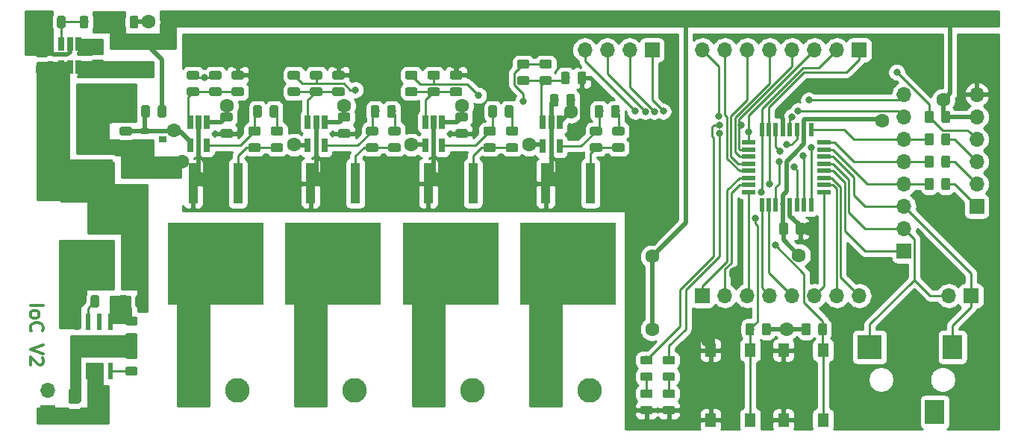
<source format=gbr>
G04 #@! TF.GenerationSoftware,KiCad,Pcbnew,(5.1.0-rc1-103-gc65c7d3de)*
G04 #@! TF.CreationDate,2019-09-26T12:21:13+02:00
G04 #@! TF.ProjectId,pinballControlUnit,70696e62-616c-46c4-936f-6e74726f6c55,2*
G04 #@! TF.SameCoordinates,Original*
G04 #@! TF.FileFunction,Copper,L1,Top*
G04 #@! TF.FilePolarity,Positive*
%FSLAX46Y46*%
G04 Gerber Fmt 4.6, Leading zero omitted, Abs format (unit mm)*
G04 Created by KiCad (PCBNEW (5.1.0-rc1-103-gc65c7d3de)) date 2019-09-26 12:21:13*
%MOMM*%
%LPD*%
G04 APERTURE LIST*
%ADD10C,0.300000*%
%ADD11R,4.500000X1.800000*%
%ADD12R,6.000000X5.000000*%
%ADD13C,0.100000*%
%ADD14C,0.975000*%
%ADD15R,0.650000X1.560000*%
%ADD16R,1.100000X4.600000*%
%ADD17R,10.800000X9.400000*%
%ADD18O,1.700000X1.700000*%
%ADD19R,1.700000X1.700000*%
%ADD20R,1.300000X1.550000*%
%ADD21R,0.550000X1.600000*%
%ADD22R,1.600000X0.550000*%
%ADD23R,2.800000X2.800000*%
%ADD24R,2.200000X2.800000*%
%ADD25C,2.800000*%
%ADD26R,0.610000X1.910000*%
%ADD27R,1.550000X1.205000*%
%ADD28C,1.250000*%
%ADD29C,1.600000*%
%ADD30R,0.900000X0.800000*%
%ADD31C,0.800000*%
%ADD32C,0.500000*%
%ADD33C,0.250000*%
%ADD34C,0.254000*%
G04 APERTURE END LIST*
D10*
X18371428Y-95702857D02*
X19871428Y-95702857D01*
X18371428Y-96631428D02*
X18442857Y-96488571D01*
X18514285Y-96417142D01*
X18657142Y-96345714D01*
X19085714Y-96345714D01*
X19228571Y-96417142D01*
X19300000Y-96488571D01*
X19371428Y-96631428D01*
X19371428Y-96845714D01*
X19300000Y-96988571D01*
X19228571Y-97060000D01*
X19085714Y-97131428D01*
X18657142Y-97131428D01*
X18514285Y-97060000D01*
X18442857Y-96988571D01*
X18371428Y-96845714D01*
X18371428Y-96631428D01*
X18514285Y-98631428D02*
X18442857Y-98560000D01*
X18371428Y-98345714D01*
X18371428Y-98202857D01*
X18442857Y-97988571D01*
X18585714Y-97845714D01*
X18728571Y-97774285D01*
X19014285Y-97702857D01*
X19228571Y-97702857D01*
X19514285Y-97774285D01*
X19657142Y-97845714D01*
X19800000Y-97988571D01*
X19871428Y-98202857D01*
X19871428Y-98345714D01*
X19800000Y-98560000D01*
X19728571Y-98631428D01*
X19871428Y-100202857D02*
X18371428Y-100702857D01*
X19871428Y-101202857D01*
X19728571Y-101631428D02*
X19800000Y-101702857D01*
X19871428Y-101845714D01*
X19871428Y-102202857D01*
X19800000Y-102345714D01*
X19728571Y-102417142D01*
X19585714Y-102488571D01*
X19442857Y-102488571D01*
X19228571Y-102417142D01*
X18371428Y-101560000D01*
X18371428Y-102488571D01*
D11*
X29845000Y-68960000D03*
X29845000Y-65660000D03*
D12*
X24765000Y-81610000D03*
X24765000Y-91110000D03*
D13*
G36*
X57630142Y-77286174D02*
G01*
X57653803Y-77289684D01*
X57677007Y-77295496D01*
X57699529Y-77303554D01*
X57721153Y-77313782D01*
X57741670Y-77326079D01*
X57760883Y-77340329D01*
X57778607Y-77356393D01*
X57794671Y-77374117D01*
X57808921Y-77393330D01*
X57821218Y-77413847D01*
X57831446Y-77435471D01*
X57839504Y-77457993D01*
X57845316Y-77481197D01*
X57848826Y-77504858D01*
X57850000Y-77528750D01*
X57850000Y-78016250D01*
X57848826Y-78040142D01*
X57845316Y-78063803D01*
X57839504Y-78087007D01*
X57831446Y-78109529D01*
X57821218Y-78131153D01*
X57808921Y-78151670D01*
X57794671Y-78170883D01*
X57778607Y-78188607D01*
X57760883Y-78204671D01*
X57741670Y-78218921D01*
X57721153Y-78231218D01*
X57699529Y-78241446D01*
X57677007Y-78249504D01*
X57653803Y-78255316D01*
X57630142Y-78258826D01*
X57606250Y-78260000D01*
X56693750Y-78260000D01*
X56669858Y-78258826D01*
X56646197Y-78255316D01*
X56622993Y-78249504D01*
X56600471Y-78241446D01*
X56578847Y-78231218D01*
X56558330Y-78218921D01*
X56539117Y-78204671D01*
X56521393Y-78188607D01*
X56505329Y-78170883D01*
X56491079Y-78151670D01*
X56478782Y-78131153D01*
X56468554Y-78109529D01*
X56460496Y-78087007D01*
X56454684Y-78063803D01*
X56451174Y-78040142D01*
X56450000Y-78016250D01*
X56450000Y-77528750D01*
X56451174Y-77504858D01*
X56454684Y-77481197D01*
X56460496Y-77457993D01*
X56468554Y-77435471D01*
X56478782Y-77413847D01*
X56491079Y-77393330D01*
X56505329Y-77374117D01*
X56521393Y-77356393D01*
X56539117Y-77340329D01*
X56558330Y-77326079D01*
X56578847Y-77313782D01*
X56600471Y-77303554D01*
X56622993Y-77295496D01*
X56646197Y-77289684D01*
X56669858Y-77286174D01*
X56693750Y-77285000D01*
X57606250Y-77285000D01*
X57630142Y-77286174D01*
X57630142Y-77286174D01*
G37*
D14*
X57150000Y-77772500D03*
D13*
G36*
X57630142Y-75411174D02*
G01*
X57653803Y-75414684D01*
X57677007Y-75420496D01*
X57699529Y-75428554D01*
X57721153Y-75438782D01*
X57741670Y-75451079D01*
X57760883Y-75465329D01*
X57778607Y-75481393D01*
X57794671Y-75499117D01*
X57808921Y-75518330D01*
X57821218Y-75538847D01*
X57831446Y-75560471D01*
X57839504Y-75582993D01*
X57845316Y-75606197D01*
X57848826Y-75629858D01*
X57850000Y-75653750D01*
X57850000Y-76141250D01*
X57848826Y-76165142D01*
X57845316Y-76188803D01*
X57839504Y-76212007D01*
X57831446Y-76234529D01*
X57821218Y-76256153D01*
X57808921Y-76276670D01*
X57794671Y-76295883D01*
X57778607Y-76313607D01*
X57760883Y-76329671D01*
X57741670Y-76343921D01*
X57721153Y-76356218D01*
X57699529Y-76366446D01*
X57677007Y-76374504D01*
X57653803Y-76380316D01*
X57630142Y-76383826D01*
X57606250Y-76385000D01*
X56693750Y-76385000D01*
X56669858Y-76383826D01*
X56646197Y-76380316D01*
X56622993Y-76374504D01*
X56600471Y-76366446D01*
X56578847Y-76356218D01*
X56558330Y-76343921D01*
X56539117Y-76329671D01*
X56521393Y-76313607D01*
X56505329Y-76295883D01*
X56491079Y-76276670D01*
X56478782Y-76256153D01*
X56468554Y-76234529D01*
X56460496Y-76212007D01*
X56454684Y-76188803D01*
X56451174Y-76165142D01*
X56450000Y-76141250D01*
X56450000Y-75653750D01*
X56451174Y-75629858D01*
X56454684Y-75606197D01*
X56460496Y-75582993D01*
X56468554Y-75560471D01*
X56478782Y-75538847D01*
X56491079Y-75518330D01*
X56505329Y-75499117D01*
X56521393Y-75481393D01*
X56539117Y-75465329D01*
X56558330Y-75451079D01*
X56578847Y-75438782D01*
X56600471Y-75428554D01*
X56622993Y-75420496D01*
X56646197Y-75414684D01*
X56669858Y-75411174D01*
X56693750Y-75410000D01*
X57606250Y-75410000D01*
X57630142Y-75411174D01*
X57630142Y-75411174D01*
G37*
D14*
X57150000Y-75897500D03*
D13*
G36*
X44295142Y-75411174D02*
G01*
X44318803Y-75414684D01*
X44342007Y-75420496D01*
X44364529Y-75428554D01*
X44386153Y-75438782D01*
X44406670Y-75451079D01*
X44425883Y-75465329D01*
X44443607Y-75481393D01*
X44459671Y-75499117D01*
X44473921Y-75518330D01*
X44486218Y-75538847D01*
X44496446Y-75560471D01*
X44504504Y-75582993D01*
X44510316Y-75606197D01*
X44513826Y-75629858D01*
X44515000Y-75653750D01*
X44515000Y-76141250D01*
X44513826Y-76165142D01*
X44510316Y-76188803D01*
X44504504Y-76212007D01*
X44496446Y-76234529D01*
X44486218Y-76256153D01*
X44473921Y-76276670D01*
X44459671Y-76295883D01*
X44443607Y-76313607D01*
X44425883Y-76329671D01*
X44406670Y-76343921D01*
X44386153Y-76356218D01*
X44364529Y-76366446D01*
X44342007Y-76374504D01*
X44318803Y-76380316D01*
X44295142Y-76383826D01*
X44271250Y-76385000D01*
X43358750Y-76385000D01*
X43334858Y-76383826D01*
X43311197Y-76380316D01*
X43287993Y-76374504D01*
X43265471Y-76366446D01*
X43243847Y-76356218D01*
X43223330Y-76343921D01*
X43204117Y-76329671D01*
X43186393Y-76313607D01*
X43170329Y-76295883D01*
X43156079Y-76276670D01*
X43143782Y-76256153D01*
X43133554Y-76234529D01*
X43125496Y-76212007D01*
X43119684Y-76188803D01*
X43116174Y-76165142D01*
X43115000Y-76141250D01*
X43115000Y-75653750D01*
X43116174Y-75629858D01*
X43119684Y-75606197D01*
X43125496Y-75582993D01*
X43133554Y-75560471D01*
X43143782Y-75538847D01*
X43156079Y-75518330D01*
X43170329Y-75499117D01*
X43186393Y-75481393D01*
X43204117Y-75465329D01*
X43223330Y-75451079D01*
X43243847Y-75438782D01*
X43265471Y-75428554D01*
X43287993Y-75420496D01*
X43311197Y-75414684D01*
X43334858Y-75411174D01*
X43358750Y-75410000D01*
X44271250Y-75410000D01*
X44295142Y-75411174D01*
X44295142Y-75411174D01*
G37*
D14*
X43815000Y-75897500D03*
D13*
G36*
X44295142Y-77286174D02*
G01*
X44318803Y-77289684D01*
X44342007Y-77295496D01*
X44364529Y-77303554D01*
X44386153Y-77313782D01*
X44406670Y-77326079D01*
X44425883Y-77340329D01*
X44443607Y-77356393D01*
X44459671Y-77374117D01*
X44473921Y-77393330D01*
X44486218Y-77413847D01*
X44496446Y-77435471D01*
X44504504Y-77457993D01*
X44510316Y-77481197D01*
X44513826Y-77504858D01*
X44515000Y-77528750D01*
X44515000Y-78016250D01*
X44513826Y-78040142D01*
X44510316Y-78063803D01*
X44504504Y-78087007D01*
X44496446Y-78109529D01*
X44486218Y-78131153D01*
X44473921Y-78151670D01*
X44459671Y-78170883D01*
X44443607Y-78188607D01*
X44425883Y-78204671D01*
X44406670Y-78218921D01*
X44386153Y-78231218D01*
X44364529Y-78241446D01*
X44342007Y-78249504D01*
X44318803Y-78255316D01*
X44295142Y-78258826D01*
X44271250Y-78260000D01*
X43358750Y-78260000D01*
X43334858Y-78258826D01*
X43311197Y-78255316D01*
X43287993Y-78249504D01*
X43265471Y-78241446D01*
X43243847Y-78231218D01*
X43223330Y-78218921D01*
X43204117Y-78204671D01*
X43186393Y-78188607D01*
X43170329Y-78170883D01*
X43156079Y-78151670D01*
X43143782Y-78131153D01*
X43133554Y-78109529D01*
X43125496Y-78087007D01*
X43119684Y-78063803D01*
X43116174Y-78040142D01*
X43115000Y-78016250D01*
X43115000Y-77528750D01*
X43116174Y-77504858D01*
X43119684Y-77481197D01*
X43125496Y-77457993D01*
X43133554Y-77435471D01*
X43143782Y-77413847D01*
X43156079Y-77393330D01*
X43170329Y-77374117D01*
X43186393Y-77356393D01*
X43204117Y-77340329D01*
X43223330Y-77326079D01*
X43243847Y-77313782D01*
X43265471Y-77303554D01*
X43287993Y-77295496D01*
X43311197Y-77289684D01*
X43334858Y-77286174D01*
X43358750Y-77285000D01*
X44271250Y-77285000D01*
X44295142Y-77286174D01*
X44295142Y-77286174D01*
G37*
D14*
X43815000Y-77772500D03*
D13*
G36*
X70965142Y-75411174D02*
G01*
X70988803Y-75414684D01*
X71012007Y-75420496D01*
X71034529Y-75428554D01*
X71056153Y-75438782D01*
X71076670Y-75451079D01*
X71095883Y-75465329D01*
X71113607Y-75481393D01*
X71129671Y-75499117D01*
X71143921Y-75518330D01*
X71156218Y-75538847D01*
X71166446Y-75560471D01*
X71174504Y-75582993D01*
X71180316Y-75606197D01*
X71183826Y-75629858D01*
X71185000Y-75653750D01*
X71185000Y-76141250D01*
X71183826Y-76165142D01*
X71180316Y-76188803D01*
X71174504Y-76212007D01*
X71166446Y-76234529D01*
X71156218Y-76256153D01*
X71143921Y-76276670D01*
X71129671Y-76295883D01*
X71113607Y-76313607D01*
X71095883Y-76329671D01*
X71076670Y-76343921D01*
X71056153Y-76356218D01*
X71034529Y-76366446D01*
X71012007Y-76374504D01*
X70988803Y-76380316D01*
X70965142Y-76383826D01*
X70941250Y-76385000D01*
X70028750Y-76385000D01*
X70004858Y-76383826D01*
X69981197Y-76380316D01*
X69957993Y-76374504D01*
X69935471Y-76366446D01*
X69913847Y-76356218D01*
X69893330Y-76343921D01*
X69874117Y-76329671D01*
X69856393Y-76313607D01*
X69840329Y-76295883D01*
X69826079Y-76276670D01*
X69813782Y-76256153D01*
X69803554Y-76234529D01*
X69795496Y-76212007D01*
X69789684Y-76188803D01*
X69786174Y-76165142D01*
X69785000Y-76141250D01*
X69785000Y-75653750D01*
X69786174Y-75629858D01*
X69789684Y-75606197D01*
X69795496Y-75582993D01*
X69803554Y-75560471D01*
X69813782Y-75538847D01*
X69826079Y-75518330D01*
X69840329Y-75499117D01*
X69856393Y-75481393D01*
X69874117Y-75465329D01*
X69893330Y-75451079D01*
X69913847Y-75438782D01*
X69935471Y-75428554D01*
X69957993Y-75420496D01*
X69981197Y-75414684D01*
X70004858Y-75411174D01*
X70028750Y-75410000D01*
X70941250Y-75410000D01*
X70965142Y-75411174D01*
X70965142Y-75411174D01*
G37*
D14*
X70485000Y-75897500D03*
D13*
G36*
X70965142Y-77286174D02*
G01*
X70988803Y-77289684D01*
X71012007Y-77295496D01*
X71034529Y-77303554D01*
X71056153Y-77313782D01*
X71076670Y-77326079D01*
X71095883Y-77340329D01*
X71113607Y-77356393D01*
X71129671Y-77374117D01*
X71143921Y-77393330D01*
X71156218Y-77413847D01*
X71166446Y-77435471D01*
X71174504Y-77457993D01*
X71180316Y-77481197D01*
X71183826Y-77504858D01*
X71185000Y-77528750D01*
X71185000Y-78016250D01*
X71183826Y-78040142D01*
X71180316Y-78063803D01*
X71174504Y-78087007D01*
X71166446Y-78109529D01*
X71156218Y-78131153D01*
X71143921Y-78151670D01*
X71129671Y-78170883D01*
X71113607Y-78188607D01*
X71095883Y-78204671D01*
X71076670Y-78218921D01*
X71056153Y-78231218D01*
X71034529Y-78241446D01*
X71012007Y-78249504D01*
X70988803Y-78255316D01*
X70965142Y-78258826D01*
X70941250Y-78260000D01*
X70028750Y-78260000D01*
X70004858Y-78258826D01*
X69981197Y-78255316D01*
X69957993Y-78249504D01*
X69935471Y-78241446D01*
X69913847Y-78231218D01*
X69893330Y-78218921D01*
X69874117Y-78204671D01*
X69856393Y-78188607D01*
X69840329Y-78170883D01*
X69826079Y-78151670D01*
X69813782Y-78131153D01*
X69803554Y-78109529D01*
X69795496Y-78087007D01*
X69789684Y-78063803D01*
X69786174Y-78040142D01*
X69785000Y-78016250D01*
X69785000Y-77528750D01*
X69786174Y-77504858D01*
X69789684Y-77481197D01*
X69795496Y-77457993D01*
X69803554Y-77435471D01*
X69813782Y-77413847D01*
X69826079Y-77393330D01*
X69840329Y-77374117D01*
X69856393Y-77356393D01*
X69874117Y-77340329D01*
X69893330Y-77326079D01*
X69913847Y-77313782D01*
X69935471Y-77303554D01*
X69957993Y-77295496D01*
X69981197Y-77289684D01*
X70004858Y-77286174D01*
X70028750Y-77285000D01*
X70941250Y-77285000D01*
X70965142Y-77286174D01*
X70965142Y-77286174D01*
G37*
D14*
X70485000Y-77772500D03*
D15*
X78420000Y-77630000D03*
X76520000Y-77630000D03*
X76520000Y-74930000D03*
X77470000Y-74930000D03*
X78420000Y-74930000D03*
D13*
G36*
X30325142Y-102686174D02*
G01*
X30348803Y-102689684D01*
X30372007Y-102695496D01*
X30394529Y-102703554D01*
X30416153Y-102713782D01*
X30436670Y-102726079D01*
X30455883Y-102740329D01*
X30473607Y-102756393D01*
X30489671Y-102774117D01*
X30503921Y-102793330D01*
X30516218Y-102813847D01*
X30526446Y-102835471D01*
X30534504Y-102857993D01*
X30540316Y-102881197D01*
X30543826Y-102904858D01*
X30545000Y-102928750D01*
X30545000Y-103416250D01*
X30543826Y-103440142D01*
X30540316Y-103463803D01*
X30534504Y-103487007D01*
X30526446Y-103509529D01*
X30516218Y-103531153D01*
X30503921Y-103551670D01*
X30489671Y-103570883D01*
X30473607Y-103588607D01*
X30455883Y-103604671D01*
X30436670Y-103618921D01*
X30416153Y-103631218D01*
X30394529Y-103641446D01*
X30372007Y-103649504D01*
X30348803Y-103655316D01*
X30325142Y-103658826D01*
X30301250Y-103660000D01*
X29388750Y-103660000D01*
X29364858Y-103658826D01*
X29341197Y-103655316D01*
X29317993Y-103649504D01*
X29295471Y-103641446D01*
X29273847Y-103631218D01*
X29253330Y-103618921D01*
X29234117Y-103604671D01*
X29216393Y-103588607D01*
X29200329Y-103570883D01*
X29186079Y-103551670D01*
X29173782Y-103531153D01*
X29163554Y-103509529D01*
X29155496Y-103487007D01*
X29149684Y-103463803D01*
X29146174Y-103440142D01*
X29145000Y-103416250D01*
X29145000Y-102928750D01*
X29146174Y-102904858D01*
X29149684Y-102881197D01*
X29155496Y-102857993D01*
X29163554Y-102835471D01*
X29173782Y-102813847D01*
X29186079Y-102793330D01*
X29200329Y-102774117D01*
X29216393Y-102756393D01*
X29234117Y-102740329D01*
X29253330Y-102726079D01*
X29273847Y-102713782D01*
X29295471Y-102703554D01*
X29317993Y-102695496D01*
X29341197Y-102689684D01*
X29364858Y-102686174D01*
X29388750Y-102685000D01*
X30301250Y-102685000D01*
X30325142Y-102686174D01*
X30325142Y-102686174D01*
G37*
D14*
X29845000Y-103172500D03*
D13*
G36*
X30325142Y-100811174D02*
G01*
X30348803Y-100814684D01*
X30372007Y-100820496D01*
X30394529Y-100828554D01*
X30416153Y-100838782D01*
X30436670Y-100851079D01*
X30455883Y-100865329D01*
X30473607Y-100881393D01*
X30489671Y-100899117D01*
X30503921Y-100918330D01*
X30516218Y-100938847D01*
X30526446Y-100960471D01*
X30534504Y-100982993D01*
X30540316Y-101006197D01*
X30543826Y-101029858D01*
X30545000Y-101053750D01*
X30545000Y-101541250D01*
X30543826Y-101565142D01*
X30540316Y-101588803D01*
X30534504Y-101612007D01*
X30526446Y-101634529D01*
X30516218Y-101656153D01*
X30503921Y-101676670D01*
X30489671Y-101695883D01*
X30473607Y-101713607D01*
X30455883Y-101729671D01*
X30436670Y-101743921D01*
X30416153Y-101756218D01*
X30394529Y-101766446D01*
X30372007Y-101774504D01*
X30348803Y-101780316D01*
X30325142Y-101783826D01*
X30301250Y-101785000D01*
X29388750Y-101785000D01*
X29364858Y-101783826D01*
X29341197Y-101780316D01*
X29317993Y-101774504D01*
X29295471Y-101766446D01*
X29273847Y-101756218D01*
X29253330Y-101743921D01*
X29234117Y-101729671D01*
X29216393Y-101713607D01*
X29200329Y-101695883D01*
X29186079Y-101676670D01*
X29173782Y-101656153D01*
X29163554Y-101634529D01*
X29155496Y-101612007D01*
X29149684Y-101588803D01*
X29146174Y-101565142D01*
X29145000Y-101541250D01*
X29145000Y-101053750D01*
X29146174Y-101029858D01*
X29149684Y-101006197D01*
X29155496Y-100982993D01*
X29163554Y-100960471D01*
X29173782Y-100938847D01*
X29186079Y-100918330D01*
X29200329Y-100899117D01*
X29216393Y-100881393D01*
X29234117Y-100865329D01*
X29253330Y-100851079D01*
X29273847Y-100838782D01*
X29295471Y-100828554D01*
X29317993Y-100820496D01*
X29341197Y-100814684D01*
X29364858Y-100811174D01*
X29388750Y-100810000D01*
X30301250Y-100810000D01*
X30325142Y-100811174D01*
X30325142Y-100811174D01*
G37*
D14*
X29845000Y-101297500D03*
D13*
G36*
X91285142Y-107131174D02*
G01*
X91308803Y-107134684D01*
X91332007Y-107140496D01*
X91354529Y-107148554D01*
X91376153Y-107158782D01*
X91396670Y-107171079D01*
X91415883Y-107185329D01*
X91433607Y-107201393D01*
X91449671Y-107219117D01*
X91463921Y-107238330D01*
X91476218Y-107258847D01*
X91486446Y-107280471D01*
X91494504Y-107302993D01*
X91500316Y-107326197D01*
X91503826Y-107349858D01*
X91505000Y-107373750D01*
X91505000Y-107861250D01*
X91503826Y-107885142D01*
X91500316Y-107908803D01*
X91494504Y-107932007D01*
X91486446Y-107954529D01*
X91476218Y-107976153D01*
X91463921Y-107996670D01*
X91449671Y-108015883D01*
X91433607Y-108033607D01*
X91415883Y-108049671D01*
X91396670Y-108063921D01*
X91376153Y-108076218D01*
X91354529Y-108086446D01*
X91332007Y-108094504D01*
X91308803Y-108100316D01*
X91285142Y-108103826D01*
X91261250Y-108105000D01*
X90348750Y-108105000D01*
X90324858Y-108103826D01*
X90301197Y-108100316D01*
X90277993Y-108094504D01*
X90255471Y-108086446D01*
X90233847Y-108076218D01*
X90213330Y-108063921D01*
X90194117Y-108049671D01*
X90176393Y-108033607D01*
X90160329Y-108015883D01*
X90146079Y-107996670D01*
X90133782Y-107976153D01*
X90123554Y-107954529D01*
X90115496Y-107932007D01*
X90109684Y-107908803D01*
X90106174Y-107885142D01*
X90105000Y-107861250D01*
X90105000Y-107373750D01*
X90106174Y-107349858D01*
X90109684Y-107326197D01*
X90115496Y-107302993D01*
X90123554Y-107280471D01*
X90133782Y-107258847D01*
X90146079Y-107238330D01*
X90160329Y-107219117D01*
X90176393Y-107201393D01*
X90194117Y-107185329D01*
X90213330Y-107171079D01*
X90233847Y-107158782D01*
X90255471Y-107148554D01*
X90277993Y-107140496D01*
X90301197Y-107134684D01*
X90324858Y-107131174D01*
X90348750Y-107130000D01*
X91261250Y-107130000D01*
X91285142Y-107131174D01*
X91285142Y-107131174D01*
G37*
D14*
X90805000Y-107617500D03*
D13*
G36*
X91285142Y-105256174D02*
G01*
X91308803Y-105259684D01*
X91332007Y-105265496D01*
X91354529Y-105273554D01*
X91376153Y-105283782D01*
X91396670Y-105296079D01*
X91415883Y-105310329D01*
X91433607Y-105326393D01*
X91449671Y-105344117D01*
X91463921Y-105363330D01*
X91476218Y-105383847D01*
X91486446Y-105405471D01*
X91494504Y-105427993D01*
X91500316Y-105451197D01*
X91503826Y-105474858D01*
X91505000Y-105498750D01*
X91505000Y-105986250D01*
X91503826Y-106010142D01*
X91500316Y-106033803D01*
X91494504Y-106057007D01*
X91486446Y-106079529D01*
X91476218Y-106101153D01*
X91463921Y-106121670D01*
X91449671Y-106140883D01*
X91433607Y-106158607D01*
X91415883Y-106174671D01*
X91396670Y-106188921D01*
X91376153Y-106201218D01*
X91354529Y-106211446D01*
X91332007Y-106219504D01*
X91308803Y-106225316D01*
X91285142Y-106228826D01*
X91261250Y-106230000D01*
X90348750Y-106230000D01*
X90324858Y-106228826D01*
X90301197Y-106225316D01*
X90277993Y-106219504D01*
X90255471Y-106211446D01*
X90233847Y-106201218D01*
X90213330Y-106188921D01*
X90194117Y-106174671D01*
X90176393Y-106158607D01*
X90160329Y-106140883D01*
X90146079Y-106121670D01*
X90133782Y-106101153D01*
X90123554Y-106079529D01*
X90115496Y-106057007D01*
X90109684Y-106033803D01*
X90106174Y-106010142D01*
X90105000Y-105986250D01*
X90105000Y-105498750D01*
X90106174Y-105474858D01*
X90109684Y-105451197D01*
X90115496Y-105427993D01*
X90123554Y-105405471D01*
X90133782Y-105383847D01*
X90146079Y-105363330D01*
X90160329Y-105344117D01*
X90176393Y-105326393D01*
X90194117Y-105310329D01*
X90213330Y-105296079D01*
X90233847Y-105283782D01*
X90255471Y-105273554D01*
X90277993Y-105265496D01*
X90301197Y-105259684D01*
X90324858Y-105256174D01*
X90348750Y-105255000D01*
X91261250Y-105255000D01*
X91285142Y-105256174D01*
X91285142Y-105256174D01*
G37*
D14*
X90805000Y-105742500D03*
D16*
X41910000Y-81855000D03*
X36830000Y-81855000D03*
D17*
X39370000Y-91005000D03*
D13*
G36*
X24095142Y-94551174D02*
G01*
X24118803Y-94554684D01*
X24142007Y-94560496D01*
X24164529Y-94568554D01*
X24186153Y-94578782D01*
X24206670Y-94591079D01*
X24225883Y-94605329D01*
X24243607Y-94621393D01*
X24259671Y-94639117D01*
X24273921Y-94658330D01*
X24286218Y-94678847D01*
X24296446Y-94700471D01*
X24304504Y-94722993D01*
X24310316Y-94746197D01*
X24313826Y-94769858D01*
X24315000Y-94793750D01*
X24315000Y-95706250D01*
X24313826Y-95730142D01*
X24310316Y-95753803D01*
X24304504Y-95777007D01*
X24296446Y-95799529D01*
X24286218Y-95821153D01*
X24273921Y-95841670D01*
X24259671Y-95860883D01*
X24243607Y-95878607D01*
X24225883Y-95894671D01*
X24206670Y-95908921D01*
X24186153Y-95921218D01*
X24164529Y-95931446D01*
X24142007Y-95939504D01*
X24118803Y-95945316D01*
X24095142Y-95948826D01*
X24071250Y-95950000D01*
X23583750Y-95950000D01*
X23559858Y-95948826D01*
X23536197Y-95945316D01*
X23512993Y-95939504D01*
X23490471Y-95931446D01*
X23468847Y-95921218D01*
X23448330Y-95908921D01*
X23429117Y-95894671D01*
X23411393Y-95878607D01*
X23395329Y-95860883D01*
X23381079Y-95841670D01*
X23368782Y-95821153D01*
X23358554Y-95799529D01*
X23350496Y-95777007D01*
X23344684Y-95753803D01*
X23341174Y-95730142D01*
X23340000Y-95706250D01*
X23340000Y-94793750D01*
X23341174Y-94769858D01*
X23344684Y-94746197D01*
X23350496Y-94722993D01*
X23358554Y-94700471D01*
X23368782Y-94678847D01*
X23381079Y-94658330D01*
X23395329Y-94639117D01*
X23411393Y-94621393D01*
X23429117Y-94605329D01*
X23448330Y-94591079D01*
X23468847Y-94578782D01*
X23490471Y-94568554D01*
X23512993Y-94560496D01*
X23536197Y-94554684D01*
X23559858Y-94551174D01*
X23583750Y-94550000D01*
X24071250Y-94550000D01*
X24095142Y-94551174D01*
X24095142Y-94551174D01*
G37*
D14*
X23827500Y-95250000D03*
D13*
G36*
X25970142Y-94551174D02*
G01*
X25993803Y-94554684D01*
X26017007Y-94560496D01*
X26039529Y-94568554D01*
X26061153Y-94578782D01*
X26081670Y-94591079D01*
X26100883Y-94605329D01*
X26118607Y-94621393D01*
X26134671Y-94639117D01*
X26148921Y-94658330D01*
X26161218Y-94678847D01*
X26171446Y-94700471D01*
X26179504Y-94722993D01*
X26185316Y-94746197D01*
X26188826Y-94769858D01*
X26190000Y-94793750D01*
X26190000Y-95706250D01*
X26188826Y-95730142D01*
X26185316Y-95753803D01*
X26179504Y-95777007D01*
X26171446Y-95799529D01*
X26161218Y-95821153D01*
X26148921Y-95841670D01*
X26134671Y-95860883D01*
X26118607Y-95878607D01*
X26100883Y-95894671D01*
X26081670Y-95908921D01*
X26061153Y-95921218D01*
X26039529Y-95931446D01*
X26017007Y-95939504D01*
X25993803Y-95945316D01*
X25970142Y-95948826D01*
X25946250Y-95950000D01*
X25458750Y-95950000D01*
X25434858Y-95948826D01*
X25411197Y-95945316D01*
X25387993Y-95939504D01*
X25365471Y-95931446D01*
X25343847Y-95921218D01*
X25323330Y-95908921D01*
X25304117Y-95894671D01*
X25286393Y-95878607D01*
X25270329Y-95860883D01*
X25256079Y-95841670D01*
X25243782Y-95821153D01*
X25233554Y-95799529D01*
X25225496Y-95777007D01*
X25219684Y-95753803D01*
X25216174Y-95730142D01*
X25215000Y-95706250D01*
X25215000Y-94793750D01*
X25216174Y-94769858D01*
X25219684Y-94746197D01*
X25225496Y-94722993D01*
X25233554Y-94700471D01*
X25243782Y-94678847D01*
X25256079Y-94658330D01*
X25270329Y-94639117D01*
X25286393Y-94621393D01*
X25304117Y-94605329D01*
X25323330Y-94591079D01*
X25343847Y-94578782D01*
X25365471Y-94568554D01*
X25387993Y-94560496D01*
X25411197Y-94554684D01*
X25434858Y-94551174D01*
X25458750Y-94550000D01*
X25946250Y-94550000D01*
X25970142Y-94551174D01*
X25970142Y-94551174D01*
G37*
D14*
X25702500Y-95250000D03*
D15*
X51750000Y-74850000D03*
X50800000Y-74850000D03*
X49850000Y-74850000D03*
X49850000Y-77550000D03*
X51750000Y-77550000D03*
D18*
X94615000Y-66675000D03*
X97155000Y-66675000D03*
X99695000Y-66675000D03*
X102235000Y-66675000D03*
X104775000Y-66675000D03*
X107315000Y-66675000D03*
X109855000Y-66675000D03*
D19*
X112395000Y-66675000D03*
D13*
G36*
X88745142Y-105256174D02*
G01*
X88768803Y-105259684D01*
X88792007Y-105265496D01*
X88814529Y-105273554D01*
X88836153Y-105283782D01*
X88856670Y-105296079D01*
X88875883Y-105310329D01*
X88893607Y-105326393D01*
X88909671Y-105344117D01*
X88923921Y-105363330D01*
X88936218Y-105383847D01*
X88946446Y-105405471D01*
X88954504Y-105427993D01*
X88960316Y-105451197D01*
X88963826Y-105474858D01*
X88965000Y-105498750D01*
X88965000Y-105986250D01*
X88963826Y-106010142D01*
X88960316Y-106033803D01*
X88954504Y-106057007D01*
X88946446Y-106079529D01*
X88936218Y-106101153D01*
X88923921Y-106121670D01*
X88909671Y-106140883D01*
X88893607Y-106158607D01*
X88875883Y-106174671D01*
X88856670Y-106188921D01*
X88836153Y-106201218D01*
X88814529Y-106211446D01*
X88792007Y-106219504D01*
X88768803Y-106225316D01*
X88745142Y-106228826D01*
X88721250Y-106230000D01*
X87808750Y-106230000D01*
X87784858Y-106228826D01*
X87761197Y-106225316D01*
X87737993Y-106219504D01*
X87715471Y-106211446D01*
X87693847Y-106201218D01*
X87673330Y-106188921D01*
X87654117Y-106174671D01*
X87636393Y-106158607D01*
X87620329Y-106140883D01*
X87606079Y-106121670D01*
X87593782Y-106101153D01*
X87583554Y-106079529D01*
X87575496Y-106057007D01*
X87569684Y-106033803D01*
X87566174Y-106010142D01*
X87565000Y-105986250D01*
X87565000Y-105498750D01*
X87566174Y-105474858D01*
X87569684Y-105451197D01*
X87575496Y-105427993D01*
X87583554Y-105405471D01*
X87593782Y-105383847D01*
X87606079Y-105363330D01*
X87620329Y-105344117D01*
X87636393Y-105326393D01*
X87654117Y-105310329D01*
X87673330Y-105296079D01*
X87693847Y-105283782D01*
X87715471Y-105273554D01*
X87737993Y-105265496D01*
X87761197Y-105259684D01*
X87784858Y-105256174D01*
X87808750Y-105255000D01*
X88721250Y-105255000D01*
X88745142Y-105256174D01*
X88745142Y-105256174D01*
G37*
D14*
X88265000Y-105742500D03*
D13*
G36*
X88745142Y-107131174D02*
G01*
X88768803Y-107134684D01*
X88792007Y-107140496D01*
X88814529Y-107148554D01*
X88836153Y-107158782D01*
X88856670Y-107171079D01*
X88875883Y-107185329D01*
X88893607Y-107201393D01*
X88909671Y-107219117D01*
X88923921Y-107238330D01*
X88936218Y-107258847D01*
X88946446Y-107280471D01*
X88954504Y-107302993D01*
X88960316Y-107326197D01*
X88963826Y-107349858D01*
X88965000Y-107373750D01*
X88965000Y-107861250D01*
X88963826Y-107885142D01*
X88960316Y-107908803D01*
X88954504Y-107932007D01*
X88946446Y-107954529D01*
X88936218Y-107976153D01*
X88923921Y-107996670D01*
X88909671Y-108015883D01*
X88893607Y-108033607D01*
X88875883Y-108049671D01*
X88856670Y-108063921D01*
X88836153Y-108076218D01*
X88814529Y-108086446D01*
X88792007Y-108094504D01*
X88768803Y-108100316D01*
X88745142Y-108103826D01*
X88721250Y-108105000D01*
X87808750Y-108105000D01*
X87784858Y-108103826D01*
X87761197Y-108100316D01*
X87737993Y-108094504D01*
X87715471Y-108086446D01*
X87693847Y-108076218D01*
X87673330Y-108063921D01*
X87654117Y-108049671D01*
X87636393Y-108033607D01*
X87620329Y-108015883D01*
X87606079Y-107996670D01*
X87593782Y-107976153D01*
X87583554Y-107954529D01*
X87575496Y-107932007D01*
X87569684Y-107908803D01*
X87566174Y-107885142D01*
X87565000Y-107861250D01*
X87565000Y-107373750D01*
X87566174Y-107349858D01*
X87569684Y-107326197D01*
X87575496Y-107302993D01*
X87583554Y-107280471D01*
X87593782Y-107258847D01*
X87606079Y-107238330D01*
X87620329Y-107219117D01*
X87636393Y-107201393D01*
X87654117Y-107185329D01*
X87673330Y-107171079D01*
X87693847Y-107158782D01*
X87715471Y-107148554D01*
X87737993Y-107140496D01*
X87761197Y-107134684D01*
X87784858Y-107131174D01*
X87808750Y-107130000D01*
X88721250Y-107130000D01*
X88745142Y-107131174D01*
X88745142Y-107131174D01*
G37*
D14*
X88265000Y-107617500D03*
D20*
X103795000Y-108750000D03*
X103795000Y-100800000D03*
X108295000Y-108750000D03*
X108295000Y-100800000D03*
D21*
X101340000Y-84260000D03*
X102140000Y-84260000D03*
X102940000Y-84260000D03*
X103740000Y-84260000D03*
X104540000Y-84260000D03*
X105340000Y-84260000D03*
X106140000Y-84260000D03*
X106940000Y-84260000D03*
D22*
X108390000Y-82810000D03*
X108390000Y-82010000D03*
X108390000Y-81210000D03*
X108390000Y-80410000D03*
X108390000Y-79610000D03*
X108390000Y-78810000D03*
X108390000Y-78010000D03*
X108390000Y-77210000D03*
D21*
X106940000Y-75760000D03*
X106140000Y-75760000D03*
X105340000Y-75760000D03*
X104540000Y-75760000D03*
X103740000Y-75760000D03*
X102940000Y-75760000D03*
X102140000Y-75760000D03*
X101340000Y-75760000D03*
D22*
X99890000Y-77210000D03*
X99890000Y-78010000D03*
X99890000Y-78810000D03*
X99890000Y-79610000D03*
X99890000Y-80410000D03*
X99890000Y-81210000D03*
X99890000Y-82010000D03*
X99890000Y-82810000D03*
D18*
X112395000Y-94615000D03*
X109855000Y-94615000D03*
X107315000Y-94615000D03*
X104775000Y-94615000D03*
X102235000Y-94615000D03*
X99695000Y-94615000D03*
X97155000Y-94615000D03*
D19*
X94615000Y-94615000D03*
D18*
X122555000Y-94615000D03*
D19*
X125095000Y-94615000D03*
D18*
X125730000Y-71755000D03*
X125730000Y-74295000D03*
X125730000Y-76835000D03*
X125730000Y-79375000D03*
X125730000Y-81915000D03*
D19*
X125730000Y-84455000D03*
D18*
X117475000Y-71755000D03*
X117475000Y-74295000D03*
X117475000Y-76835000D03*
X117475000Y-79375000D03*
X117475000Y-81915000D03*
X117475000Y-84455000D03*
X117475000Y-86995000D03*
D19*
X117475000Y-89535000D03*
D18*
X20320000Y-105410000D03*
D19*
X20320000Y-107950000D03*
D20*
X95540000Y-108750000D03*
X95540000Y-100800000D03*
X100040000Y-108750000D03*
X100040000Y-100800000D03*
D13*
G36*
X120615142Y-81216174D02*
G01*
X120638803Y-81219684D01*
X120662007Y-81225496D01*
X120684529Y-81233554D01*
X120706153Y-81243782D01*
X120726670Y-81256079D01*
X120745883Y-81270329D01*
X120763607Y-81286393D01*
X120779671Y-81304117D01*
X120793921Y-81323330D01*
X120806218Y-81343847D01*
X120816446Y-81365471D01*
X120824504Y-81387993D01*
X120830316Y-81411197D01*
X120833826Y-81434858D01*
X120835000Y-81458750D01*
X120835000Y-82371250D01*
X120833826Y-82395142D01*
X120830316Y-82418803D01*
X120824504Y-82442007D01*
X120816446Y-82464529D01*
X120806218Y-82486153D01*
X120793921Y-82506670D01*
X120779671Y-82525883D01*
X120763607Y-82543607D01*
X120745883Y-82559671D01*
X120726670Y-82573921D01*
X120706153Y-82586218D01*
X120684529Y-82596446D01*
X120662007Y-82604504D01*
X120638803Y-82610316D01*
X120615142Y-82613826D01*
X120591250Y-82615000D01*
X120103750Y-82615000D01*
X120079858Y-82613826D01*
X120056197Y-82610316D01*
X120032993Y-82604504D01*
X120010471Y-82596446D01*
X119988847Y-82586218D01*
X119968330Y-82573921D01*
X119949117Y-82559671D01*
X119931393Y-82543607D01*
X119915329Y-82525883D01*
X119901079Y-82506670D01*
X119888782Y-82486153D01*
X119878554Y-82464529D01*
X119870496Y-82442007D01*
X119864684Y-82418803D01*
X119861174Y-82395142D01*
X119860000Y-82371250D01*
X119860000Y-81458750D01*
X119861174Y-81434858D01*
X119864684Y-81411197D01*
X119870496Y-81387993D01*
X119878554Y-81365471D01*
X119888782Y-81343847D01*
X119901079Y-81323330D01*
X119915329Y-81304117D01*
X119931393Y-81286393D01*
X119949117Y-81270329D01*
X119968330Y-81256079D01*
X119988847Y-81243782D01*
X120010471Y-81233554D01*
X120032993Y-81225496D01*
X120056197Y-81219684D01*
X120079858Y-81216174D01*
X120103750Y-81215000D01*
X120591250Y-81215000D01*
X120615142Y-81216174D01*
X120615142Y-81216174D01*
G37*
D14*
X120347500Y-81915000D03*
D13*
G36*
X122490142Y-81216174D02*
G01*
X122513803Y-81219684D01*
X122537007Y-81225496D01*
X122559529Y-81233554D01*
X122581153Y-81243782D01*
X122601670Y-81256079D01*
X122620883Y-81270329D01*
X122638607Y-81286393D01*
X122654671Y-81304117D01*
X122668921Y-81323330D01*
X122681218Y-81343847D01*
X122691446Y-81365471D01*
X122699504Y-81387993D01*
X122705316Y-81411197D01*
X122708826Y-81434858D01*
X122710000Y-81458750D01*
X122710000Y-82371250D01*
X122708826Y-82395142D01*
X122705316Y-82418803D01*
X122699504Y-82442007D01*
X122691446Y-82464529D01*
X122681218Y-82486153D01*
X122668921Y-82506670D01*
X122654671Y-82525883D01*
X122638607Y-82543607D01*
X122620883Y-82559671D01*
X122601670Y-82573921D01*
X122581153Y-82586218D01*
X122559529Y-82596446D01*
X122537007Y-82604504D01*
X122513803Y-82610316D01*
X122490142Y-82613826D01*
X122466250Y-82615000D01*
X121978750Y-82615000D01*
X121954858Y-82613826D01*
X121931197Y-82610316D01*
X121907993Y-82604504D01*
X121885471Y-82596446D01*
X121863847Y-82586218D01*
X121843330Y-82573921D01*
X121824117Y-82559671D01*
X121806393Y-82543607D01*
X121790329Y-82525883D01*
X121776079Y-82506670D01*
X121763782Y-82486153D01*
X121753554Y-82464529D01*
X121745496Y-82442007D01*
X121739684Y-82418803D01*
X121736174Y-82395142D01*
X121735000Y-82371250D01*
X121735000Y-81458750D01*
X121736174Y-81434858D01*
X121739684Y-81411197D01*
X121745496Y-81387993D01*
X121753554Y-81365471D01*
X121763782Y-81343847D01*
X121776079Y-81323330D01*
X121790329Y-81304117D01*
X121806393Y-81286393D01*
X121824117Y-81270329D01*
X121843330Y-81256079D01*
X121863847Y-81243782D01*
X121885471Y-81233554D01*
X121907993Y-81225496D01*
X121931197Y-81219684D01*
X121954858Y-81216174D01*
X121978750Y-81215000D01*
X122466250Y-81215000D01*
X122490142Y-81216174D01*
X122490142Y-81216174D01*
G37*
D14*
X122222500Y-81915000D03*
D13*
G36*
X120615142Y-73596174D02*
G01*
X120638803Y-73599684D01*
X120662007Y-73605496D01*
X120684529Y-73613554D01*
X120706153Y-73623782D01*
X120726670Y-73636079D01*
X120745883Y-73650329D01*
X120763607Y-73666393D01*
X120779671Y-73684117D01*
X120793921Y-73703330D01*
X120806218Y-73723847D01*
X120816446Y-73745471D01*
X120824504Y-73767993D01*
X120830316Y-73791197D01*
X120833826Y-73814858D01*
X120835000Y-73838750D01*
X120835000Y-74751250D01*
X120833826Y-74775142D01*
X120830316Y-74798803D01*
X120824504Y-74822007D01*
X120816446Y-74844529D01*
X120806218Y-74866153D01*
X120793921Y-74886670D01*
X120779671Y-74905883D01*
X120763607Y-74923607D01*
X120745883Y-74939671D01*
X120726670Y-74953921D01*
X120706153Y-74966218D01*
X120684529Y-74976446D01*
X120662007Y-74984504D01*
X120638803Y-74990316D01*
X120615142Y-74993826D01*
X120591250Y-74995000D01*
X120103750Y-74995000D01*
X120079858Y-74993826D01*
X120056197Y-74990316D01*
X120032993Y-74984504D01*
X120010471Y-74976446D01*
X119988847Y-74966218D01*
X119968330Y-74953921D01*
X119949117Y-74939671D01*
X119931393Y-74923607D01*
X119915329Y-74905883D01*
X119901079Y-74886670D01*
X119888782Y-74866153D01*
X119878554Y-74844529D01*
X119870496Y-74822007D01*
X119864684Y-74798803D01*
X119861174Y-74775142D01*
X119860000Y-74751250D01*
X119860000Y-73838750D01*
X119861174Y-73814858D01*
X119864684Y-73791197D01*
X119870496Y-73767993D01*
X119878554Y-73745471D01*
X119888782Y-73723847D01*
X119901079Y-73703330D01*
X119915329Y-73684117D01*
X119931393Y-73666393D01*
X119949117Y-73650329D01*
X119968330Y-73636079D01*
X119988847Y-73623782D01*
X120010471Y-73613554D01*
X120032993Y-73605496D01*
X120056197Y-73599684D01*
X120079858Y-73596174D01*
X120103750Y-73595000D01*
X120591250Y-73595000D01*
X120615142Y-73596174D01*
X120615142Y-73596174D01*
G37*
D14*
X120347500Y-74295000D03*
D13*
G36*
X122490142Y-73596174D02*
G01*
X122513803Y-73599684D01*
X122537007Y-73605496D01*
X122559529Y-73613554D01*
X122581153Y-73623782D01*
X122601670Y-73636079D01*
X122620883Y-73650329D01*
X122638607Y-73666393D01*
X122654671Y-73684117D01*
X122668921Y-73703330D01*
X122681218Y-73723847D01*
X122691446Y-73745471D01*
X122699504Y-73767993D01*
X122705316Y-73791197D01*
X122708826Y-73814858D01*
X122710000Y-73838750D01*
X122710000Y-74751250D01*
X122708826Y-74775142D01*
X122705316Y-74798803D01*
X122699504Y-74822007D01*
X122691446Y-74844529D01*
X122681218Y-74866153D01*
X122668921Y-74886670D01*
X122654671Y-74905883D01*
X122638607Y-74923607D01*
X122620883Y-74939671D01*
X122601670Y-74953921D01*
X122581153Y-74966218D01*
X122559529Y-74976446D01*
X122537007Y-74984504D01*
X122513803Y-74990316D01*
X122490142Y-74993826D01*
X122466250Y-74995000D01*
X121978750Y-74995000D01*
X121954858Y-74993826D01*
X121931197Y-74990316D01*
X121907993Y-74984504D01*
X121885471Y-74976446D01*
X121863847Y-74966218D01*
X121843330Y-74953921D01*
X121824117Y-74939671D01*
X121806393Y-74923607D01*
X121790329Y-74905883D01*
X121776079Y-74886670D01*
X121763782Y-74866153D01*
X121753554Y-74844529D01*
X121745496Y-74822007D01*
X121739684Y-74798803D01*
X121736174Y-74775142D01*
X121735000Y-74751250D01*
X121735000Y-73838750D01*
X121736174Y-73814858D01*
X121739684Y-73791197D01*
X121745496Y-73767993D01*
X121753554Y-73745471D01*
X121763782Y-73723847D01*
X121776079Y-73703330D01*
X121790329Y-73684117D01*
X121806393Y-73666393D01*
X121824117Y-73650329D01*
X121843330Y-73636079D01*
X121863847Y-73623782D01*
X121885471Y-73613554D01*
X121907993Y-73605496D01*
X121931197Y-73599684D01*
X121954858Y-73596174D01*
X121978750Y-73595000D01*
X122466250Y-73595000D01*
X122490142Y-73596174D01*
X122490142Y-73596174D01*
G37*
D14*
X122222500Y-74295000D03*
D13*
G36*
X30325142Y-98876174D02*
G01*
X30348803Y-98879684D01*
X30372007Y-98885496D01*
X30394529Y-98893554D01*
X30416153Y-98903782D01*
X30436670Y-98916079D01*
X30455883Y-98930329D01*
X30473607Y-98946393D01*
X30489671Y-98964117D01*
X30503921Y-98983330D01*
X30516218Y-99003847D01*
X30526446Y-99025471D01*
X30534504Y-99047993D01*
X30540316Y-99071197D01*
X30543826Y-99094858D01*
X30545000Y-99118750D01*
X30545000Y-99606250D01*
X30543826Y-99630142D01*
X30540316Y-99653803D01*
X30534504Y-99677007D01*
X30526446Y-99699529D01*
X30516218Y-99721153D01*
X30503921Y-99741670D01*
X30489671Y-99760883D01*
X30473607Y-99778607D01*
X30455883Y-99794671D01*
X30436670Y-99808921D01*
X30416153Y-99821218D01*
X30394529Y-99831446D01*
X30372007Y-99839504D01*
X30348803Y-99845316D01*
X30325142Y-99848826D01*
X30301250Y-99850000D01*
X29388750Y-99850000D01*
X29364858Y-99848826D01*
X29341197Y-99845316D01*
X29317993Y-99839504D01*
X29295471Y-99831446D01*
X29273847Y-99821218D01*
X29253330Y-99808921D01*
X29234117Y-99794671D01*
X29216393Y-99778607D01*
X29200329Y-99760883D01*
X29186079Y-99741670D01*
X29173782Y-99721153D01*
X29163554Y-99699529D01*
X29155496Y-99677007D01*
X29149684Y-99653803D01*
X29146174Y-99630142D01*
X29145000Y-99606250D01*
X29145000Y-99118750D01*
X29146174Y-99094858D01*
X29149684Y-99071197D01*
X29155496Y-99047993D01*
X29163554Y-99025471D01*
X29173782Y-99003847D01*
X29186079Y-98983330D01*
X29200329Y-98964117D01*
X29216393Y-98946393D01*
X29234117Y-98930329D01*
X29253330Y-98916079D01*
X29273847Y-98903782D01*
X29295471Y-98893554D01*
X29317993Y-98885496D01*
X29341197Y-98879684D01*
X29364858Y-98876174D01*
X29388750Y-98875000D01*
X30301250Y-98875000D01*
X30325142Y-98876174D01*
X30325142Y-98876174D01*
G37*
D14*
X29845000Y-99362500D03*
D13*
G36*
X30325142Y-97001174D02*
G01*
X30348803Y-97004684D01*
X30372007Y-97010496D01*
X30394529Y-97018554D01*
X30416153Y-97028782D01*
X30436670Y-97041079D01*
X30455883Y-97055329D01*
X30473607Y-97071393D01*
X30489671Y-97089117D01*
X30503921Y-97108330D01*
X30516218Y-97128847D01*
X30526446Y-97150471D01*
X30534504Y-97172993D01*
X30540316Y-97196197D01*
X30543826Y-97219858D01*
X30545000Y-97243750D01*
X30545000Y-97731250D01*
X30543826Y-97755142D01*
X30540316Y-97778803D01*
X30534504Y-97802007D01*
X30526446Y-97824529D01*
X30516218Y-97846153D01*
X30503921Y-97866670D01*
X30489671Y-97885883D01*
X30473607Y-97903607D01*
X30455883Y-97919671D01*
X30436670Y-97933921D01*
X30416153Y-97946218D01*
X30394529Y-97956446D01*
X30372007Y-97964504D01*
X30348803Y-97970316D01*
X30325142Y-97973826D01*
X30301250Y-97975000D01*
X29388750Y-97975000D01*
X29364858Y-97973826D01*
X29341197Y-97970316D01*
X29317993Y-97964504D01*
X29295471Y-97956446D01*
X29273847Y-97946218D01*
X29253330Y-97933921D01*
X29234117Y-97919671D01*
X29216393Y-97903607D01*
X29200329Y-97885883D01*
X29186079Y-97866670D01*
X29173782Y-97846153D01*
X29163554Y-97824529D01*
X29155496Y-97802007D01*
X29149684Y-97778803D01*
X29146174Y-97755142D01*
X29145000Y-97731250D01*
X29145000Y-97243750D01*
X29146174Y-97219858D01*
X29149684Y-97196197D01*
X29155496Y-97172993D01*
X29163554Y-97150471D01*
X29173782Y-97128847D01*
X29186079Y-97108330D01*
X29200329Y-97089117D01*
X29216393Y-97071393D01*
X29234117Y-97055329D01*
X29253330Y-97041079D01*
X29273847Y-97028782D01*
X29295471Y-97018554D01*
X29317993Y-97010496D01*
X29341197Y-97004684D01*
X29364858Y-97001174D01*
X29388750Y-97000000D01*
X30301250Y-97000000D01*
X30325142Y-97001174D01*
X30325142Y-97001174D01*
G37*
D14*
X29845000Y-97487500D03*
D13*
G36*
X29175142Y-94551174D02*
G01*
X29198803Y-94554684D01*
X29222007Y-94560496D01*
X29244529Y-94568554D01*
X29266153Y-94578782D01*
X29286670Y-94591079D01*
X29305883Y-94605329D01*
X29323607Y-94621393D01*
X29339671Y-94639117D01*
X29353921Y-94658330D01*
X29366218Y-94678847D01*
X29376446Y-94700471D01*
X29384504Y-94722993D01*
X29390316Y-94746197D01*
X29393826Y-94769858D01*
X29395000Y-94793750D01*
X29395000Y-95706250D01*
X29393826Y-95730142D01*
X29390316Y-95753803D01*
X29384504Y-95777007D01*
X29376446Y-95799529D01*
X29366218Y-95821153D01*
X29353921Y-95841670D01*
X29339671Y-95860883D01*
X29323607Y-95878607D01*
X29305883Y-95894671D01*
X29286670Y-95908921D01*
X29266153Y-95921218D01*
X29244529Y-95931446D01*
X29222007Y-95939504D01*
X29198803Y-95945316D01*
X29175142Y-95948826D01*
X29151250Y-95950000D01*
X28663750Y-95950000D01*
X28639858Y-95948826D01*
X28616197Y-95945316D01*
X28592993Y-95939504D01*
X28570471Y-95931446D01*
X28548847Y-95921218D01*
X28528330Y-95908921D01*
X28509117Y-95894671D01*
X28491393Y-95878607D01*
X28475329Y-95860883D01*
X28461079Y-95841670D01*
X28448782Y-95821153D01*
X28438554Y-95799529D01*
X28430496Y-95777007D01*
X28424684Y-95753803D01*
X28421174Y-95730142D01*
X28420000Y-95706250D01*
X28420000Y-94793750D01*
X28421174Y-94769858D01*
X28424684Y-94746197D01*
X28430496Y-94722993D01*
X28438554Y-94700471D01*
X28448782Y-94678847D01*
X28461079Y-94658330D01*
X28475329Y-94639117D01*
X28491393Y-94621393D01*
X28509117Y-94605329D01*
X28528330Y-94591079D01*
X28548847Y-94578782D01*
X28570471Y-94568554D01*
X28592993Y-94560496D01*
X28616197Y-94554684D01*
X28639858Y-94551174D01*
X28663750Y-94550000D01*
X29151250Y-94550000D01*
X29175142Y-94551174D01*
X29175142Y-94551174D01*
G37*
D14*
X28907500Y-95250000D03*
D13*
G36*
X31050142Y-94551174D02*
G01*
X31073803Y-94554684D01*
X31097007Y-94560496D01*
X31119529Y-94568554D01*
X31141153Y-94578782D01*
X31161670Y-94591079D01*
X31180883Y-94605329D01*
X31198607Y-94621393D01*
X31214671Y-94639117D01*
X31228921Y-94658330D01*
X31241218Y-94678847D01*
X31251446Y-94700471D01*
X31259504Y-94722993D01*
X31265316Y-94746197D01*
X31268826Y-94769858D01*
X31270000Y-94793750D01*
X31270000Y-95706250D01*
X31268826Y-95730142D01*
X31265316Y-95753803D01*
X31259504Y-95777007D01*
X31251446Y-95799529D01*
X31241218Y-95821153D01*
X31228921Y-95841670D01*
X31214671Y-95860883D01*
X31198607Y-95878607D01*
X31180883Y-95894671D01*
X31161670Y-95908921D01*
X31141153Y-95921218D01*
X31119529Y-95931446D01*
X31097007Y-95939504D01*
X31073803Y-95945316D01*
X31050142Y-95948826D01*
X31026250Y-95950000D01*
X30538750Y-95950000D01*
X30514858Y-95948826D01*
X30491197Y-95945316D01*
X30467993Y-95939504D01*
X30445471Y-95931446D01*
X30423847Y-95921218D01*
X30403330Y-95908921D01*
X30384117Y-95894671D01*
X30366393Y-95878607D01*
X30350329Y-95860883D01*
X30336079Y-95841670D01*
X30323782Y-95821153D01*
X30313554Y-95799529D01*
X30305496Y-95777007D01*
X30299684Y-95753803D01*
X30296174Y-95730142D01*
X30295000Y-95706250D01*
X30295000Y-94793750D01*
X30296174Y-94769858D01*
X30299684Y-94746197D01*
X30305496Y-94722993D01*
X30313554Y-94700471D01*
X30323782Y-94678847D01*
X30336079Y-94658330D01*
X30350329Y-94639117D01*
X30366393Y-94621393D01*
X30384117Y-94605329D01*
X30403330Y-94591079D01*
X30423847Y-94578782D01*
X30445471Y-94568554D01*
X30467993Y-94560496D01*
X30491197Y-94554684D01*
X30514858Y-94551174D01*
X30538750Y-94550000D01*
X31026250Y-94550000D01*
X31050142Y-94551174D01*
X31050142Y-94551174D01*
G37*
D14*
X30782500Y-95250000D03*
D13*
G36*
X20285142Y-62801174D02*
G01*
X20308803Y-62804684D01*
X20332007Y-62810496D01*
X20354529Y-62818554D01*
X20376153Y-62828782D01*
X20396670Y-62841079D01*
X20415883Y-62855329D01*
X20433607Y-62871393D01*
X20449671Y-62889117D01*
X20463921Y-62908330D01*
X20476218Y-62928847D01*
X20486446Y-62950471D01*
X20494504Y-62972993D01*
X20500316Y-62996197D01*
X20503826Y-63019858D01*
X20505000Y-63043750D01*
X20505000Y-63956250D01*
X20503826Y-63980142D01*
X20500316Y-64003803D01*
X20494504Y-64027007D01*
X20486446Y-64049529D01*
X20476218Y-64071153D01*
X20463921Y-64091670D01*
X20449671Y-64110883D01*
X20433607Y-64128607D01*
X20415883Y-64144671D01*
X20396670Y-64158921D01*
X20376153Y-64171218D01*
X20354529Y-64181446D01*
X20332007Y-64189504D01*
X20308803Y-64195316D01*
X20285142Y-64198826D01*
X20261250Y-64200000D01*
X19773750Y-64200000D01*
X19749858Y-64198826D01*
X19726197Y-64195316D01*
X19702993Y-64189504D01*
X19680471Y-64181446D01*
X19658847Y-64171218D01*
X19638330Y-64158921D01*
X19619117Y-64144671D01*
X19601393Y-64128607D01*
X19585329Y-64110883D01*
X19571079Y-64091670D01*
X19558782Y-64071153D01*
X19548554Y-64049529D01*
X19540496Y-64027007D01*
X19534684Y-64003803D01*
X19531174Y-63980142D01*
X19530000Y-63956250D01*
X19530000Y-63043750D01*
X19531174Y-63019858D01*
X19534684Y-62996197D01*
X19540496Y-62972993D01*
X19548554Y-62950471D01*
X19558782Y-62928847D01*
X19571079Y-62908330D01*
X19585329Y-62889117D01*
X19601393Y-62871393D01*
X19619117Y-62855329D01*
X19638330Y-62841079D01*
X19658847Y-62828782D01*
X19680471Y-62818554D01*
X19702993Y-62810496D01*
X19726197Y-62804684D01*
X19749858Y-62801174D01*
X19773750Y-62800000D01*
X20261250Y-62800000D01*
X20285142Y-62801174D01*
X20285142Y-62801174D01*
G37*
D14*
X20017500Y-63500000D03*
D13*
G36*
X22160142Y-62801174D02*
G01*
X22183803Y-62804684D01*
X22207007Y-62810496D01*
X22229529Y-62818554D01*
X22251153Y-62828782D01*
X22271670Y-62841079D01*
X22290883Y-62855329D01*
X22308607Y-62871393D01*
X22324671Y-62889117D01*
X22338921Y-62908330D01*
X22351218Y-62928847D01*
X22361446Y-62950471D01*
X22369504Y-62972993D01*
X22375316Y-62996197D01*
X22378826Y-63019858D01*
X22380000Y-63043750D01*
X22380000Y-63956250D01*
X22378826Y-63980142D01*
X22375316Y-64003803D01*
X22369504Y-64027007D01*
X22361446Y-64049529D01*
X22351218Y-64071153D01*
X22338921Y-64091670D01*
X22324671Y-64110883D01*
X22308607Y-64128607D01*
X22290883Y-64144671D01*
X22271670Y-64158921D01*
X22251153Y-64171218D01*
X22229529Y-64181446D01*
X22207007Y-64189504D01*
X22183803Y-64195316D01*
X22160142Y-64198826D01*
X22136250Y-64200000D01*
X21648750Y-64200000D01*
X21624858Y-64198826D01*
X21601197Y-64195316D01*
X21577993Y-64189504D01*
X21555471Y-64181446D01*
X21533847Y-64171218D01*
X21513330Y-64158921D01*
X21494117Y-64144671D01*
X21476393Y-64128607D01*
X21460329Y-64110883D01*
X21446079Y-64091670D01*
X21433782Y-64071153D01*
X21423554Y-64049529D01*
X21415496Y-64027007D01*
X21409684Y-64003803D01*
X21406174Y-63980142D01*
X21405000Y-63956250D01*
X21405000Y-63043750D01*
X21406174Y-63019858D01*
X21409684Y-62996197D01*
X21415496Y-62972993D01*
X21423554Y-62950471D01*
X21433782Y-62928847D01*
X21446079Y-62908330D01*
X21460329Y-62889117D01*
X21476393Y-62871393D01*
X21494117Y-62855329D01*
X21513330Y-62841079D01*
X21533847Y-62828782D01*
X21555471Y-62818554D01*
X21577993Y-62810496D01*
X21601197Y-62804684D01*
X21624858Y-62801174D01*
X21648750Y-62800000D01*
X22136250Y-62800000D01*
X22160142Y-62801174D01*
X22160142Y-62801174D01*
G37*
D14*
X21892500Y-63500000D03*
D13*
G36*
X24730142Y-62801174D02*
G01*
X24753803Y-62804684D01*
X24777007Y-62810496D01*
X24799529Y-62818554D01*
X24821153Y-62828782D01*
X24841670Y-62841079D01*
X24860883Y-62855329D01*
X24878607Y-62871393D01*
X24894671Y-62889117D01*
X24908921Y-62908330D01*
X24921218Y-62928847D01*
X24931446Y-62950471D01*
X24939504Y-62972993D01*
X24945316Y-62996197D01*
X24948826Y-63019858D01*
X24950000Y-63043750D01*
X24950000Y-63956250D01*
X24948826Y-63980142D01*
X24945316Y-64003803D01*
X24939504Y-64027007D01*
X24931446Y-64049529D01*
X24921218Y-64071153D01*
X24908921Y-64091670D01*
X24894671Y-64110883D01*
X24878607Y-64128607D01*
X24860883Y-64144671D01*
X24841670Y-64158921D01*
X24821153Y-64171218D01*
X24799529Y-64181446D01*
X24777007Y-64189504D01*
X24753803Y-64195316D01*
X24730142Y-64198826D01*
X24706250Y-64200000D01*
X24218750Y-64200000D01*
X24194858Y-64198826D01*
X24171197Y-64195316D01*
X24147993Y-64189504D01*
X24125471Y-64181446D01*
X24103847Y-64171218D01*
X24083330Y-64158921D01*
X24064117Y-64144671D01*
X24046393Y-64128607D01*
X24030329Y-64110883D01*
X24016079Y-64091670D01*
X24003782Y-64071153D01*
X23993554Y-64049529D01*
X23985496Y-64027007D01*
X23979684Y-64003803D01*
X23976174Y-63980142D01*
X23975000Y-63956250D01*
X23975000Y-63043750D01*
X23976174Y-63019858D01*
X23979684Y-62996197D01*
X23985496Y-62972993D01*
X23993554Y-62950471D01*
X24003782Y-62928847D01*
X24016079Y-62908330D01*
X24030329Y-62889117D01*
X24046393Y-62871393D01*
X24064117Y-62855329D01*
X24083330Y-62841079D01*
X24103847Y-62828782D01*
X24125471Y-62818554D01*
X24147993Y-62810496D01*
X24171197Y-62804684D01*
X24194858Y-62801174D01*
X24218750Y-62800000D01*
X24706250Y-62800000D01*
X24730142Y-62801174D01*
X24730142Y-62801174D01*
G37*
D14*
X24462500Y-63500000D03*
D13*
G36*
X26605142Y-62801174D02*
G01*
X26628803Y-62804684D01*
X26652007Y-62810496D01*
X26674529Y-62818554D01*
X26696153Y-62828782D01*
X26716670Y-62841079D01*
X26735883Y-62855329D01*
X26753607Y-62871393D01*
X26769671Y-62889117D01*
X26783921Y-62908330D01*
X26796218Y-62928847D01*
X26806446Y-62950471D01*
X26814504Y-62972993D01*
X26820316Y-62996197D01*
X26823826Y-63019858D01*
X26825000Y-63043750D01*
X26825000Y-63956250D01*
X26823826Y-63980142D01*
X26820316Y-64003803D01*
X26814504Y-64027007D01*
X26806446Y-64049529D01*
X26796218Y-64071153D01*
X26783921Y-64091670D01*
X26769671Y-64110883D01*
X26753607Y-64128607D01*
X26735883Y-64144671D01*
X26716670Y-64158921D01*
X26696153Y-64171218D01*
X26674529Y-64181446D01*
X26652007Y-64189504D01*
X26628803Y-64195316D01*
X26605142Y-64198826D01*
X26581250Y-64200000D01*
X26093750Y-64200000D01*
X26069858Y-64198826D01*
X26046197Y-64195316D01*
X26022993Y-64189504D01*
X26000471Y-64181446D01*
X25978847Y-64171218D01*
X25958330Y-64158921D01*
X25939117Y-64144671D01*
X25921393Y-64128607D01*
X25905329Y-64110883D01*
X25891079Y-64091670D01*
X25878782Y-64071153D01*
X25868554Y-64049529D01*
X25860496Y-64027007D01*
X25854684Y-64003803D01*
X25851174Y-63980142D01*
X25850000Y-63956250D01*
X25850000Y-63043750D01*
X25851174Y-63019858D01*
X25854684Y-62996197D01*
X25860496Y-62972993D01*
X25868554Y-62950471D01*
X25878782Y-62928847D01*
X25891079Y-62908330D01*
X25905329Y-62889117D01*
X25921393Y-62871393D01*
X25939117Y-62855329D01*
X25958330Y-62841079D01*
X25978847Y-62828782D01*
X26000471Y-62818554D01*
X26022993Y-62810496D01*
X26046197Y-62804684D01*
X26069858Y-62801174D01*
X26093750Y-62800000D01*
X26581250Y-62800000D01*
X26605142Y-62801174D01*
X26605142Y-62801174D01*
G37*
D14*
X26337500Y-63500000D03*
D13*
G36*
X100265142Y-97726174D02*
G01*
X100288803Y-97729684D01*
X100312007Y-97735496D01*
X100334529Y-97743554D01*
X100356153Y-97753782D01*
X100376670Y-97766079D01*
X100395883Y-97780329D01*
X100413607Y-97796393D01*
X100429671Y-97814117D01*
X100443921Y-97833330D01*
X100456218Y-97853847D01*
X100466446Y-97875471D01*
X100474504Y-97897993D01*
X100480316Y-97921197D01*
X100483826Y-97944858D01*
X100485000Y-97968750D01*
X100485000Y-98881250D01*
X100483826Y-98905142D01*
X100480316Y-98928803D01*
X100474504Y-98952007D01*
X100466446Y-98974529D01*
X100456218Y-98996153D01*
X100443921Y-99016670D01*
X100429671Y-99035883D01*
X100413607Y-99053607D01*
X100395883Y-99069671D01*
X100376670Y-99083921D01*
X100356153Y-99096218D01*
X100334529Y-99106446D01*
X100312007Y-99114504D01*
X100288803Y-99120316D01*
X100265142Y-99123826D01*
X100241250Y-99125000D01*
X99753750Y-99125000D01*
X99729858Y-99123826D01*
X99706197Y-99120316D01*
X99682993Y-99114504D01*
X99660471Y-99106446D01*
X99638847Y-99096218D01*
X99618330Y-99083921D01*
X99599117Y-99069671D01*
X99581393Y-99053607D01*
X99565329Y-99035883D01*
X99551079Y-99016670D01*
X99538782Y-98996153D01*
X99528554Y-98974529D01*
X99520496Y-98952007D01*
X99514684Y-98928803D01*
X99511174Y-98905142D01*
X99510000Y-98881250D01*
X99510000Y-97968750D01*
X99511174Y-97944858D01*
X99514684Y-97921197D01*
X99520496Y-97897993D01*
X99528554Y-97875471D01*
X99538782Y-97853847D01*
X99551079Y-97833330D01*
X99565329Y-97814117D01*
X99581393Y-97796393D01*
X99599117Y-97780329D01*
X99618330Y-97766079D01*
X99638847Y-97753782D01*
X99660471Y-97743554D01*
X99682993Y-97735496D01*
X99706197Y-97729684D01*
X99729858Y-97726174D01*
X99753750Y-97725000D01*
X100241250Y-97725000D01*
X100265142Y-97726174D01*
X100265142Y-97726174D01*
G37*
D14*
X99997500Y-98425000D03*
D13*
G36*
X102140142Y-97726174D02*
G01*
X102163803Y-97729684D01*
X102187007Y-97735496D01*
X102209529Y-97743554D01*
X102231153Y-97753782D01*
X102251670Y-97766079D01*
X102270883Y-97780329D01*
X102288607Y-97796393D01*
X102304671Y-97814117D01*
X102318921Y-97833330D01*
X102331218Y-97853847D01*
X102341446Y-97875471D01*
X102349504Y-97897993D01*
X102355316Y-97921197D01*
X102358826Y-97944858D01*
X102360000Y-97968750D01*
X102360000Y-98881250D01*
X102358826Y-98905142D01*
X102355316Y-98928803D01*
X102349504Y-98952007D01*
X102341446Y-98974529D01*
X102331218Y-98996153D01*
X102318921Y-99016670D01*
X102304671Y-99035883D01*
X102288607Y-99053607D01*
X102270883Y-99069671D01*
X102251670Y-99083921D01*
X102231153Y-99096218D01*
X102209529Y-99106446D01*
X102187007Y-99114504D01*
X102163803Y-99120316D01*
X102140142Y-99123826D01*
X102116250Y-99125000D01*
X101628750Y-99125000D01*
X101604858Y-99123826D01*
X101581197Y-99120316D01*
X101557993Y-99114504D01*
X101535471Y-99106446D01*
X101513847Y-99096218D01*
X101493330Y-99083921D01*
X101474117Y-99069671D01*
X101456393Y-99053607D01*
X101440329Y-99035883D01*
X101426079Y-99016670D01*
X101413782Y-98996153D01*
X101403554Y-98974529D01*
X101395496Y-98952007D01*
X101389684Y-98928803D01*
X101386174Y-98905142D01*
X101385000Y-98881250D01*
X101385000Y-97968750D01*
X101386174Y-97944858D01*
X101389684Y-97921197D01*
X101395496Y-97897993D01*
X101403554Y-97875471D01*
X101413782Y-97853847D01*
X101426079Y-97833330D01*
X101440329Y-97814117D01*
X101456393Y-97796393D01*
X101474117Y-97780329D01*
X101493330Y-97766079D01*
X101513847Y-97753782D01*
X101535471Y-97743554D01*
X101557993Y-97735496D01*
X101581197Y-97729684D01*
X101604858Y-97726174D01*
X101628750Y-97725000D01*
X102116250Y-97725000D01*
X102140142Y-97726174D01*
X102140142Y-97726174D01*
G37*
D14*
X101872500Y-98425000D03*
D13*
G36*
X108520142Y-97726174D02*
G01*
X108543803Y-97729684D01*
X108567007Y-97735496D01*
X108589529Y-97743554D01*
X108611153Y-97753782D01*
X108631670Y-97766079D01*
X108650883Y-97780329D01*
X108668607Y-97796393D01*
X108684671Y-97814117D01*
X108698921Y-97833330D01*
X108711218Y-97853847D01*
X108721446Y-97875471D01*
X108729504Y-97897993D01*
X108735316Y-97921197D01*
X108738826Y-97944858D01*
X108740000Y-97968750D01*
X108740000Y-98881250D01*
X108738826Y-98905142D01*
X108735316Y-98928803D01*
X108729504Y-98952007D01*
X108721446Y-98974529D01*
X108711218Y-98996153D01*
X108698921Y-99016670D01*
X108684671Y-99035883D01*
X108668607Y-99053607D01*
X108650883Y-99069671D01*
X108631670Y-99083921D01*
X108611153Y-99096218D01*
X108589529Y-99106446D01*
X108567007Y-99114504D01*
X108543803Y-99120316D01*
X108520142Y-99123826D01*
X108496250Y-99125000D01*
X108008750Y-99125000D01*
X107984858Y-99123826D01*
X107961197Y-99120316D01*
X107937993Y-99114504D01*
X107915471Y-99106446D01*
X107893847Y-99096218D01*
X107873330Y-99083921D01*
X107854117Y-99069671D01*
X107836393Y-99053607D01*
X107820329Y-99035883D01*
X107806079Y-99016670D01*
X107793782Y-98996153D01*
X107783554Y-98974529D01*
X107775496Y-98952007D01*
X107769684Y-98928803D01*
X107766174Y-98905142D01*
X107765000Y-98881250D01*
X107765000Y-97968750D01*
X107766174Y-97944858D01*
X107769684Y-97921197D01*
X107775496Y-97897993D01*
X107783554Y-97875471D01*
X107793782Y-97853847D01*
X107806079Y-97833330D01*
X107820329Y-97814117D01*
X107836393Y-97796393D01*
X107854117Y-97780329D01*
X107873330Y-97766079D01*
X107893847Y-97753782D01*
X107915471Y-97743554D01*
X107937993Y-97735496D01*
X107961197Y-97729684D01*
X107984858Y-97726174D01*
X108008750Y-97725000D01*
X108496250Y-97725000D01*
X108520142Y-97726174D01*
X108520142Y-97726174D01*
G37*
D14*
X108252500Y-98425000D03*
D13*
G36*
X106645142Y-97726174D02*
G01*
X106668803Y-97729684D01*
X106692007Y-97735496D01*
X106714529Y-97743554D01*
X106736153Y-97753782D01*
X106756670Y-97766079D01*
X106775883Y-97780329D01*
X106793607Y-97796393D01*
X106809671Y-97814117D01*
X106823921Y-97833330D01*
X106836218Y-97853847D01*
X106846446Y-97875471D01*
X106854504Y-97897993D01*
X106860316Y-97921197D01*
X106863826Y-97944858D01*
X106865000Y-97968750D01*
X106865000Y-98881250D01*
X106863826Y-98905142D01*
X106860316Y-98928803D01*
X106854504Y-98952007D01*
X106846446Y-98974529D01*
X106836218Y-98996153D01*
X106823921Y-99016670D01*
X106809671Y-99035883D01*
X106793607Y-99053607D01*
X106775883Y-99069671D01*
X106756670Y-99083921D01*
X106736153Y-99096218D01*
X106714529Y-99106446D01*
X106692007Y-99114504D01*
X106668803Y-99120316D01*
X106645142Y-99123826D01*
X106621250Y-99125000D01*
X106133750Y-99125000D01*
X106109858Y-99123826D01*
X106086197Y-99120316D01*
X106062993Y-99114504D01*
X106040471Y-99106446D01*
X106018847Y-99096218D01*
X105998330Y-99083921D01*
X105979117Y-99069671D01*
X105961393Y-99053607D01*
X105945329Y-99035883D01*
X105931079Y-99016670D01*
X105918782Y-98996153D01*
X105908554Y-98974529D01*
X105900496Y-98952007D01*
X105894684Y-98928803D01*
X105891174Y-98905142D01*
X105890000Y-98881250D01*
X105890000Y-97968750D01*
X105891174Y-97944858D01*
X105894684Y-97921197D01*
X105900496Y-97897993D01*
X105908554Y-97875471D01*
X105918782Y-97853847D01*
X105931079Y-97833330D01*
X105945329Y-97814117D01*
X105961393Y-97796393D01*
X105979117Y-97780329D01*
X105998330Y-97766079D01*
X106018847Y-97753782D01*
X106040471Y-97743554D01*
X106062993Y-97735496D01*
X106086197Y-97729684D01*
X106109858Y-97726174D01*
X106133750Y-97725000D01*
X106621250Y-97725000D01*
X106645142Y-97726174D01*
X106645142Y-97726174D01*
G37*
D14*
X106377500Y-98425000D03*
D23*
X113580000Y-100440000D03*
D24*
X122980000Y-100440000D03*
X120980000Y-107840000D03*
D13*
G36*
X105980142Y-86296174D02*
G01*
X106003803Y-86299684D01*
X106027007Y-86305496D01*
X106049529Y-86313554D01*
X106071153Y-86323782D01*
X106091670Y-86336079D01*
X106110883Y-86350329D01*
X106128607Y-86366393D01*
X106144671Y-86384117D01*
X106158921Y-86403330D01*
X106171218Y-86423847D01*
X106181446Y-86445471D01*
X106189504Y-86467993D01*
X106195316Y-86491197D01*
X106198826Y-86514858D01*
X106200000Y-86538750D01*
X106200000Y-87451250D01*
X106198826Y-87475142D01*
X106195316Y-87498803D01*
X106189504Y-87522007D01*
X106181446Y-87544529D01*
X106171218Y-87566153D01*
X106158921Y-87586670D01*
X106144671Y-87605883D01*
X106128607Y-87623607D01*
X106110883Y-87639671D01*
X106091670Y-87653921D01*
X106071153Y-87666218D01*
X106049529Y-87676446D01*
X106027007Y-87684504D01*
X106003803Y-87690316D01*
X105980142Y-87693826D01*
X105956250Y-87695000D01*
X105468750Y-87695000D01*
X105444858Y-87693826D01*
X105421197Y-87690316D01*
X105397993Y-87684504D01*
X105375471Y-87676446D01*
X105353847Y-87666218D01*
X105333330Y-87653921D01*
X105314117Y-87639671D01*
X105296393Y-87623607D01*
X105280329Y-87605883D01*
X105266079Y-87586670D01*
X105253782Y-87566153D01*
X105243554Y-87544529D01*
X105235496Y-87522007D01*
X105229684Y-87498803D01*
X105226174Y-87475142D01*
X105225000Y-87451250D01*
X105225000Y-86538750D01*
X105226174Y-86514858D01*
X105229684Y-86491197D01*
X105235496Y-86467993D01*
X105243554Y-86445471D01*
X105253782Y-86423847D01*
X105266079Y-86403330D01*
X105280329Y-86384117D01*
X105296393Y-86366393D01*
X105314117Y-86350329D01*
X105333330Y-86336079D01*
X105353847Y-86323782D01*
X105375471Y-86313554D01*
X105397993Y-86305496D01*
X105421197Y-86299684D01*
X105444858Y-86296174D01*
X105468750Y-86295000D01*
X105956250Y-86295000D01*
X105980142Y-86296174D01*
X105980142Y-86296174D01*
G37*
D14*
X105712500Y-86995000D03*
D13*
G36*
X104105142Y-86296174D02*
G01*
X104128803Y-86299684D01*
X104152007Y-86305496D01*
X104174529Y-86313554D01*
X104196153Y-86323782D01*
X104216670Y-86336079D01*
X104235883Y-86350329D01*
X104253607Y-86366393D01*
X104269671Y-86384117D01*
X104283921Y-86403330D01*
X104296218Y-86423847D01*
X104306446Y-86445471D01*
X104314504Y-86467993D01*
X104320316Y-86491197D01*
X104323826Y-86514858D01*
X104325000Y-86538750D01*
X104325000Y-87451250D01*
X104323826Y-87475142D01*
X104320316Y-87498803D01*
X104314504Y-87522007D01*
X104306446Y-87544529D01*
X104296218Y-87566153D01*
X104283921Y-87586670D01*
X104269671Y-87605883D01*
X104253607Y-87623607D01*
X104235883Y-87639671D01*
X104216670Y-87653921D01*
X104196153Y-87666218D01*
X104174529Y-87676446D01*
X104152007Y-87684504D01*
X104128803Y-87690316D01*
X104105142Y-87693826D01*
X104081250Y-87695000D01*
X103593750Y-87695000D01*
X103569858Y-87693826D01*
X103546197Y-87690316D01*
X103522993Y-87684504D01*
X103500471Y-87676446D01*
X103478847Y-87666218D01*
X103458330Y-87653921D01*
X103439117Y-87639671D01*
X103421393Y-87623607D01*
X103405329Y-87605883D01*
X103391079Y-87586670D01*
X103378782Y-87566153D01*
X103368554Y-87544529D01*
X103360496Y-87522007D01*
X103354684Y-87498803D01*
X103351174Y-87475142D01*
X103350000Y-87451250D01*
X103350000Y-86538750D01*
X103351174Y-86514858D01*
X103354684Y-86491197D01*
X103360496Y-86467993D01*
X103368554Y-86445471D01*
X103378782Y-86423847D01*
X103391079Y-86403330D01*
X103405329Y-86384117D01*
X103421393Y-86366393D01*
X103439117Y-86350329D01*
X103458330Y-86336079D01*
X103478847Y-86323782D01*
X103500471Y-86313554D01*
X103522993Y-86305496D01*
X103546197Y-86299684D01*
X103569858Y-86296174D01*
X103593750Y-86295000D01*
X104081250Y-86295000D01*
X104105142Y-86296174D01*
X104105142Y-86296174D01*
G37*
D14*
X103837500Y-86995000D03*
D23*
X76835000Y-105410000D03*
D25*
X81835000Y-105410000D03*
D13*
G36*
X122490142Y-78676174D02*
G01*
X122513803Y-78679684D01*
X122537007Y-78685496D01*
X122559529Y-78693554D01*
X122581153Y-78703782D01*
X122601670Y-78716079D01*
X122620883Y-78730329D01*
X122638607Y-78746393D01*
X122654671Y-78764117D01*
X122668921Y-78783330D01*
X122681218Y-78803847D01*
X122691446Y-78825471D01*
X122699504Y-78847993D01*
X122705316Y-78871197D01*
X122708826Y-78894858D01*
X122710000Y-78918750D01*
X122710000Y-79831250D01*
X122708826Y-79855142D01*
X122705316Y-79878803D01*
X122699504Y-79902007D01*
X122691446Y-79924529D01*
X122681218Y-79946153D01*
X122668921Y-79966670D01*
X122654671Y-79985883D01*
X122638607Y-80003607D01*
X122620883Y-80019671D01*
X122601670Y-80033921D01*
X122581153Y-80046218D01*
X122559529Y-80056446D01*
X122537007Y-80064504D01*
X122513803Y-80070316D01*
X122490142Y-80073826D01*
X122466250Y-80075000D01*
X121978750Y-80075000D01*
X121954858Y-80073826D01*
X121931197Y-80070316D01*
X121907993Y-80064504D01*
X121885471Y-80056446D01*
X121863847Y-80046218D01*
X121843330Y-80033921D01*
X121824117Y-80019671D01*
X121806393Y-80003607D01*
X121790329Y-79985883D01*
X121776079Y-79966670D01*
X121763782Y-79946153D01*
X121753554Y-79924529D01*
X121745496Y-79902007D01*
X121739684Y-79878803D01*
X121736174Y-79855142D01*
X121735000Y-79831250D01*
X121735000Y-78918750D01*
X121736174Y-78894858D01*
X121739684Y-78871197D01*
X121745496Y-78847993D01*
X121753554Y-78825471D01*
X121763782Y-78803847D01*
X121776079Y-78783330D01*
X121790329Y-78764117D01*
X121806393Y-78746393D01*
X121824117Y-78730329D01*
X121843330Y-78716079D01*
X121863847Y-78703782D01*
X121885471Y-78693554D01*
X121907993Y-78685496D01*
X121931197Y-78679684D01*
X121954858Y-78676174D01*
X121978750Y-78675000D01*
X122466250Y-78675000D01*
X122490142Y-78676174D01*
X122490142Y-78676174D01*
G37*
D14*
X122222500Y-79375000D03*
D13*
G36*
X120615142Y-78676174D02*
G01*
X120638803Y-78679684D01*
X120662007Y-78685496D01*
X120684529Y-78693554D01*
X120706153Y-78703782D01*
X120726670Y-78716079D01*
X120745883Y-78730329D01*
X120763607Y-78746393D01*
X120779671Y-78764117D01*
X120793921Y-78783330D01*
X120806218Y-78803847D01*
X120816446Y-78825471D01*
X120824504Y-78847993D01*
X120830316Y-78871197D01*
X120833826Y-78894858D01*
X120835000Y-78918750D01*
X120835000Y-79831250D01*
X120833826Y-79855142D01*
X120830316Y-79878803D01*
X120824504Y-79902007D01*
X120816446Y-79924529D01*
X120806218Y-79946153D01*
X120793921Y-79966670D01*
X120779671Y-79985883D01*
X120763607Y-80003607D01*
X120745883Y-80019671D01*
X120726670Y-80033921D01*
X120706153Y-80046218D01*
X120684529Y-80056446D01*
X120662007Y-80064504D01*
X120638803Y-80070316D01*
X120615142Y-80073826D01*
X120591250Y-80075000D01*
X120103750Y-80075000D01*
X120079858Y-80073826D01*
X120056197Y-80070316D01*
X120032993Y-80064504D01*
X120010471Y-80056446D01*
X119988847Y-80046218D01*
X119968330Y-80033921D01*
X119949117Y-80019671D01*
X119931393Y-80003607D01*
X119915329Y-79985883D01*
X119901079Y-79966670D01*
X119888782Y-79946153D01*
X119878554Y-79924529D01*
X119870496Y-79902007D01*
X119864684Y-79878803D01*
X119861174Y-79855142D01*
X119860000Y-79831250D01*
X119860000Y-78918750D01*
X119861174Y-78894858D01*
X119864684Y-78871197D01*
X119870496Y-78847993D01*
X119878554Y-78825471D01*
X119888782Y-78803847D01*
X119901079Y-78783330D01*
X119915329Y-78764117D01*
X119931393Y-78746393D01*
X119949117Y-78730329D01*
X119968330Y-78716079D01*
X119988847Y-78703782D01*
X120010471Y-78693554D01*
X120032993Y-78685496D01*
X120056197Y-78679684D01*
X120079858Y-78676174D01*
X120103750Y-78675000D01*
X120591250Y-78675000D01*
X120615142Y-78676174D01*
X120615142Y-78676174D01*
G37*
D14*
X120347500Y-79375000D03*
D19*
X88900000Y-66675000D03*
D18*
X86360000Y-66675000D03*
X83820000Y-66675000D03*
X81280000Y-66675000D03*
D23*
X63500000Y-105410000D03*
D25*
X68500000Y-105410000D03*
X55165000Y-105410000D03*
D23*
X50165000Y-105410000D03*
X36830000Y-105410000D03*
D25*
X41830000Y-105410000D03*
D13*
G36*
X120615142Y-76136174D02*
G01*
X120638803Y-76139684D01*
X120662007Y-76145496D01*
X120684529Y-76153554D01*
X120706153Y-76163782D01*
X120726670Y-76176079D01*
X120745883Y-76190329D01*
X120763607Y-76206393D01*
X120779671Y-76224117D01*
X120793921Y-76243330D01*
X120806218Y-76263847D01*
X120816446Y-76285471D01*
X120824504Y-76307993D01*
X120830316Y-76331197D01*
X120833826Y-76354858D01*
X120835000Y-76378750D01*
X120835000Y-77291250D01*
X120833826Y-77315142D01*
X120830316Y-77338803D01*
X120824504Y-77362007D01*
X120816446Y-77384529D01*
X120806218Y-77406153D01*
X120793921Y-77426670D01*
X120779671Y-77445883D01*
X120763607Y-77463607D01*
X120745883Y-77479671D01*
X120726670Y-77493921D01*
X120706153Y-77506218D01*
X120684529Y-77516446D01*
X120662007Y-77524504D01*
X120638803Y-77530316D01*
X120615142Y-77533826D01*
X120591250Y-77535000D01*
X120103750Y-77535000D01*
X120079858Y-77533826D01*
X120056197Y-77530316D01*
X120032993Y-77524504D01*
X120010471Y-77516446D01*
X119988847Y-77506218D01*
X119968330Y-77493921D01*
X119949117Y-77479671D01*
X119931393Y-77463607D01*
X119915329Y-77445883D01*
X119901079Y-77426670D01*
X119888782Y-77406153D01*
X119878554Y-77384529D01*
X119870496Y-77362007D01*
X119864684Y-77338803D01*
X119861174Y-77315142D01*
X119860000Y-77291250D01*
X119860000Y-76378750D01*
X119861174Y-76354858D01*
X119864684Y-76331197D01*
X119870496Y-76307993D01*
X119878554Y-76285471D01*
X119888782Y-76263847D01*
X119901079Y-76243330D01*
X119915329Y-76224117D01*
X119931393Y-76206393D01*
X119949117Y-76190329D01*
X119968330Y-76176079D01*
X119988847Y-76163782D01*
X120010471Y-76153554D01*
X120032993Y-76145496D01*
X120056197Y-76139684D01*
X120079858Y-76136174D01*
X120103750Y-76135000D01*
X120591250Y-76135000D01*
X120615142Y-76136174D01*
X120615142Y-76136174D01*
G37*
D14*
X120347500Y-76835000D03*
D13*
G36*
X122490142Y-76136174D02*
G01*
X122513803Y-76139684D01*
X122537007Y-76145496D01*
X122559529Y-76153554D01*
X122581153Y-76163782D01*
X122601670Y-76176079D01*
X122620883Y-76190329D01*
X122638607Y-76206393D01*
X122654671Y-76224117D01*
X122668921Y-76243330D01*
X122681218Y-76263847D01*
X122691446Y-76285471D01*
X122699504Y-76307993D01*
X122705316Y-76331197D01*
X122708826Y-76354858D01*
X122710000Y-76378750D01*
X122710000Y-77291250D01*
X122708826Y-77315142D01*
X122705316Y-77338803D01*
X122699504Y-77362007D01*
X122691446Y-77384529D01*
X122681218Y-77406153D01*
X122668921Y-77426670D01*
X122654671Y-77445883D01*
X122638607Y-77463607D01*
X122620883Y-77479671D01*
X122601670Y-77493921D01*
X122581153Y-77506218D01*
X122559529Y-77516446D01*
X122537007Y-77524504D01*
X122513803Y-77530316D01*
X122490142Y-77533826D01*
X122466250Y-77535000D01*
X121978750Y-77535000D01*
X121954858Y-77533826D01*
X121931197Y-77530316D01*
X121907993Y-77524504D01*
X121885471Y-77516446D01*
X121863847Y-77506218D01*
X121843330Y-77493921D01*
X121824117Y-77479671D01*
X121806393Y-77463607D01*
X121790329Y-77445883D01*
X121776079Y-77426670D01*
X121763782Y-77406153D01*
X121753554Y-77384529D01*
X121745496Y-77362007D01*
X121739684Y-77338803D01*
X121736174Y-77315142D01*
X121735000Y-77291250D01*
X121735000Y-76378750D01*
X121736174Y-76354858D01*
X121739684Y-76331197D01*
X121745496Y-76307993D01*
X121753554Y-76285471D01*
X121763782Y-76263847D01*
X121776079Y-76243330D01*
X121790329Y-76224117D01*
X121806393Y-76206393D01*
X121824117Y-76190329D01*
X121843330Y-76176079D01*
X121863847Y-76163782D01*
X121885471Y-76153554D01*
X121907993Y-76145496D01*
X121931197Y-76139684D01*
X121954858Y-76136174D01*
X121978750Y-76135000D01*
X122466250Y-76135000D01*
X122490142Y-76136174D01*
X122490142Y-76136174D01*
G37*
D14*
X122222500Y-76835000D03*
D13*
G36*
X91285142Y-103321174D02*
G01*
X91308803Y-103324684D01*
X91332007Y-103330496D01*
X91354529Y-103338554D01*
X91376153Y-103348782D01*
X91396670Y-103361079D01*
X91415883Y-103375329D01*
X91433607Y-103391393D01*
X91449671Y-103409117D01*
X91463921Y-103428330D01*
X91476218Y-103448847D01*
X91486446Y-103470471D01*
X91494504Y-103492993D01*
X91500316Y-103516197D01*
X91503826Y-103539858D01*
X91505000Y-103563750D01*
X91505000Y-104051250D01*
X91503826Y-104075142D01*
X91500316Y-104098803D01*
X91494504Y-104122007D01*
X91486446Y-104144529D01*
X91476218Y-104166153D01*
X91463921Y-104186670D01*
X91449671Y-104205883D01*
X91433607Y-104223607D01*
X91415883Y-104239671D01*
X91396670Y-104253921D01*
X91376153Y-104266218D01*
X91354529Y-104276446D01*
X91332007Y-104284504D01*
X91308803Y-104290316D01*
X91285142Y-104293826D01*
X91261250Y-104295000D01*
X90348750Y-104295000D01*
X90324858Y-104293826D01*
X90301197Y-104290316D01*
X90277993Y-104284504D01*
X90255471Y-104276446D01*
X90233847Y-104266218D01*
X90213330Y-104253921D01*
X90194117Y-104239671D01*
X90176393Y-104223607D01*
X90160329Y-104205883D01*
X90146079Y-104186670D01*
X90133782Y-104166153D01*
X90123554Y-104144529D01*
X90115496Y-104122007D01*
X90109684Y-104098803D01*
X90106174Y-104075142D01*
X90105000Y-104051250D01*
X90105000Y-103563750D01*
X90106174Y-103539858D01*
X90109684Y-103516197D01*
X90115496Y-103492993D01*
X90123554Y-103470471D01*
X90133782Y-103448847D01*
X90146079Y-103428330D01*
X90160329Y-103409117D01*
X90176393Y-103391393D01*
X90194117Y-103375329D01*
X90213330Y-103361079D01*
X90233847Y-103348782D01*
X90255471Y-103338554D01*
X90277993Y-103330496D01*
X90301197Y-103324684D01*
X90324858Y-103321174D01*
X90348750Y-103320000D01*
X91261250Y-103320000D01*
X91285142Y-103321174D01*
X91285142Y-103321174D01*
G37*
D14*
X90805000Y-103807500D03*
D13*
G36*
X91285142Y-101446174D02*
G01*
X91308803Y-101449684D01*
X91332007Y-101455496D01*
X91354529Y-101463554D01*
X91376153Y-101473782D01*
X91396670Y-101486079D01*
X91415883Y-101500329D01*
X91433607Y-101516393D01*
X91449671Y-101534117D01*
X91463921Y-101553330D01*
X91476218Y-101573847D01*
X91486446Y-101595471D01*
X91494504Y-101617993D01*
X91500316Y-101641197D01*
X91503826Y-101664858D01*
X91505000Y-101688750D01*
X91505000Y-102176250D01*
X91503826Y-102200142D01*
X91500316Y-102223803D01*
X91494504Y-102247007D01*
X91486446Y-102269529D01*
X91476218Y-102291153D01*
X91463921Y-102311670D01*
X91449671Y-102330883D01*
X91433607Y-102348607D01*
X91415883Y-102364671D01*
X91396670Y-102378921D01*
X91376153Y-102391218D01*
X91354529Y-102401446D01*
X91332007Y-102409504D01*
X91308803Y-102415316D01*
X91285142Y-102418826D01*
X91261250Y-102420000D01*
X90348750Y-102420000D01*
X90324858Y-102418826D01*
X90301197Y-102415316D01*
X90277993Y-102409504D01*
X90255471Y-102401446D01*
X90233847Y-102391218D01*
X90213330Y-102378921D01*
X90194117Y-102364671D01*
X90176393Y-102348607D01*
X90160329Y-102330883D01*
X90146079Y-102311670D01*
X90133782Y-102291153D01*
X90123554Y-102269529D01*
X90115496Y-102247007D01*
X90109684Y-102223803D01*
X90106174Y-102200142D01*
X90105000Y-102176250D01*
X90105000Y-101688750D01*
X90106174Y-101664858D01*
X90109684Y-101641197D01*
X90115496Y-101617993D01*
X90123554Y-101595471D01*
X90133782Y-101573847D01*
X90146079Y-101553330D01*
X90160329Y-101534117D01*
X90176393Y-101516393D01*
X90194117Y-101500329D01*
X90213330Y-101486079D01*
X90233847Y-101473782D01*
X90255471Y-101463554D01*
X90277993Y-101455496D01*
X90301197Y-101449684D01*
X90324858Y-101446174D01*
X90348750Y-101445000D01*
X91261250Y-101445000D01*
X91285142Y-101446174D01*
X91285142Y-101446174D01*
G37*
D14*
X90805000Y-101932500D03*
D13*
G36*
X88745142Y-101446174D02*
G01*
X88768803Y-101449684D01*
X88792007Y-101455496D01*
X88814529Y-101463554D01*
X88836153Y-101473782D01*
X88856670Y-101486079D01*
X88875883Y-101500329D01*
X88893607Y-101516393D01*
X88909671Y-101534117D01*
X88923921Y-101553330D01*
X88936218Y-101573847D01*
X88946446Y-101595471D01*
X88954504Y-101617993D01*
X88960316Y-101641197D01*
X88963826Y-101664858D01*
X88965000Y-101688750D01*
X88965000Y-102176250D01*
X88963826Y-102200142D01*
X88960316Y-102223803D01*
X88954504Y-102247007D01*
X88946446Y-102269529D01*
X88936218Y-102291153D01*
X88923921Y-102311670D01*
X88909671Y-102330883D01*
X88893607Y-102348607D01*
X88875883Y-102364671D01*
X88856670Y-102378921D01*
X88836153Y-102391218D01*
X88814529Y-102401446D01*
X88792007Y-102409504D01*
X88768803Y-102415316D01*
X88745142Y-102418826D01*
X88721250Y-102420000D01*
X87808750Y-102420000D01*
X87784858Y-102418826D01*
X87761197Y-102415316D01*
X87737993Y-102409504D01*
X87715471Y-102401446D01*
X87693847Y-102391218D01*
X87673330Y-102378921D01*
X87654117Y-102364671D01*
X87636393Y-102348607D01*
X87620329Y-102330883D01*
X87606079Y-102311670D01*
X87593782Y-102291153D01*
X87583554Y-102269529D01*
X87575496Y-102247007D01*
X87569684Y-102223803D01*
X87566174Y-102200142D01*
X87565000Y-102176250D01*
X87565000Y-101688750D01*
X87566174Y-101664858D01*
X87569684Y-101641197D01*
X87575496Y-101617993D01*
X87583554Y-101595471D01*
X87593782Y-101573847D01*
X87606079Y-101553330D01*
X87620329Y-101534117D01*
X87636393Y-101516393D01*
X87654117Y-101500329D01*
X87673330Y-101486079D01*
X87693847Y-101473782D01*
X87715471Y-101463554D01*
X87737993Y-101455496D01*
X87761197Y-101449684D01*
X87784858Y-101446174D01*
X87808750Y-101445000D01*
X88721250Y-101445000D01*
X88745142Y-101446174D01*
X88745142Y-101446174D01*
G37*
D14*
X88265000Y-101932500D03*
D13*
G36*
X88745142Y-103321174D02*
G01*
X88768803Y-103324684D01*
X88792007Y-103330496D01*
X88814529Y-103338554D01*
X88836153Y-103348782D01*
X88856670Y-103361079D01*
X88875883Y-103375329D01*
X88893607Y-103391393D01*
X88909671Y-103409117D01*
X88923921Y-103428330D01*
X88936218Y-103448847D01*
X88946446Y-103470471D01*
X88954504Y-103492993D01*
X88960316Y-103516197D01*
X88963826Y-103539858D01*
X88965000Y-103563750D01*
X88965000Y-104051250D01*
X88963826Y-104075142D01*
X88960316Y-104098803D01*
X88954504Y-104122007D01*
X88946446Y-104144529D01*
X88936218Y-104166153D01*
X88923921Y-104186670D01*
X88909671Y-104205883D01*
X88893607Y-104223607D01*
X88875883Y-104239671D01*
X88856670Y-104253921D01*
X88836153Y-104266218D01*
X88814529Y-104276446D01*
X88792007Y-104284504D01*
X88768803Y-104290316D01*
X88745142Y-104293826D01*
X88721250Y-104295000D01*
X87808750Y-104295000D01*
X87784858Y-104293826D01*
X87761197Y-104290316D01*
X87737993Y-104284504D01*
X87715471Y-104276446D01*
X87693847Y-104266218D01*
X87673330Y-104253921D01*
X87654117Y-104239671D01*
X87636393Y-104223607D01*
X87620329Y-104205883D01*
X87606079Y-104186670D01*
X87593782Y-104166153D01*
X87583554Y-104144529D01*
X87575496Y-104122007D01*
X87569684Y-104098803D01*
X87566174Y-104075142D01*
X87565000Y-104051250D01*
X87565000Y-103563750D01*
X87566174Y-103539858D01*
X87569684Y-103516197D01*
X87575496Y-103492993D01*
X87583554Y-103470471D01*
X87593782Y-103448847D01*
X87606079Y-103428330D01*
X87620329Y-103409117D01*
X87636393Y-103391393D01*
X87654117Y-103375329D01*
X87673330Y-103361079D01*
X87693847Y-103348782D01*
X87715471Y-103338554D01*
X87737993Y-103330496D01*
X87761197Y-103324684D01*
X87784858Y-103321174D01*
X87808750Y-103320000D01*
X88721250Y-103320000D01*
X88745142Y-103321174D01*
X88745142Y-103321174D01*
G37*
D14*
X88265000Y-103807500D03*
D13*
G36*
X83030142Y-77286174D02*
G01*
X83053803Y-77289684D01*
X83077007Y-77295496D01*
X83099529Y-77303554D01*
X83121153Y-77313782D01*
X83141670Y-77326079D01*
X83160883Y-77340329D01*
X83178607Y-77356393D01*
X83194671Y-77374117D01*
X83208921Y-77393330D01*
X83221218Y-77413847D01*
X83231446Y-77435471D01*
X83239504Y-77457993D01*
X83245316Y-77481197D01*
X83248826Y-77504858D01*
X83250000Y-77528750D01*
X83250000Y-78016250D01*
X83248826Y-78040142D01*
X83245316Y-78063803D01*
X83239504Y-78087007D01*
X83231446Y-78109529D01*
X83221218Y-78131153D01*
X83208921Y-78151670D01*
X83194671Y-78170883D01*
X83178607Y-78188607D01*
X83160883Y-78204671D01*
X83141670Y-78218921D01*
X83121153Y-78231218D01*
X83099529Y-78241446D01*
X83077007Y-78249504D01*
X83053803Y-78255316D01*
X83030142Y-78258826D01*
X83006250Y-78260000D01*
X82093750Y-78260000D01*
X82069858Y-78258826D01*
X82046197Y-78255316D01*
X82022993Y-78249504D01*
X82000471Y-78241446D01*
X81978847Y-78231218D01*
X81958330Y-78218921D01*
X81939117Y-78204671D01*
X81921393Y-78188607D01*
X81905329Y-78170883D01*
X81891079Y-78151670D01*
X81878782Y-78131153D01*
X81868554Y-78109529D01*
X81860496Y-78087007D01*
X81854684Y-78063803D01*
X81851174Y-78040142D01*
X81850000Y-78016250D01*
X81850000Y-77528750D01*
X81851174Y-77504858D01*
X81854684Y-77481197D01*
X81860496Y-77457993D01*
X81868554Y-77435471D01*
X81878782Y-77413847D01*
X81891079Y-77393330D01*
X81905329Y-77374117D01*
X81921393Y-77356393D01*
X81939117Y-77340329D01*
X81958330Y-77326079D01*
X81978847Y-77313782D01*
X82000471Y-77303554D01*
X82022993Y-77295496D01*
X82046197Y-77289684D01*
X82069858Y-77286174D01*
X82093750Y-77285000D01*
X83006250Y-77285000D01*
X83030142Y-77286174D01*
X83030142Y-77286174D01*
G37*
D14*
X82550000Y-77772500D03*
D13*
G36*
X83030142Y-75411174D02*
G01*
X83053803Y-75414684D01*
X83077007Y-75420496D01*
X83099529Y-75428554D01*
X83121153Y-75438782D01*
X83141670Y-75451079D01*
X83160883Y-75465329D01*
X83178607Y-75481393D01*
X83194671Y-75499117D01*
X83208921Y-75518330D01*
X83221218Y-75538847D01*
X83231446Y-75560471D01*
X83239504Y-75582993D01*
X83245316Y-75606197D01*
X83248826Y-75629858D01*
X83250000Y-75653750D01*
X83250000Y-76141250D01*
X83248826Y-76165142D01*
X83245316Y-76188803D01*
X83239504Y-76212007D01*
X83231446Y-76234529D01*
X83221218Y-76256153D01*
X83208921Y-76276670D01*
X83194671Y-76295883D01*
X83178607Y-76313607D01*
X83160883Y-76329671D01*
X83141670Y-76343921D01*
X83121153Y-76356218D01*
X83099529Y-76366446D01*
X83077007Y-76374504D01*
X83053803Y-76380316D01*
X83030142Y-76383826D01*
X83006250Y-76385000D01*
X82093750Y-76385000D01*
X82069858Y-76383826D01*
X82046197Y-76380316D01*
X82022993Y-76374504D01*
X82000471Y-76366446D01*
X81978847Y-76356218D01*
X81958330Y-76343921D01*
X81939117Y-76329671D01*
X81921393Y-76313607D01*
X81905329Y-76295883D01*
X81891079Y-76276670D01*
X81878782Y-76256153D01*
X81868554Y-76234529D01*
X81860496Y-76212007D01*
X81854684Y-76188803D01*
X81851174Y-76165142D01*
X81850000Y-76141250D01*
X81850000Y-75653750D01*
X81851174Y-75629858D01*
X81854684Y-75606197D01*
X81860496Y-75582993D01*
X81868554Y-75560471D01*
X81878782Y-75538847D01*
X81891079Y-75518330D01*
X81905329Y-75499117D01*
X81921393Y-75481393D01*
X81939117Y-75465329D01*
X81958330Y-75451079D01*
X81978847Y-75438782D01*
X82000471Y-75428554D01*
X82022993Y-75420496D01*
X82046197Y-75414684D01*
X82069858Y-75411174D01*
X82093750Y-75410000D01*
X83006250Y-75410000D01*
X83030142Y-75411174D01*
X83030142Y-75411174D01*
G37*
D14*
X82550000Y-75897500D03*
D13*
G36*
X20165142Y-66521174D02*
G01*
X20188803Y-66524684D01*
X20212007Y-66530496D01*
X20234529Y-66538554D01*
X20256153Y-66548782D01*
X20276670Y-66561079D01*
X20295883Y-66575329D01*
X20313607Y-66591393D01*
X20329671Y-66609117D01*
X20343921Y-66628330D01*
X20356218Y-66648847D01*
X20366446Y-66670471D01*
X20374504Y-66692993D01*
X20380316Y-66716197D01*
X20383826Y-66739858D01*
X20385000Y-66763750D01*
X20385000Y-67251250D01*
X20383826Y-67275142D01*
X20380316Y-67298803D01*
X20374504Y-67322007D01*
X20366446Y-67344529D01*
X20356218Y-67366153D01*
X20343921Y-67386670D01*
X20329671Y-67405883D01*
X20313607Y-67423607D01*
X20295883Y-67439671D01*
X20276670Y-67453921D01*
X20256153Y-67466218D01*
X20234529Y-67476446D01*
X20212007Y-67484504D01*
X20188803Y-67490316D01*
X20165142Y-67493826D01*
X20141250Y-67495000D01*
X19228750Y-67495000D01*
X19204858Y-67493826D01*
X19181197Y-67490316D01*
X19157993Y-67484504D01*
X19135471Y-67476446D01*
X19113847Y-67466218D01*
X19093330Y-67453921D01*
X19074117Y-67439671D01*
X19056393Y-67423607D01*
X19040329Y-67405883D01*
X19026079Y-67386670D01*
X19013782Y-67366153D01*
X19003554Y-67344529D01*
X18995496Y-67322007D01*
X18989684Y-67298803D01*
X18986174Y-67275142D01*
X18985000Y-67251250D01*
X18985000Y-66763750D01*
X18986174Y-66739858D01*
X18989684Y-66716197D01*
X18995496Y-66692993D01*
X19003554Y-66670471D01*
X19013782Y-66648847D01*
X19026079Y-66628330D01*
X19040329Y-66609117D01*
X19056393Y-66591393D01*
X19074117Y-66575329D01*
X19093330Y-66561079D01*
X19113847Y-66548782D01*
X19135471Y-66538554D01*
X19157993Y-66530496D01*
X19181197Y-66524684D01*
X19204858Y-66521174D01*
X19228750Y-66520000D01*
X20141250Y-66520000D01*
X20165142Y-66521174D01*
X20165142Y-66521174D01*
G37*
D14*
X19685000Y-67007500D03*
D13*
G36*
X20165142Y-68396174D02*
G01*
X20188803Y-68399684D01*
X20212007Y-68405496D01*
X20234529Y-68413554D01*
X20256153Y-68423782D01*
X20276670Y-68436079D01*
X20295883Y-68450329D01*
X20313607Y-68466393D01*
X20329671Y-68484117D01*
X20343921Y-68503330D01*
X20356218Y-68523847D01*
X20366446Y-68545471D01*
X20374504Y-68567993D01*
X20380316Y-68591197D01*
X20383826Y-68614858D01*
X20385000Y-68638750D01*
X20385000Y-69126250D01*
X20383826Y-69150142D01*
X20380316Y-69173803D01*
X20374504Y-69197007D01*
X20366446Y-69219529D01*
X20356218Y-69241153D01*
X20343921Y-69261670D01*
X20329671Y-69280883D01*
X20313607Y-69298607D01*
X20295883Y-69314671D01*
X20276670Y-69328921D01*
X20256153Y-69341218D01*
X20234529Y-69351446D01*
X20212007Y-69359504D01*
X20188803Y-69365316D01*
X20165142Y-69368826D01*
X20141250Y-69370000D01*
X19228750Y-69370000D01*
X19204858Y-69368826D01*
X19181197Y-69365316D01*
X19157993Y-69359504D01*
X19135471Y-69351446D01*
X19113847Y-69341218D01*
X19093330Y-69328921D01*
X19074117Y-69314671D01*
X19056393Y-69298607D01*
X19040329Y-69280883D01*
X19026079Y-69261670D01*
X19013782Y-69241153D01*
X19003554Y-69219529D01*
X18995496Y-69197007D01*
X18989684Y-69173803D01*
X18986174Y-69150142D01*
X18985000Y-69126250D01*
X18985000Y-68638750D01*
X18986174Y-68614858D01*
X18989684Y-68591197D01*
X18995496Y-68567993D01*
X19003554Y-68545471D01*
X19013782Y-68523847D01*
X19026079Y-68503330D01*
X19040329Y-68484117D01*
X19056393Y-68466393D01*
X19074117Y-68450329D01*
X19093330Y-68436079D01*
X19113847Y-68423782D01*
X19135471Y-68413554D01*
X19157993Y-68405496D01*
X19181197Y-68399684D01*
X19204858Y-68396174D01*
X19228750Y-68395000D01*
X20141250Y-68395000D01*
X20165142Y-68396174D01*
X20165142Y-68396174D01*
G37*
D14*
X19685000Y-68882500D03*
D13*
G36*
X26515142Y-65886174D02*
G01*
X26538803Y-65889684D01*
X26562007Y-65895496D01*
X26584529Y-65903554D01*
X26606153Y-65913782D01*
X26626670Y-65926079D01*
X26645883Y-65940329D01*
X26663607Y-65956393D01*
X26679671Y-65974117D01*
X26693921Y-65993330D01*
X26706218Y-66013847D01*
X26716446Y-66035471D01*
X26724504Y-66057993D01*
X26730316Y-66081197D01*
X26733826Y-66104858D01*
X26735000Y-66128750D01*
X26735000Y-66616250D01*
X26733826Y-66640142D01*
X26730316Y-66663803D01*
X26724504Y-66687007D01*
X26716446Y-66709529D01*
X26706218Y-66731153D01*
X26693921Y-66751670D01*
X26679671Y-66770883D01*
X26663607Y-66788607D01*
X26645883Y-66804671D01*
X26626670Y-66818921D01*
X26606153Y-66831218D01*
X26584529Y-66841446D01*
X26562007Y-66849504D01*
X26538803Y-66855316D01*
X26515142Y-66858826D01*
X26491250Y-66860000D01*
X25578750Y-66860000D01*
X25554858Y-66858826D01*
X25531197Y-66855316D01*
X25507993Y-66849504D01*
X25485471Y-66841446D01*
X25463847Y-66831218D01*
X25443330Y-66818921D01*
X25424117Y-66804671D01*
X25406393Y-66788607D01*
X25390329Y-66770883D01*
X25376079Y-66751670D01*
X25363782Y-66731153D01*
X25353554Y-66709529D01*
X25345496Y-66687007D01*
X25339684Y-66663803D01*
X25336174Y-66640142D01*
X25335000Y-66616250D01*
X25335000Y-66128750D01*
X25336174Y-66104858D01*
X25339684Y-66081197D01*
X25345496Y-66057993D01*
X25353554Y-66035471D01*
X25363782Y-66013847D01*
X25376079Y-65993330D01*
X25390329Y-65974117D01*
X25406393Y-65956393D01*
X25424117Y-65940329D01*
X25443330Y-65926079D01*
X25463847Y-65913782D01*
X25485471Y-65903554D01*
X25507993Y-65895496D01*
X25531197Y-65889684D01*
X25554858Y-65886174D01*
X25578750Y-65885000D01*
X26491250Y-65885000D01*
X26515142Y-65886174D01*
X26515142Y-65886174D01*
G37*
D14*
X26035000Y-66372500D03*
D13*
G36*
X26515142Y-67761174D02*
G01*
X26538803Y-67764684D01*
X26562007Y-67770496D01*
X26584529Y-67778554D01*
X26606153Y-67788782D01*
X26626670Y-67801079D01*
X26645883Y-67815329D01*
X26663607Y-67831393D01*
X26679671Y-67849117D01*
X26693921Y-67868330D01*
X26706218Y-67888847D01*
X26716446Y-67910471D01*
X26724504Y-67932993D01*
X26730316Y-67956197D01*
X26733826Y-67979858D01*
X26735000Y-68003750D01*
X26735000Y-68491250D01*
X26733826Y-68515142D01*
X26730316Y-68538803D01*
X26724504Y-68562007D01*
X26716446Y-68584529D01*
X26706218Y-68606153D01*
X26693921Y-68626670D01*
X26679671Y-68645883D01*
X26663607Y-68663607D01*
X26645883Y-68679671D01*
X26626670Y-68693921D01*
X26606153Y-68706218D01*
X26584529Y-68716446D01*
X26562007Y-68724504D01*
X26538803Y-68730316D01*
X26515142Y-68733826D01*
X26491250Y-68735000D01*
X25578750Y-68735000D01*
X25554858Y-68733826D01*
X25531197Y-68730316D01*
X25507993Y-68724504D01*
X25485471Y-68716446D01*
X25463847Y-68706218D01*
X25443330Y-68693921D01*
X25424117Y-68679671D01*
X25406393Y-68663607D01*
X25390329Y-68645883D01*
X25376079Y-68626670D01*
X25363782Y-68606153D01*
X25353554Y-68584529D01*
X25345496Y-68562007D01*
X25339684Y-68538803D01*
X25336174Y-68515142D01*
X25335000Y-68491250D01*
X25335000Y-68003750D01*
X25336174Y-67979858D01*
X25339684Y-67956197D01*
X25345496Y-67932993D01*
X25353554Y-67910471D01*
X25363782Y-67888847D01*
X25376079Y-67868330D01*
X25390329Y-67849117D01*
X25406393Y-67831393D01*
X25424117Y-67815329D01*
X25443330Y-67801079D01*
X25463847Y-67788782D01*
X25485471Y-67778554D01*
X25507993Y-67770496D01*
X25531197Y-67764684D01*
X25554858Y-67761174D01*
X25578750Y-67760000D01*
X26491250Y-67760000D01*
X26515142Y-67761174D01*
X26515142Y-67761174D01*
G37*
D14*
X26035000Y-68247500D03*
D13*
G36*
X28540142Y-62801174D02*
G01*
X28563803Y-62804684D01*
X28587007Y-62810496D01*
X28609529Y-62818554D01*
X28631153Y-62828782D01*
X28651670Y-62841079D01*
X28670883Y-62855329D01*
X28688607Y-62871393D01*
X28704671Y-62889117D01*
X28718921Y-62908330D01*
X28731218Y-62928847D01*
X28741446Y-62950471D01*
X28749504Y-62972993D01*
X28755316Y-62996197D01*
X28758826Y-63019858D01*
X28760000Y-63043750D01*
X28760000Y-63956250D01*
X28758826Y-63980142D01*
X28755316Y-64003803D01*
X28749504Y-64027007D01*
X28741446Y-64049529D01*
X28731218Y-64071153D01*
X28718921Y-64091670D01*
X28704671Y-64110883D01*
X28688607Y-64128607D01*
X28670883Y-64144671D01*
X28651670Y-64158921D01*
X28631153Y-64171218D01*
X28609529Y-64181446D01*
X28587007Y-64189504D01*
X28563803Y-64195316D01*
X28540142Y-64198826D01*
X28516250Y-64200000D01*
X28028750Y-64200000D01*
X28004858Y-64198826D01*
X27981197Y-64195316D01*
X27957993Y-64189504D01*
X27935471Y-64181446D01*
X27913847Y-64171218D01*
X27893330Y-64158921D01*
X27874117Y-64144671D01*
X27856393Y-64128607D01*
X27840329Y-64110883D01*
X27826079Y-64091670D01*
X27813782Y-64071153D01*
X27803554Y-64049529D01*
X27795496Y-64027007D01*
X27789684Y-64003803D01*
X27786174Y-63980142D01*
X27785000Y-63956250D01*
X27785000Y-63043750D01*
X27786174Y-63019858D01*
X27789684Y-62996197D01*
X27795496Y-62972993D01*
X27803554Y-62950471D01*
X27813782Y-62928847D01*
X27826079Y-62908330D01*
X27840329Y-62889117D01*
X27856393Y-62871393D01*
X27874117Y-62855329D01*
X27893330Y-62841079D01*
X27913847Y-62828782D01*
X27935471Y-62818554D01*
X27957993Y-62810496D01*
X27981197Y-62804684D01*
X28004858Y-62801174D01*
X28028750Y-62800000D01*
X28516250Y-62800000D01*
X28540142Y-62801174D01*
X28540142Y-62801174D01*
G37*
D14*
X28272500Y-63500000D03*
D13*
G36*
X30415142Y-62801174D02*
G01*
X30438803Y-62804684D01*
X30462007Y-62810496D01*
X30484529Y-62818554D01*
X30506153Y-62828782D01*
X30526670Y-62841079D01*
X30545883Y-62855329D01*
X30563607Y-62871393D01*
X30579671Y-62889117D01*
X30593921Y-62908330D01*
X30606218Y-62928847D01*
X30616446Y-62950471D01*
X30624504Y-62972993D01*
X30630316Y-62996197D01*
X30633826Y-63019858D01*
X30635000Y-63043750D01*
X30635000Y-63956250D01*
X30633826Y-63980142D01*
X30630316Y-64003803D01*
X30624504Y-64027007D01*
X30616446Y-64049529D01*
X30606218Y-64071153D01*
X30593921Y-64091670D01*
X30579671Y-64110883D01*
X30563607Y-64128607D01*
X30545883Y-64144671D01*
X30526670Y-64158921D01*
X30506153Y-64171218D01*
X30484529Y-64181446D01*
X30462007Y-64189504D01*
X30438803Y-64195316D01*
X30415142Y-64198826D01*
X30391250Y-64200000D01*
X29903750Y-64200000D01*
X29879858Y-64198826D01*
X29856197Y-64195316D01*
X29832993Y-64189504D01*
X29810471Y-64181446D01*
X29788847Y-64171218D01*
X29768330Y-64158921D01*
X29749117Y-64144671D01*
X29731393Y-64128607D01*
X29715329Y-64110883D01*
X29701079Y-64091670D01*
X29688782Y-64071153D01*
X29678554Y-64049529D01*
X29670496Y-64027007D01*
X29664684Y-64003803D01*
X29661174Y-63980142D01*
X29660000Y-63956250D01*
X29660000Y-63043750D01*
X29661174Y-63019858D01*
X29664684Y-62996197D01*
X29670496Y-62972993D01*
X29678554Y-62950471D01*
X29688782Y-62928847D01*
X29701079Y-62908330D01*
X29715329Y-62889117D01*
X29731393Y-62871393D01*
X29749117Y-62855329D01*
X29768330Y-62841079D01*
X29788847Y-62828782D01*
X29810471Y-62818554D01*
X29832993Y-62810496D01*
X29856197Y-62804684D01*
X29879858Y-62801174D01*
X29903750Y-62800000D01*
X30391250Y-62800000D01*
X30415142Y-62801174D01*
X30415142Y-62801174D01*
G37*
D14*
X30147500Y-63500000D03*
D26*
X23635000Y-103142500D03*
X24905000Y-103142500D03*
X26175000Y-103142500D03*
X27445000Y-103142500D03*
X27445000Y-97582500D03*
X26175000Y-97582500D03*
X24905000Y-97582500D03*
X23635000Y-97582500D03*
D27*
X26315000Y-99760000D03*
X24765000Y-99760000D03*
X26315000Y-100965000D03*
X24765000Y-100965000D03*
D15*
X23810000Y-65960000D03*
X22860000Y-65960000D03*
X21910000Y-65960000D03*
X21910000Y-68660000D03*
X23810000Y-68660000D03*
X22860000Y-68660000D03*
X65085000Y-74850000D03*
X64135000Y-74850000D03*
X63185000Y-74850000D03*
X63185000Y-77550000D03*
X65085000Y-77550000D03*
X38415000Y-77550000D03*
X36515000Y-77550000D03*
X36515000Y-74850000D03*
X37465000Y-74850000D03*
X38415000Y-74850000D03*
D16*
X81915000Y-81855000D03*
X76835000Y-81855000D03*
D17*
X79375000Y-91005000D03*
X66040000Y-91005000D03*
D16*
X63500000Y-81855000D03*
X68580000Y-81855000D03*
D17*
X52705000Y-91005000D03*
D16*
X50165000Y-81855000D03*
X55245000Y-81855000D03*
D13*
G36*
X74775142Y-67791174D02*
G01*
X74798803Y-67794684D01*
X74822007Y-67800496D01*
X74844529Y-67808554D01*
X74866153Y-67818782D01*
X74886670Y-67831079D01*
X74905883Y-67845329D01*
X74923607Y-67861393D01*
X74939671Y-67879117D01*
X74953921Y-67898330D01*
X74966218Y-67918847D01*
X74976446Y-67940471D01*
X74984504Y-67962993D01*
X74990316Y-67986197D01*
X74993826Y-68009858D01*
X74995000Y-68033750D01*
X74995000Y-68521250D01*
X74993826Y-68545142D01*
X74990316Y-68568803D01*
X74984504Y-68592007D01*
X74976446Y-68614529D01*
X74966218Y-68636153D01*
X74953921Y-68656670D01*
X74939671Y-68675883D01*
X74923607Y-68693607D01*
X74905883Y-68709671D01*
X74886670Y-68723921D01*
X74866153Y-68736218D01*
X74844529Y-68746446D01*
X74822007Y-68754504D01*
X74798803Y-68760316D01*
X74775142Y-68763826D01*
X74751250Y-68765000D01*
X73838750Y-68765000D01*
X73814858Y-68763826D01*
X73791197Y-68760316D01*
X73767993Y-68754504D01*
X73745471Y-68746446D01*
X73723847Y-68736218D01*
X73703330Y-68723921D01*
X73684117Y-68709671D01*
X73666393Y-68693607D01*
X73650329Y-68675883D01*
X73636079Y-68656670D01*
X73623782Y-68636153D01*
X73613554Y-68614529D01*
X73605496Y-68592007D01*
X73599684Y-68568803D01*
X73596174Y-68545142D01*
X73595000Y-68521250D01*
X73595000Y-68033750D01*
X73596174Y-68009858D01*
X73599684Y-67986197D01*
X73605496Y-67962993D01*
X73613554Y-67940471D01*
X73623782Y-67918847D01*
X73636079Y-67898330D01*
X73650329Y-67879117D01*
X73666393Y-67861393D01*
X73684117Y-67845329D01*
X73703330Y-67831079D01*
X73723847Y-67818782D01*
X73745471Y-67808554D01*
X73767993Y-67800496D01*
X73791197Y-67794684D01*
X73814858Y-67791174D01*
X73838750Y-67790000D01*
X74751250Y-67790000D01*
X74775142Y-67791174D01*
X74775142Y-67791174D01*
G37*
D14*
X74295000Y-68277500D03*
D13*
G36*
X74775142Y-69666174D02*
G01*
X74798803Y-69669684D01*
X74822007Y-69675496D01*
X74844529Y-69683554D01*
X74866153Y-69693782D01*
X74886670Y-69706079D01*
X74905883Y-69720329D01*
X74923607Y-69736393D01*
X74939671Y-69754117D01*
X74953921Y-69773330D01*
X74966218Y-69793847D01*
X74976446Y-69815471D01*
X74984504Y-69837993D01*
X74990316Y-69861197D01*
X74993826Y-69884858D01*
X74995000Y-69908750D01*
X74995000Y-70396250D01*
X74993826Y-70420142D01*
X74990316Y-70443803D01*
X74984504Y-70467007D01*
X74976446Y-70489529D01*
X74966218Y-70511153D01*
X74953921Y-70531670D01*
X74939671Y-70550883D01*
X74923607Y-70568607D01*
X74905883Y-70584671D01*
X74886670Y-70598921D01*
X74866153Y-70611218D01*
X74844529Y-70621446D01*
X74822007Y-70629504D01*
X74798803Y-70635316D01*
X74775142Y-70638826D01*
X74751250Y-70640000D01*
X73838750Y-70640000D01*
X73814858Y-70638826D01*
X73791197Y-70635316D01*
X73767993Y-70629504D01*
X73745471Y-70621446D01*
X73723847Y-70611218D01*
X73703330Y-70598921D01*
X73684117Y-70584671D01*
X73666393Y-70568607D01*
X73650329Y-70550883D01*
X73636079Y-70531670D01*
X73623782Y-70511153D01*
X73613554Y-70489529D01*
X73605496Y-70467007D01*
X73599684Y-70443803D01*
X73596174Y-70420142D01*
X73595000Y-70396250D01*
X73595000Y-69908750D01*
X73596174Y-69884858D01*
X73599684Y-69861197D01*
X73605496Y-69837993D01*
X73613554Y-69815471D01*
X73623782Y-69793847D01*
X73636079Y-69773330D01*
X73650329Y-69754117D01*
X73666393Y-69736393D01*
X73684117Y-69720329D01*
X73703330Y-69706079D01*
X73723847Y-69693782D01*
X73745471Y-69683554D01*
X73767993Y-69675496D01*
X73791197Y-69669684D01*
X73814858Y-69666174D01*
X73838750Y-69665000D01*
X74751250Y-69665000D01*
X74775142Y-69666174D01*
X74775142Y-69666174D01*
G37*
D14*
X74295000Y-70152500D03*
D13*
G36*
X62075142Y-70936174D02*
G01*
X62098803Y-70939684D01*
X62122007Y-70945496D01*
X62144529Y-70953554D01*
X62166153Y-70963782D01*
X62186670Y-70976079D01*
X62205883Y-70990329D01*
X62223607Y-71006393D01*
X62239671Y-71024117D01*
X62253921Y-71043330D01*
X62266218Y-71063847D01*
X62276446Y-71085471D01*
X62284504Y-71107993D01*
X62290316Y-71131197D01*
X62293826Y-71154858D01*
X62295000Y-71178750D01*
X62295000Y-71666250D01*
X62293826Y-71690142D01*
X62290316Y-71713803D01*
X62284504Y-71737007D01*
X62276446Y-71759529D01*
X62266218Y-71781153D01*
X62253921Y-71801670D01*
X62239671Y-71820883D01*
X62223607Y-71838607D01*
X62205883Y-71854671D01*
X62186670Y-71868921D01*
X62166153Y-71881218D01*
X62144529Y-71891446D01*
X62122007Y-71899504D01*
X62098803Y-71905316D01*
X62075142Y-71908826D01*
X62051250Y-71910000D01*
X61138750Y-71910000D01*
X61114858Y-71908826D01*
X61091197Y-71905316D01*
X61067993Y-71899504D01*
X61045471Y-71891446D01*
X61023847Y-71881218D01*
X61003330Y-71868921D01*
X60984117Y-71854671D01*
X60966393Y-71838607D01*
X60950329Y-71820883D01*
X60936079Y-71801670D01*
X60923782Y-71781153D01*
X60913554Y-71759529D01*
X60905496Y-71737007D01*
X60899684Y-71713803D01*
X60896174Y-71690142D01*
X60895000Y-71666250D01*
X60895000Y-71178750D01*
X60896174Y-71154858D01*
X60899684Y-71131197D01*
X60905496Y-71107993D01*
X60913554Y-71085471D01*
X60923782Y-71063847D01*
X60936079Y-71043330D01*
X60950329Y-71024117D01*
X60966393Y-71006393D01*
X60984117Y-70990329D01*
X61003330Y-70976079D01*
X61023847Y-70963782D01*
X61045471Y-70953554D01*
X61067993Y-70945496D01*
X61091197Y-70939684D01*
X61114858Y-70936174D01*
X61138750Y-70935000D01*
X62051250Y-70935000D01*
X62075142Y-70936174D01*
X62075142Y-70936174D01*
G37*
D14*
X61595000Y-71422500D03*
D13*
G36*
X62075142Y-69061174D02*
G01*
X62098803Y-69064684D01*
X62122007Y-69070496D01*
X62144529Y-69078554D01*
X62166153Y-69088782D01*
X62186670Y-69101079D01*
X62205883Y-69115329D01*
X62223607Y-69131393D01*
X62239671Y-69149117D01*
X62253921Y-69168330D01*
X62266218Y-69188847D01*
X62276446Y-69210471D01*
X62284504Y-69232993D01*
X62290316Y-69256197D01*
X62293826Y-69279858D01*
X62295000Y-69303750D01*
X62295000Y-69791250D01*
X62293826Y-69815142D01*
X62290316Y-69838803D01*
X62284504Y-69862007D01*
X62276446Y-69884529D01*
X62266218Y-69906153D01*
X62253921Y-69926670D01*
X62239671Y-69945883D01*
X62223607Y-69963607D01*
X62205883Y-69979671D01*
X62186670Y-69993921D01*
X62166153Y-70006218D01*
X62144529Y-70016446D01*
X62122007Y-70024504D01*
X62098803Y-70030316D01*
X62075142Y-70033826D01*
X62051250Y-70035000D01*
X61138750Y-70035000D01*
X61114858Y-70033826D01*
X61091197Y-70030316D01*
X61067993Y-70024504D01*
X61045471Y-70016446D01*
X61023847Y-70006218D01*
X61003330Y-69993921D01*
X60984117Y-69979671D01*
X60966393Y-69963607D01*
X60950329Y-69945883D01*
X60936079Y-69926670D01*
X60923782Y-69906153D01*
X60913554Y-69884529D01*
X60905496Y-69862007D01*
X60899684Y-69838803D01*
X60896174Y-69815142D01*
X60895000Y-69791250D01*
X60895000Y-69303750D01*
X60896174Y-69279858D01*
X60899684Y-69256197D01*
X60905496Y-69232993D01*
X60913554Y-69210471D01*
X60923782Y-69188847D01*
X60936079Y-69168330D01*
X60950329Y-69149117D01*
X60966393Y-69131393D01*
X60984117Y-69115329D01*
X61003330Y-69101079D01*
X61023847Y-69088782D01*
X61045471Y-69078554D01*
X61067993Y-69070496D01*
X61091197Y-69064684D01*
X61114858Y-69061174D01*
X61138750Y-69060000D01*
X62051250Y-69060000D01*
X62075142Y-69061174D01*
X62075142Y-69061174D01*
G37*
D14*
X61595000Y-69547500D03*
D13*
G36*
X48740142Y-69061174D02*
G01*
X48763803Y-69064684D01*
X48787007Y-69070496D01*
X48809529Y-69078554D01*
X48831153Y-69088782D01*
X48851670Y-69101079D01*
X48870883Y-69115329D01*
X48888607Y-69131393D01*
X48904671Y-69149117D01*
X48918921Y-69168330D01*
X48931218Y-69188847D01*
X48941446Y-69210471D01*
X48949504Y-69232993D01*
X48955316Y-69256197D01*
X48958826Y-69279858D01*
X48960000Y-69303750D01*
X48960000Y-69791250D01*
X48958826Y-69815142D01*
X48955316Y-69838803D01*
X48949504Y-69862007D01*
X48941446Y-69884529D01*
X48931218Y-69906153D01*
X48918921Y-69926670D01*
X48904671Y-69945883D01*
X48888607Y-69963607D01*
X48870883Y-69979671D01*
X48851670Y-69993921D01*
X48831153Y-70006218D01*
X48809529Y-70016446D01*
X48787007Y-70024504D01*
X48763803Y-70030316D01*
X48740142Y-70033826D01*
X48716250Y-70035000D01*
X47803750Y-70035000D01*
X47779858Y-70033826D01*
X47756197Y-70030316D01*
X47732993Y-70024504D01*
X47710471Y-70016446D01*
X47688847Y-70006218D01*
X47668330Y-69993921D01*
X47649117Y-69979671D01*
X47631393Y-69963607D01*
X47615329Y-69945883D01*
X47601079Y-69926670D01*
X47588782Y-69906153D01*
X47578554Y-69884529D01*
X47570496Y-69862007D01*
X47564684Y-69838803D01*
X47561174Y-69815142D01*
X47560000Y-69791250D01*
X47560000Y-69303750D01*
X47561174Y-69279858D01*
X47564684Y-69256197D01*
X47570496Y-69232993D01*
X47578554Y-69210471D01*
X47588782Y-69188847D01*
X47601079Y-69168330D01*
X47615329Y-69149117D01*
X47631393Y-69131393D01*
X47649117Y-69115329D01*
X47668330Y-69101079D01*
X47688847Y-69088782D01*
X47710471Y-69078554D01*
X47732993Y-69070496D01*
X47756197Y-69064684D01*
X47779858Y-69061174D01*
X47803750Y-69060000D01*
X48716250Y-69060000D01*
X48740142Y-69061174D01*
X48740142Y-69061174D01*
G37*
D14*
X48260000Y-69547500D03*
D13*
G36*
X48740142Y-70936174D02*
G01*
X48763803Y-70939684D01*
X48787007Y-70945496D01*
X48809529Y-70953554D01*
X48831153Y-70963782D01*
X48851670Y-70976079D01*
X48870883Y-70990329D01*
X48888607Y-71006393D01*
X48904671Y-71024117D01*
X48918921Y-71043330D01*
X48931218Y-71063847D01*
X48941446Y-71085471D01*
X48949504Y-71107993D01*
X48955316Y-71131197D01*
X48958826Y-71154858D01*
X48960000Y-71178750D01*
X48960000Y-71666250D01*
X48958826Y-71690142D01*
X48955316Y-71713803D01*
X48949504Y-71737007D01*
X48941446Y-71759529D01*
X48931218Y-71781153D01*
X48918921Y-71801670D01*
X48904671Y-71820883D01*
X48888607Y-71838607D01*
X48870883Y-71854671D01*
X48851670Y-71868921D01*
X48831153Y-71881218D01*
X48809529Y-71891446D01*
X48787007Y-71899504D01*
X48763803Y-71905316D01*
X48740142Y-71908826D01*
X48716250Y-71910000D01*
X47803750Y-71910000D01*
X47779858Y-71908826D01*
X47756197Y-71905316D01*
X47732993Y-71899504D01*
X47710471Y-71891446D01*
X47688847Y-71881218D01*
X47668330Y-71868921D01*
X47649117Y-71854671D01*
X47631393Y-71838607D01*
X47615329Y-71820883D01*
X47601079Y-71801670D01*
X47588782Y-71781153D01*
X47578554Y-71759529D01*
X47570496Y-71737007D01*
X47564684Y-71713803D01*
X47561174Y-71690142D01*
X47560000Y-71666250D01*
X47560000Y-71178750D01*
X47561174Y-71154858D01*
X47564684Y-71131197D01*
X47570496Y-71107993D01*
X47578554Y-71085471D01*
X47588782Y-71063847D01*
X47601079Y-71043330D01*
X47615329Y-71024117D01*
X47631393Y-71006393D01*
X47649117Y-70990329D01*
X47668330Y-70976079D01*
X47688847Y-70963782D01*
X47710471Y-70953554D01*
X47732993Y-70945496D01*
X47756197Y-70939684D01*
X47779858Y-70936174D01*
X47803750Y-70935000D01*
X48716250Y-70935000D01*
X48740142Y-70936174D01*
X48740142Y-70936174D01*
G37*
D14*
X48260000Y-71422500D03*
D13*
G36*
X37310142Y-70936174D02*
G01*
X37333803Y-70939684D01*
X37357007Y-70945496D01*
X37379529Y-70953554D01*
X37401153Y-70963782D01*
X37421670Y-70976079D01*
X37440883Y-70990329D01*
X37458607Y-71006393D01*
X37474671Y-71024117D01*
X37488921Y-71043330D01*
X37501218Y-71063847D01*
X37511446Y-71085471D01*
X37519504Y-71107993D01*
X37525316Y-71131197D01*
X37528826Y-71154858D01*
X37530000Y-71178750D01*
X37530000Y-71666250D01*
X37528826Y-71690142D01*
X37525316Y-71713803D01*
X37519504Y-71737007D01*
X37511446Y-71759529D01*
X37501218Y-71781153D01*
X37488921Y-71801670D01*
X37474671Y-71820883D01*
X37458607Y-71838607D01*
X37440883Y-71854671D01*
X37421670Y-71868921D01*
X37401153Y-71881218D01*
X37379529Y-71891446D01*
X37357007Y-71899504D01*
X37333803Y-71905316D01*
X37310142Y-71908826D01*
X37286250Y-71910000D01*
X36373750Y-71910000D01*
X36349858Y-71908826D01*
X36326197Y-71905316D01*
X36302993Y-71899504D01*
X36280471Y-71891446D01*
X36258847Y-71881218D01*
X36238330Y-71868921D01*
X36219117Y-71854671D01*
X36201393Y-71838607D01*
X36185329Y-71820883D01*
X36171079Y-71801670D01*
X36158782Y-71781153D01*
X36148554Y-71759529D01*
X36140496Y-71737007D01*
X36134684Y-71713803D01*
X36131174Y-71690142D01*
X36130000Y-71666250D01*
X36130000Y-71178750D01*
X36131174Y-71154858D01*
X36134684Y-71131197D01*
X36140496Y-71107993D01*
X36148554Y-71085471D01*
X36158782Y-71063847D01*
X36171079Y-71043330D01*
X36185329Y-71024117D01*
X36201393Y-71006393D01*
X36219117Y-70990329D01*
X36238330Y-70976079D01*
X36258847Y-70963782D01*
X36280471Y-70953554D01*
X36302993Y-70945496D01*
X36326197Y-70939684D01*
X36349858Y-70936174D01*
X36373750Y-70935000D01*
X37286250Y-70935000D01*
X37310142Y-70936174D01*
X37310142Y-70936174D01*
G37*
D14*
X36830000Y-71422500D03*
D13*
G36*
X37310142Y-69061174D02*
G01*
X37333803Y-69064684D01*
X37357007Y-69070496D01*
X37379529Y-69078554D01*
X37401153Y-69088782D01*
X37421670Y-69101079D01*
X37440883Y-69115329D01*
X37458607Y-69131393D01*
X37474671Y-69149117D01*
X37488921Y-69168330D01*
X37501218Y-69188847D01*
X37511446Y-69210471D01*
X37519504Y-69232993D01*
X37525316Y-69256197D01*
X37528826Y-69279858D01*
X37530000Y-69303750D01*
X37530000Y-69791250D01*
X37528826Y-69815142D01*
X37525316Y-69838803D01*
X37519504Y-69862007D01*
X37511446Y-69884529D01*
X37501218Y-69906153D01*
X37488921Y-69926670D01*
X37474671Y-69945883D01*
X37458607Y-69963607D01*
X37440883Y-69979671D01*
X37421670Y-69993921D01*
X37401153Y-70006218D01*
X37379529Y-70016446D01*
X37357007Y-70024504D01*
X37333803Y-70030316D01*
X37310142Y-70033826D01*
X37286250Y-70035000D01*
X36373750Y-70035000D01*
X36349858Y-70033826D01*
X36326197Y-70030316D01*
X36302993Y-70024504D01*
X36280471Y-70016446D01*
X36258847Y-70006218D01*
X36238330Y-69993921D01*
X36219117Y-69979671D01*
X36201393Y-69963607D01*
X36185329Y-69945883D01*
X36171079Y-69926670D01*
X36158782Y-69906153D01*
X36148554Y-69884529D01*
X36140496Y-69862007D01*
X36134684Y-69838803D01*
X36131174Y-69815142D01*
X36130000Y-69791250D01*
X36130000Y-69303750D01*
X36131174Y-69279858D01*
X36134684Y-69256197D01*
X36140496Y-69232993D01*
X36148554Y-69210471D01*
X36158782Y-69188847D01*
X36171079Y-69168330D01*
X36185329Y-69149117D01*
X36201393Y-69131393D01*
X36219117Y-69115329D01*
X36238330Y-69101079D01*
X36258847Y-69088782D01*
X36280471Y-69078554D01*
X36302993Y-69070496D01*
X36326197Y-69064684D01*
X36349858Y-69061174D01*
X36373750Y-69060000D01*
X37286250Y-69060000D01*
X37310142Y-69061174D01*
X37310142Y-69061174D01*
G37*
D14*
X36830000Y-69547500D03*
D13*
G36*
X77315142Y-67791174D02*
G01*
X77338803Y-67794684D01*
X77362007Y-67800496D01*
X77384529Y-67808554D01*
X77406153Y-67818782D01*
X77426670Y-67831079D01*
X77445883Y-67845329D01*
X77463607Y-67861393D01*
X77479671Y-67879117D01*
X77493921Y-67898330D01*
X77506218Y-67918847D01*
X77516446Y-67940471D01*
X77524504Y-67962993D01*
X77530316Y-67986197D01*
X77533826Y-68009858D01*
X77535000Y-68033750D01*
X77535000Y-68521250D01*
X77533826Y-68545142D01*
X77530316Y-68568803D01*
X77524504Y-68592007D01*
X77516446Y-68614529D01*
X77506218Y-68636153D01*
X77493921Y-68656670D01*
X77479671Y-68675883D01*
X77463607Y-68693607D01*
X77445883Y-68709671D01*
X77426670Y-68723921D01*
X77406153Y-68736218D01*
X77384529Y-68746446D01*
X77362007Y-68754504D01*
X77338803Y-68760316D01*
X77315142Y-68763826D01*
X77291250Y-68765000D01*
X76378750Y-68765000D01*
X76354858Y-68763826D01*
X76331197Y-68760316D01*
X76307993Y-68754504D01*
X76285471Y-68746446D01*
X76263847Y-68736218D01*
X76243330Y-68723921D01*
X76224117Y-68709671D01*
X76206393Y-68693607D01*
X76190329Y-68675883D01*
X76176079Y-68656670D01*
X76163782Y-68636153D01*
X76153554Y-68614529D01*
X76145496Y-68592007D01*
X76139684Y-68568803D01*
X76136174Y-68545142D01*
X76135000Y-68521250D01*
X76135000Y-68033750D01*
X76136174Y-68009858D01*
X76139684Y-67986197D01*
X76145496Y-67962993D01*
X76153554Y-67940471D01*
X76163782Y-67918847D01*
X76176079Y-67898330D01*
X76190329Y-67879117D01*
X76206393Y-67861393D01*
X76224117Y-67845329D01*
X76243330Y-67831079D01*
X76263847Y-67818782D01*
X76285471Y-67808554D01*
X76307993Y-67800496D01*
X76331197Y-67794684D01*
X76354858Y-67791174D01*
X76378750Y-67790000D01*
X77291250Y-67790000D01*
X77315142Y-67791174D01*
X77315142Y-67791174D01*
G37*
D14*
X76835000Y-68277500D03*
D13*
G36*
X77315142Y-69666174D02*
G01*
X77338803Y-69669684D01*
X77362007Y-69675496D01*
X77384529Y-69683554D01*
X77406153Y-69693782D01*
X77426670Y-69706079D01*
X77445883Y-69720329D01*
X77463607Y-69736393D01*
X77479671Y-69754117D01*
X77493921Y-69773330D01*
X77506218Y-69793847D01*
X77516446Y-69815471D01*
X77524504Y-69837993D01*
X77530316Y-69861197D01*
X77533826Y-69884858D01*
X77535000Y-69908750D01*
X77535000Y-70396250D01*
X77533826Y-70420142D01*
X77530316Y-70443803D01*
X77524504Y-70467007D01*
X77516446Y-70489529D01*
X77506218Y-70511153D01*
X77493921Y-70531670D01*
X77479671Y-70550883D01*
X77463607Y-70568607D01*
X77445883Y-70584671D01*
X77426670Y-70598921D01*
X77406153Y-70611218D01*
X77384529Y-70621446D01*
X77362007Y-70629504D01*
X77338803Y-70635316D01*
X77315142Y-70638826D01*
X77291250Y-70640000D01*
X76378750Y-70640000D01*
X76354858Y-70638826D01*
X76331197Y-70635316D01*
X76307993Y-70629504D01*
X76285471Y-70621446D01*
X76263847Y-70611218D01*
X76243330Y-70598921D01*
X76224117Y-70584671D01*
X76206393Y-70568607D01*
X76190329Y-70550883D01*
X76176079Y-70531670D01*
X76163782Y-70511153D01*
X76153554Y-70489529D01*
X76145496Y-70467007D01*
X76139684Y-70443803D01*
X76136174Y-70420142D01*
X76135000Y-70396250D01*
X76135000Y-69908750D01*
X76136174Y-69884858D01*
X76139684Y-69861197D01*
X76145496Y-69837993D01*
X76153554Y-69815471D01*
X76163782Y-69793847D01*
X76176079Y-69773330D01*
X76190329Y-69754117D01*
X76206393Y-69736393D01*
X76224117Y-69720329D01*
X76243330Y-69706079D01*
X76263847Y-69693782D01*
X76285471Y-69683554D01*
X76307993Y-69675496D01*
X76331197Y-69669684D01*
X76354858Y-69666174D01*
X76378750Y-69665000D01*
X77291250Y-69665000D01*
X77315142Y-69666174D01*
X77315142Y-69666174D01*
G37*
D14*
X76835000Y-70152500D03*
D13*
G36*
X64615142Y-70936174D02*
G01*
X64638803Y-70939684D01*
X64662007Y-70945496D01*
X64684529Y-70953554D01*
X64706153Y-70963782D01*
X64726670Y-70976079D01*
X64745883Y-70990329D01*
X64763607Y-71006393D01*
X64779671Y-71024117D01*
X64793921Y-71043330D01*
X64806218Y-71063847D01*
X64816446Y-71085471D01*
X64824504Y-71107993D01*
X64830316Y-71131197D01*
X64833826Y-71154858D01*
X64835000Y-71178750D01*
X64835000Y-71666250D01*
X64833826Y-71690142D01*
X64830316Y-71713803D01*
X64824504Y-71737007D01*
X64816446Y-71759529D01*
X64806218Y-71781153D01*
X64793921Y-71801670D01*
X64779671Y-71820883D01*
X64763607Y-71838607D01*
X64745883Y-71854671D01*
X64726670Y-71868921D01*
X64706153Y-71881218D01*
X64684529Y-71891446D01*
X64662007Y-71899504D01*
X64638803Y-71905316D01*
X64615142Y-71908826D01*
X64591250Y-71910000D01*
X63678750Y-71910000D01*
X63654858Y-71908826D01*
X63631197Y-71905316D01*
X63607993Y-71899504D01*
X63585471Y-71891446D01*
X63563847Y-71881218D01*
X63543330Y-71868921D01*
X63524117Y-71854671D01*
X63506393Y-71838607D01*
X63490329Y-71820883D01*
X63476079Y-71801670D01*
X63463782Y-71781153D01*
X63453554Y-71759529D01*
X63445496Y-71737007D01*
X63439684Y-71713803D01*
X63436174Y-71690142D01*
X63435000Y-71666250D01*
X63435000Y-71178750D01*
X63436174Y-71154858D01*
X63439684Y-71131197D01*
X63445496Y-71107993D01*
X63453554Y-71085471D01*
X63463782Y-71063847D01*
X63476079Y-71043330D01*
X63490329Y-71024117D01*
X63506393Y-71006393D01*
X63524117Y-70990329D01*
X63543330Y-70976079D01*
X63563847Y-70963782D01*
X63585471Y-70953554D01*
X63607993Y-70945496D01*
X63631197Y-70939684D01*
X63654858Y-70936174D01*
X63678750Y-70935000D01*
X64591250Y-70935000D01*
X64615142Y-70936174D01*
X64615142Y-70936174D01*
G37*
D14*
X64135000Y-71422500D03*
D13*
G36*
X64615142Y-69061174D02*
G01*
X64638803Y-69064684D01*
X64662007Y-69070496D01*
X64684529Y-69078554D01*
X64706153Y-69088782D01*
X64726670Y-69101079D01*
X64745883Y-69115329D01*
X64763607Y-69131393D01*
X64779671Y-69149117D01*
X64793921Y-69168330D01*
X64806218Y-69188847D01*
X64816446Y-69210471D01*
X64824504Y-69232993D01*
X64830316Y-69256197D01*
X64833826Y-69279858D01*
X64835000Y-69303750D01*
X64835000Y-69791250D01*
X64833826Y-69815142D01*
X64830316Y-69838803D01*
X64824504Y-69862007D01*
X64816446Y-69884529D01*
X64806218Y-69906153D01*
X64793921Y-69926670D01*
X64779671Y-69945883D01*
X64763607Y-69963607D01*
X64745883Y-69979671D01*
X64726670Y-69993921D01*
X64706153Y-70006218D01*
X64684529Y-70016446D01*
X64662007Y-70024504D01*
X64638803Y-70030316D01*
X64615142Y-70033826D01*
X64591250Y-70035000D01*
X63678750Y-70035000D01*
X63654858Y-70033826D01*
X63631197Y-70030316D01*
X63607993Y-70024504D01*
X63585471Y-70016446D01*
X63563847Y-70006218D01*
X63543330Y-69993921D01*
X63524117Y-69979671D01*
X63506393Y-69963607D01*
X63490329Y-69945883D01*
X63476079Y-69926670D01*
X63463782Y-69906153D01*
X63453554Y-69884529D01*
X63445496Y-69862007D01*
X63439684Y-69838803D01*
X63436174Y-69815142D01*
X63435000Y-69791250D01*
X63435000Y-69303750D01*
X63436174Y-69279858D01*
X63439684Y-69256197D01*
X63445496Y-69232993D01*
X63453554Y-69210471D01*
X63463782Y-69188847D01*
X63476079Y-69168330D01*
X63490329Y-69149117D01*
X63506393Y-69131393D01*
X63524117Y-69115329D01*
X63543330Y-69101079D01*
X63563847Y-69088782D01*
X63585471Y-69078554D01*
X63607993Y-69070496D01*
X63631197Y-69064684D01*
X63654858Y-69061174D01*
X63678750Y-69060000D01*
X64591250Y-69060000D01*
X64615142Y-69061174D01*
X64615142Y-69061174D01*
G37*
D14*
X64135000Y-69547500D03*
D13*
G36*
X51280142Y-69061174D02*
G01*
X51303803Y-69064684D01*
X51327007Y-69070496D01*
X51349529Y-69078554D01*
X51371153Y-69088782D01*
X51391670Y-69101079D01*
X51410883Y-69115329D01*
X51428607Y-69131393D01*
X51444671Y-69149117D01*
X51458921Y-69168330D01*
X51471218Y-69188847D01*
X51481446Y-69210471D01*
X51489504Y-69232993D01*
X51495316Y-69256197D01*
X51498826Y-69279858D01*
X51500000Y-69303750D01*
X51500000Y-69791250D01*
X51498826Y-69815142D01*
X51495316Y-69838803D01*
X51489504Y-69862007D01*
X51481446Y-69884529D01*
X51471218Y-69906153D01*
X51458921Y-69926670D01*
X51444671Y-69945883D01*
X51428607Y-69963607D01*
X51410883Y-69979671D01*
X51391670Y-69993921D01*
X51371153Y-70006218D01*
X51349529Y-70016446D01*
X51327007Y-70024504D01*
X51303803Y-70030316D01*
X51280142Y-70033826D01*
X51256250Y-70035000D01*
X50343750Y-70035000D01*
X50319858Y-70033826D01*
X50296197Y-70030316D01*
X50272993Y-70024504D01*
X50250471Y-70016446D01*
X50228847Y-70006218D01*
X50208330Y-69993921D01*
X50189117Y-69979671D01*
X50171393Y-69963607D01*
X50155329Y-69945883D01*
X50141079Y-69926670D01*
X50128782Y-69906153D01*
X50118554Y-69884529D01*
X50110496Y-69862007D01*
X50104684Y-69838803D01*
X50101174Y-69815142D01*
X50100000Y-69791250D01*
X50100000Y-69303750D01*
X50101174Y-69279858D01*
X50104684Y-69256197D01*
X50110496Y-69232993D01*
X50118554Y-69210471D01*
X50128782Y-69188847D01*
X50141079Y-69168330D01*
X50155329Y-69149117D01*
X50171393Y-69131393D01*
X50189117Y-69115329D01*
X50208330Y-69101079D01*
X50228847Y-69088782D01*
X50250471Y-69078554D01*
X50272993Y-69070496D01*
X50296197Y-69064684D01*
X50319858Y-69061174D01*
X50343750Y-69060000D01*
X51256250Y-69060000D01*
X51280142Y-69061174D01*
X51280142Y-69061174D01*
G37*
D14*
X50800000Y-69547500D03*
D13*
G36*
X51280142Y-70936174D02*
G01*
X51303803Y-70939684D01*
X51327007Y-70945496D01*
X51349529Y-70953554D01*
X51371153Y-70963782D01*
X51391670Y-70976079D01*
X51410883Y-70990329D01*
X51428607Y-71006393D01*
X51444671Y-71024117D01*
X51458921Y-71043330D01*
X51471218Y-71063847D01*
X51481446Y-71085471D01*
X51489504Y-71107993D01*
X51495316Y-71131197D01*
X51498826Y-71154858D01*
X51500000Y-71178750D01*
X51500000Y-71666250D01*
X51498826Y-71690142D01*
X51495316Y-71713803D01*
X51489504Y-71737007D01*
X51481446Y-71759529D01*
X51471218Y-71781153D01*
X51458921Y-71801670D01*
X51444671Y-71820883D01*
X51428607Y-71838607D01*
X51410883Y-71854671D01*
X51391670Y-71868921D01*
X51371153Y-71881218D01*
X51349529Y-71891446D01*
X51327007Y-71899504D01*
X51303803Y-71905316D01*
X51280142Y-71908826D01*
X51256250Y-71910000D01*
X50343750Y-71910000D01*
X50319858Y-71908826D01*
X50296197Y-71905316D01*
X50272993Y-71899504D01*
X50250471Y-71891446D01*
X50228847Y-71881218D01*
X50208330Y-71868921D01*
X50189117Y-71854671D01*
X50171393Y-71838607D01*
X50155329Y-71820883D01*
X50141079Y-71801670D01*
X50128782Y-71781153D01*
X50118554Y-71759529D01*
X50110496Y-71737007D01*
X50104684Y-71713803D01*
X50101174Y-71690142D01*
X50100000Y-71666250D01*
X50100000Y-71178750D01*
X50101174Y-71154858D01*
X50104684Y-71131197D01*
X50110496Y-71107993D01*
X50118554Y-71085471D01*
X50128782Y-71063847D01*
X50141079Y-71043330D01*
X50155329Y-71024117D01*
X50171393Y-71006393D01*
X50189117Y-70990329D01*
X50208330Y-70976079D01*
X50228847Y-70963782D01*
X50250471Y-70953554D01*
X50272993Y-70945496D01*
X50296197Y-70939684D01*
X50319858Y-70936174D01*
X50343750Y-70935000D01*
X51256250Y-70935000D01*
X51280142Y-70936174D01*
X51280142Y-70936174D01*
G37*
D14*
X50800000Y-71422500D03*
D13*
G36*
X39850142Y-70936174D02*
G01*
X39873803Y-70939684D01*
X39897007Y-70945496D01*
X39919529Y-70953554D01*
X39941153Y-70963782D01*
X39961670Y-70976079D01*
X39980883Y-70990329D01*
X39998607Y-71006393D01*
X40014671Y-71024117D01*
X40028921Y-71043330D01*
X40041218Y-71063847D01*
X40051446Y-71085471D01*
X40059504Y-71107993D01*
X40065316Y-71131197D01*
X40068826Y-71154858D01*
X40070000Y-71178750D01*
X40070000Y-71666250D01*
X40068826Y-71690142D01*
X40065316Y-71713803D01*
X40059504Y-71737007D01*
X40051446Y-71759529D01*
X40041218Y-71781153D01*
X40028921Y-71801670D01*
X40014671Y-71820883D01*
X39998607Y-71838607D01*
X39980883Y-71854671D01*
X39961670Y-71868921D01*
X39941153Y-71881218D01*
X39919529Y-71891446D01*
X39897007Y-71899504D01*
X39873803Y-71905316D01*
X39850142Y-71908826D01*
X39826250Y-71910000D01*
X38913750Y-71910000D01*
X38889858Y-71908826D01*
X38866197Y-71905316D01*
X38842993Y-71899504D01*
X38820471Y-71891446D01*
X38798847Y-71881218D01*
X38778330Y-71868921D01*
X38759117Y-71854671D01*
X38741393Y-71838607D01*
X38725329Y-71820883D01*
X38711079Y-71801670D01*
X38698782Y-71781153D01*
X38688554Y-71759529D01*
X38680496Y-71737007D01*
X38674684Y-71713803D01*
X38671174Y-71690142D01*
X38670000Y-71666250D01*
X38670000Y-71178750D01*
X38671174Y-71154858D01*
X38674684Y-71131197D01*
X38680496Y-71107993D01*
X38688554Y-71085471D01*
X38698782Y-71063847D01*
X38711079Y-71043330D01*
X38725329Y-71024117D01*
X38741393Y-71006393D01*
X38759117Y-70990329D01*
X38778330Y-70976079D01*
X38798847Y-70963782D01*
X38820471Y-70953554D01*
X38842993Y-70945496D01*
X38866197Y-70939684D01*
X38889858Y-70936174D01*
X38913750Y-70935000D01*
X39826250Y-70935000D01*
X39850142Y-70936174D01*
X39850142Y-70936174D01*
G37*
D14*
X39370000Y-71422500D03*
D13*
G36*
X39850142Y-69061174D02*
G01*
X39873803Y-69064684D01*
X39897007Y-69070496D01*
X39919529Y-69078554D01*
X39941153Y-69088782D01*
X39961670Y-69101079D01*
X39980883Y-69115329D01*
X39998607Y-69131393D01*
X40014671Y-69149117D01*
X40028921Y-69168330D01*
X40041218Y-69188847D01*
X40051446Y-69210471D01*
X40059504Y-69232993D01*
X40065316Y-69256197D01*
X40068826Y-69279858D01*
X40070000Y-69303750D01*
X40070000Y-69791250D01*
X40068826Y-69815142D01*
X40065316Y-69838803D01*
X40059504Y-69862007D01*
X40051446Y-69884529D01*
X40041218Y-69906153D01*
X40028921Y-69926670D01*
X40014671Y-69945883D01*
X39998607Y-69963607D01*
X39980883Y-69979671D01*
X39961670Y-69993921D01*
X39941153Y-70006218D01*
X39919529Y-70016446D01*
X39897007Y-70024504D01*
X39873803Y-70030316D01*
X39850142Y-70033826D01*
X39826250Y-70035000D01*
X38913750Y-70035000D01*
X38889858Y-70033826D01*
X38866197Y-70030316D01*
X38842993Y-70024504D01*
X38820471Y-70016446D01*
X38798847Y-70006218D01*
X38778330Y-69993921D01*
X38759117Y-69979671D01*
X38741393Y-69963607D01*
X38725329Y-69945883D01*
X38711079Y-69926670D01*
X38698782Y-69906153D01*
X38688554Y-69884529D01*
X38680496Y-69862007D01*
X38674684Y-69838803D01*
X38671174Y-69815142D01*
X38670000Y-69791250D01*
X38670000Y-69303750D01*
X38671174Y-69279858D01*
X38674684Y-69256197D01*
X38680496Y-69232993D01*
X38688554Y-69210471D01*
X38698782Y-69188847D01*
X38711079Y-69168330D01*
X38725329Y-69149117D01*
X38741393Y-69131393D01*
X38759117Y-69115329D01*
X38778330Y-69101079D01*
X38798847Y-69088782D01*
X38820471Y-69078554D01*
X38842993Y-69070496D01*
X38866197Y-69064684D01*
X38889858Y-69061174D01*
X38913750Y-69060000D01*
X39826250Y-69060000D01*
X39850142Y-69061174D01*
X39850142Y-69061174D01*
G37*
D14*
X39370000Y-69547500D03*
D13*
G36*
X81215142Y-69151174D02*
G01*
X81238803Y-69154684D01*
X81262007Y-69160496D01*
X81284529Y-69168554D01*
X81306153Y-69178782D01*
X81326670Y-69191079D01*
X81345883Y-69205329D01*
X81363607Y-69221393D01*
X81379671Y-69239117D01*
X81393921Y-69258330D01*
X81406218Y-69278847D01*
X81416446Y-69300471D01*
X81424504Y-69322993D01*
X81430316Y-69346197D01*
X81433826Y-69369858D01*
X81435000Y-69393750D01*
X81435000Y-70306250D01*
X81433826Y-70330142D01*
X81430316Y-70353803D01*
X81424504Y-70377007D01*
X81416446Y-70399529D01*
X81406218Y-70421153D01*
X81393921Y-70441670D01*
X81379671Y-70460883D01*
X81363607Y-70478607D01*
X81345883Y-70494671D01*
X81326670Y-70508921D01*
X81306153Y-70521218D01*
X81284529Y-70531446D01*
X81262007Y-70539504D01*
X81238803Y-70545316D01*
X81215142Y-70548826D01*
X81191250Y-70550000D01*
X80703750Y-70550000D01*
X80679858Y-70548826D01*
X80656197Y-70545316D01*
X80632993Y-70539504D01*
X80610471Y-70531446D01*
X80588847Y-70521218D01*
X80568330Y-70508921D01*
X80549117Y-70494671D01*
X80531393Y-70478607D01*
X80515329Y-70460883D01*
X80501079Y-70441670D01*
X80488782Y-70421153D01*
X80478554Y-70399529D01*
X80470496Y-70377007D01*
X80464684Y-70353803D01*
X80461174Y-70330142D01*
X80460000Y-70306250D01*
X80460000Y-69393750D01*
X80461174Y-69369858D01*
X80464684Y-69346197D01*
X80470496Y-69322993D01*
X80478554Y-69300471D01*
X80488782Y-69278847D01*
X80501079Y-69258330D01*
X80515329Y-69239117D01*
X80531393Y-69221393D01*
X80549117Y-69205329D01*
X80568330Y-69191079D01*
X80588847Y-69178782D01*
X80610471Y-69168554D01*
X80632993Y-69160496D01*
X80656197Y-69154684D01*
X80679858Y-69151174D01*
X80703750Y-69150000D01*
X81191250Y-69150000D01*
X81215142Y-69151174D01*
X81215142Y-69151174D01*
G37*
D14*
X80947500Y-69850000D03*
D13*
G36*
X79340142Y-69151174D02*
G01*
X79363803Y-69154684D01*
X79387007Y-69160496D01*
X79409529Y-69168554D01*
X79431153Y-69178782D01*
X79451670Y-69191079D01*
X79470883Y-69205329D01*
X79488607Y-69221393D01*
X79504671Y-69239117D01*
X79518921Y-69258330D01*
X79531218Y-69278847D01*
X79541446Y-69300471D01*
X79549504Y-69322993D01*
X79555316Y-69346197D01*
X79558826Y-69369858D01*
X79560000Y-69393750D01*
X79560000Y-70306250D01*
X79558826Y-70330142D01*
X79555316Y-70353803D01*
X79549504Y-70377007D01*
X79541446Y-70399529D01*
X79531218Y-70421153D01*
X79518921Y-70441670D01*
X79504671Y-70460883D01*
X79488607Y-70478607D01*
X79470883Y-70494671D01*
X79451670Y-70508921D01*
X79431153Y-70521218D01*
X79409529Y-70531446D01*
X79387007Y-70539504D01*
X79363803Y-70545316D01*
X79340142Y-70548826D01*
X79316250Y-70550000D01*
X78828750Y-70550000D01*
X78804858Y-70548826D01*
X78781197Y-70545316D01*
X78757993Y-70539504D01*
X78735471Y-70531446D01*
X78713847Y-70521218D01*
X78693330Y-70508921D01*
X78674117Y-70494671D01*
X78656393Y-70478607D01*
X78640329Y-70460883D01*
X78626079Y-70441670D01*
X78613782Y-70421153D01*
X78603554Y-70399529D01*
X78595496Y-70377007D01*
X78589684Y-70353803D01*
X78586174Y-70330142D01*
X78585000Y-70306250D01*
X78585000Y-69393750D01*
X78586174Y-69369858D01*
X78589684Y-69346197D01*
X78595496Y-69322993D01*
X78603554Y-69300471D01*
X78613782Y-69278847D01*
X78626079Y-69258330D01*
X78640329Y-69239117D01*
X78656393Y-69221393D01*
X78674117Y-69205329D01*
X78693330Y-69191079D01*
X78713847Y-69178782D01*
X78735471Y-69168554D01*
X78757993Y-69160496D01*
X78781197Y-69154684D01*
X78804858Y-69151174D01*
X78828750Y-69150000D01*
X79316250Y-69150000D01*
X79340142Y-69151174D01*
X79340142Y-69151174D01*
G37*
D14*
X79072500Y-69850000D03*
D13*
G36*
X53820142Y-70936174D02*
G01*
X53843803Y-70939684D01*
X53867007Y-70945496D01*
X53889529Y-70953554D01*
X53911153Y-70963782D01*
X53931670Y-70976079D01*
X53950883Y-70990329D01*
X53968607Y-71006393D01*
X53984671Y-71024117D01*
X53998921Y-71043330D01*
X54011218Y-71063847D01*
X54021446Y-71085471D01*
X54029504Y-71107993D01*
X54035316Y-71131197D01*
X54038826Y-71154858D01*
X54040000Y-71178750D01*
X54040000Y-71666250D01*
X54038826Y-71690142D01*
X54035316Y-71713803D01*
X54029504Y-71737007D01*
X54021446Y-71759529D01*
X54011218Y-71781153D01*
X53998921Y-71801670D01*
X53984671Y-71820883D01*
X53968607Y-71838607D01*
X53950883Y-71854671D01*
X53931670Y-71868921D01*
X53911153Y-71881218D01*
X53889529Y-71891446D01*
X53867007Y-71899504D01*
X53843803Y-71905316D01*
X53820142Y-71908826D01*
X53796250Y-71910000D01*
X52883750Y-71910000D01*
X52859858Y-71908826D01*
X52836197Y-71905316D01*
X52812993Y-71899504D01*
X52790471Y-71891446D01*
X52768847Y-71881218D01*
X52748330Y-71868921D01*
X52729117Y-71854671D01*
X52711393Y-71838607D01*
X52695329Y-71820883D01*
X52681079Y-71801670D01*
X52668782Y-71781153D01*
X52658554Y-71759529D01*
X52650496Y-71737007D01*
X52644684Y-71713803D01*
X52641174Y-71690142D01*
X52640000Y-71666250D01*
X52640000Y-71178750D01*
X52641174Y-71154858D01*
X52644684Y-71131197D01*
X52650496Y-71107993D01*
X52658554Y-71085471D01*
X52668782Y-71063847D01*
X52681079Y-71043330D01*
X52695329Y-71024117D01*
X52711393Y-71006393D01*
X52729117Y-70990329D01*
X52748330Y-70976079D01*
X52768847Y-70963782D01*
X52790471Y-70953554D01*
X52812993Y-70945496D01*
X52836197Y-70939684D01*
X52859858Y-70936174D01*
X52883750Y-70935000D01*
X53796250Y-70935000D01*
X53820142Y-70936174D01*
X53820142Y-70936174D01*
G37*
D14*
X53340000Y-71422500D03*
D13*
G36*
X53820142Y-69061174D02*
G01*
X53843803Y-69064684D01*
X53867007Y-69070496D01*
X53889529Y-69078554D01*
X53911153Y-69088782D01*
X53931670Y-69101079D01*
X53950883Y-69115329D01*
X53968607Y-69131393D01*
X53984671Y-69149117D01*
X53998921Y-69168330D01*
X54011218Y-69188847D01*
X54021446Y-69210471D01*
X54029504Y-69232993D01*
X54035316Y-69256197D01*
X54038826Y-69279858D01*
X54040000Y-69303750D01*
X54040000Y-69791250D01*
X54038826Y-69815142D01*
X54035316Y-69838803D01*
X54029504Y-69862007D01*
X54021446Y-69884529D01*
X54011218Y-69906153D01*
X53998921Y-69926670D01*
X53984671Y-69945883D01*
X53968607Y-69963607D01*
X53950883Y-69979671D01*
X53931670Y-69993921D01*
X53911153Y-70006218D01*
X53889529Y-70016446D01*
X53867007Y-70024504D01*
X53843803Y-70030316D01*
X53820142Y-70033826D01*
X53796250Y-70035000D01*
X52883750Y-70035000D01*
X52859858Y-70033826D01*
X52836197Y-70030316D01*
X52812993Y-70024504D01*
X52790471Y-70016446D01*
X52768847Y-70006218D01*
X52748330Y-69993921D01*
X52729117Y-69979671D01*
X52711393Y-69963607D01*
X52695329Y-69945883D01*
X52681079Y-69926670D01*
X52668782Y-69906153D01*
X52658554Y-69884529D01*
X52650496Y-69862007D01*
X52644684Y-69838803D01*
X52641174Y-69815142D01*
X52640000Y-69791250D01*
X52640000Y-69303750D01*
X52641174Y-69279858D01*
X52644684Y-69256197D01*
X52650496Y-69232993D01*
X52658554Y-69210471D01*
X52668782Y-69188847D01*
X52681079Y-69168330D01*
X52695329Y-69149117D01*
X52711393Y-69131393D01*
X52729117Y-69115329D01*
X52748330Y-69101079D01*
X52768847Y-69088782D01*
X52790471Y-69078554D01*
X52812993Y-69070496D01*
X52836197Y-69064684D01*
X52859858Y-69061174D01*
X52883750Y-69060000D01*
X53796250Y-69060000D01*
X53820142Y-69061174D01*
X53820142Y-69061174D01*
G37*
D14*
X53340000Y-69547500D03*
D13*
G36*
X67155142Y-70936174D02*
G01*
X67178803Y-70939684D01*
X67202007Y-70945496D01*
X67224529Y-70953554D01*
X67246153Y-70963782D01*
X67266670Y-70976079D01*
X67285883Y-70990329D01*
X67303607Y-71006393D01*
X67319671Y-71024117D01*
X67333921Y-71043330D01*
X67346218Y-71063847D01*
X67356446Y-71085471D01*
X67364504Y-71107993D01*
X67370316Y-71131197D01*
X67373826Y-71154858D01*
X67375000Y-71178750D01*
X67375000Y-71666250D01*
X67373826Y-71690142D01*
X67370316Y-71713803D01*
X67364504Y-71737007D01*
X67356446Y-71759529D01*
X67346218Y-71781153D01*
X67333921Y-71801670D01*
X67319671Y-71820883D01*
X67303607Y-71838607D01*
X67285883Y-71854671D01*
X67266670Y-71868921D01*
X67246153Y-71881218D01*
X67224529Y-71891446D01*
X67202007Y-71899504D01*
X67178803Y-71905316D01*
X67155142Y-71908826D01*
X67131250Y-71910000D01*
X66218750Y-71910000D01*
X66194858Y-71908826D01*
X66171197Y-71905316D01*
X66147993Y-71899504D01*
X66125471Y-71891446D01*
X66103847Y-71881218D01*
X66083330Y-71868921D01*
X66064117Y-71854671D01*
X66046393Y-71838607D01*
X66030329Y-71820883D01*
X66016079Y-71801670D01*
X66003782Y-71781153D01*
X65993554Y-71759529D01*
X65985496Y-71737007D01*
X65979684Y-71713803D01*
X65976174Y-71690142D01*
X65975000Y-71666250D01*
X65975000Y-71178750D01*
X65976174Y-71154858D01*
X65979684Y-71131197D01*
X65985496Y-71107993D01*
X65993554Y-71085471D01*
X66003782Y-71063847D01*
X66016079Y-71043330D01*
X66030329Y-71024117D01*
X66046393Y-71006393D01*
X66064117Y-70990329D01*
X66083330Y-70976079D01*
X66103847Y-70963782D01*
X66125471Y-70953554D01*
X66147993Y-70945496D01*
X66171197Y-70939684D01*
X66194858Y-70936174D01*
X66218750Y-70935000D01*
X67131250Y-70935000D01*
X67155142Y-70936174D01*
X67155142Y-70936174D01*
G37*
D14*
X66675000Y-71422500D03*
D13*
G36*
X67155142Y-69061174D02*
G01*
X67178803Y-69064684D01*
X67202007Y-69070496D01*
X67224529Y-69078554D01*
X67246153Y-69088782D01*
X67266670Y-69101079D01*
X67285883Y-69115329D01*
X67303607Y-69131393D01*
X67319671Y-69149117D01*
X67333921Y-69168330D01*
X67346218Y-69188847D01*
X67356446Y-69210471D01*
X67364504Y-69232993D01*
X67370316Y-69256197D01*
X67373826Y-69279858D01*
X67375000Y-69303750D01*
X67375000Y-69791250D01*
X67373826Y-69815142D01*
X67370316Y-69838803D01*
X67364504Y-69862007D01*
X67356446Y-69884529D01*
X67346218Y-69906153D01*
X67333921Y-69926670D01*
X67319671Y-69945883D01*
X67303607Y-69963607D01*
X67285883Y-69979671D01*
X67266670Y-69993921D01*
X67246153Y-70006218D01*
X67224529Y-70016446D01*
X67202007Y-70024504D01*
X67178803Y-70030316D01*
X67155142Y-70033826D01*
X67131250Y-70035000D01*
X66218750Y-70035000D01*
X66194858Y-70033826D01*
X66171197Y-70030316D01*
X66147993Y-70024504D01*
X66125471Y-70016446D01*
X66103847Y-70006218D01*
X66083330Y-69993921D01*
X66064117Y-69979671D01*
X66046393Y-69963607D01*
X66030329Y-69945883D01*
X66016079Y-69926670D01*
X66003782Y-69906153D01*
X65993554Y-69884529D01*
X65985496Y-69862007D01*
X65979684Y-69838803D01*
X65976174Y-69815142D01*
X65975000Y-69791250D01*
X65975000Y-69303750D01*
X65976174Y-69279858D01*
X65979684Y-69256197D01*
X65985496Y-69232993D01*
X65993554Y-69210471D01*
X66003782Y-69188847D01*
X66016079Y-69168330D01*
X66030329Y-69149117D01*
X66046393Y-69131393D01*
X66064117Y-69115329D01*
X66083330Y-69101079D01*
X66103847Y-69088782D01*
X66125471Y-69078554D01*
X66147993Y-69070496D01*
X66171197Y-69064684D01*
X66194858Y-69061174D01*
X66218750Y-69060000D01*
X67131250Y-69060000D01*
X67155142Y-69061174D01*
X67155142Y-69061174D01*
G37*
D14*
X66675000Y-69547500D03*
D13*
G36*
X42390142Y-69061174D02*
G01*
X42413803Y-69064684D01*
X42437007Y-69070496D01*
X42459529Y-69078554D01*
X42481153Y-69088782D01*
X42501670Y-69101079D01*
X42520883Y-69115329D01*
X42538607Y-69131393D01*
X42554671Y-69149117D01*
X42568921Y-69168330D01*
X42581218Y-69188847D01*
X42591446Y-69210471D01*
X42599504Y-69232993D01*
X42605316Y-69256197D01*
X42608826Y-69279858D01*
X42610000Y-69303750D01*
X42610000Y-69791250D01*
X42608826Y-69815142D01*
X42605316Y-69838803D01*
X42599504Y-69862007D01*
X42591446Y-69884529D01*
X42581218Y-69906153D01*
X42568921Y-69926670D01*
X42554671Y-69945883D01*
X42538607Y-69963607D01*
X42520883Y-69979671D01*
X42501670Y-69993921D01*
X42481153Y-70006218D01*
X42459529Y-70016446D01*
X42437007Y-70024504D01*
X42413803Y-70030316D01*
X42390142Y-70033826D01*
X42366250Y-70035000D01*
X41453750Y-70035000D01*
X41429858Y-70033826D01*
X41406197Y-70030316D01*
X41382993Y-70024504D01*
X41360471Y-70016446D01*
X41338847Y-70006218D01*
X41318330Y-69993921D01*
X41299117Y-69979671D01*
X41281393Y-69963607D01*
X41265329Y-69945883D01*
X41251079Y-69926670D01*
X41238782Y-69906153D01*
X41228554Y-69884529D01*
X41220496Y-69862007D01*
X41214684Y-69838803D01*
X41211174Y-69815142D01*
X41210000Y-69791250D01*
X41210000Y-69303750D01*
X41211174Y-69279858D01*
X41214684Y-69256197D01*
X41220496Y-69232993D01*
X41228554Y-69210471D01*
X41238782Y-69188847D01*
X41251079Y-69168330D01*
X41265329Y-69149117D01*
X41281393Y-69131393D01*
X41299117Y-69115329D01*
X41318330Y-69101079D01*
X41338847Y-69088782D01*
X41360471Y-69078554D01*
X41382993Y-69070496D01*
X41406197Y-69064684D01*
X41429858Y-69061174D01*
X41453750Y-69060000D01*
X42366250Y-69060000D01*
X42390142Y-69061174D01*
X42390142Y-69061174D01*
G37*
D14*
X41910000Y-69547500D03*
D13*
G36*
X42390142Y-70936174D02*
G01*
X42413803Y-70939684D01*
X42437007Y-70945496D01*
X42459529Y-70953554D01*
X42481153Y-70963782D01*
X42501670Y-70976079D01*
X42520883Y-70990329D01*
X42538607Y-71006393D01*
X42554671Y-71024117D01*
X42568921Y-71043330D01*
X42581218Y-71063847D01*
X42591446Y-71085471D01*
X42599504Y-71107993D01*
X42605316Y-71131197D01*
X42608826Y-71154858D01*
X42610000Y-71178750D01*
X42610000Y-71666250D01*
X42608826Y-71690142D01*
X42605316Y-71713803D01*
X42599504Y-71737007D01*
X42591446Y-71759529D01*
X42581218Y-71781153D01*
X42568921Y-71801670D01*
X42554671Y-71820883D01*
X42538607Y-71838607D01*
X42520883Y-71854671D01*
X42501670Y-71868921D01*
X42481153Y-71881218D01*
X42459529Y-71891446D01*
X42437007Y-71899504D01*
X42413803Y-71905316D01*
X42390142Y-71908826D01*
X42366250Y-71910000D01*
X41453750Y-71910000D01*
X41429858Y-71908826D01*
X41406197Y-71905316D01*
X41382993Y-71899504D01*
X41360471Y-71891446D01*
X41338847Y-71881218D01*
X41318330Y-71868921D01*
X41299117Y-71854671D01*
X41281393Y-71838607D01*
X41265329Y-71820883D01*
X41251079Y-71801670D01*
X41238782Y-71781153D01*
X41228554Y-71759529D01*
X41220496Y-71737007D01*
X41214684Y-71713803D01*
X41211174Y-71690142D01*
X41210000Y-71666250D01*
X41210000Y-71178750D01*
X41211174Y-71154858D01*
X41214684Y-71131197D01*
X41220496Y-71107993D01*
X41228554Y-71085471D01*
X41238782Y-71063847D01*
X41251079Y-71043330D01*
X41265329Y-71024117D01*
X41281393Y-71006393D01*
X41299117Y-70990329D01*
X41318330Y-70976079D01*
X41338847Y-70963782D01*
X41360471Y-70953554D01*
X41382993Y-70945496D01*
X41406197Y-70939684D01*
X41429858Y-70936174D01*
X41453750Y-70935000D01*
X42366250Y-70935000D01*
X42390142Y-70936174D01*
X42390142Y-70936174D01*
G37*
D14*
X41910000Y-71422500D03*
D13*
G36*
X26564504Y-105171204D02*
G01*
X26588773Y-105174804D01*
X26612571Y-105180765D01*
X26635671Y-105189030D01*
X26657849Y-105199520D01*
X26678893Y-105212133D01*
X26698598Y-105226747D01*
X26716777Y-105243223D01*
X26733253Y-105261402D01*
X26747867Y-105281107D01*
X26760480Y-105302151D01*
X26770970Y-105324329D01*
X26779235Y-105347429D01*
X26785196Y-105371227D01*
X26788796Y-105395496D01*
X26790000Y-105420000D01*
X26790000Y-106670000D01*
X26788796Y-106694504D01*
X26785196Y-106718773D01*
X26779235Y-106742571D01*
X26770970Y-106765671D01*
X26760480Y-106787849D01*
X26747867Y-106808893D01*
X26733253Y-106828598D01*
X26716777Y-106846777D01*
X26698598Y-106863253D01*
X26678893Y-106877867D01*
X26657849Y-106890480D01*
X26635671Y-106900970D01*
X26612571Y-106909235D01*
X26588773Y-106915196D01*
X26564504Y-106918796D01*
X26540000Y-106920000D01*
X25790000Y-106920000D01*
X25765496Y-106918796D01*
X25741227Y-106915196D01*
X25717429Y-106909235D01*
X25694329Y-106900970D01*
X25672151Y-106890480D01*
X25651107Y-106877867D01*
X25631402Y-106863253D01*
X25613223Y-106846777D01*
X25596747Y-106828598D01*
X25582133Y-106808893D01*
X25569520Y-106787849D01*
X25559030Y-106765671D01*
X25550765Y-106742571D01*
X25544804Y-106718773D01*
X25541204Y-106694504D01*
X25540000Y-106670000D01*
X25540000Y-105420000D01*
X25541204Y-105395496D01*
X25544804Y-105371227D01*
X25550765Y-105347429D01*
X25559030Y-105324329D01*
X25569520Y-105302151D01*
X25582133Y-105281107D01*
X25596747Y-105261402D01*
X25613223Y-105243223D01*
X25631402Y-105226747D01*
X25651107Y-105212133D01*
X25672151Y-105199520D01*
X25694329Y-105189030D01*
X25717429Y-105180765D01*
X25741227Y-105174804D01*
X25765496Y-105171204D01*
X25790000Y-105170000D01*
X26540000Y-105170000D01*
X26564504Y-105171204D01*
X26564504Y-105171204D01*
G37*
D28*
X26165000Y-106045000D03*
D13*
G36*
X23764504Y-105171204D02*
G01*
X23788773Y-105174804D01*
X23812571Y-105180765D01*
X23835671Y-105189030D01*
X23857849Y-105199520D01*
X23878893Y-105212133D01*
X23898598Y-105226747D01*
X23916777Y-105243223D01*
X23933253Y-105261402D01*
X23947867Y-105281107D01*
X23960480Y-105302151D01*
X23970970Y-105324329D01*
X23979235Y-105347429D01*
X23985196Y-105371227D01*
X23988796Y-105395496D01*
X23990000Y-105420000D01*
X23990000Y-106670000D01*
X23988796Y-106694504D01*
X23985196Y-106718773D01*
X23979235Y-106742571D01*
X23970970Y-106765671D01*
X23960480Y-106787849D01*
X23947867Y-106808893D01*
X23933253Y-106828598D01*
X23916777Y-106846777D01*
X23898598Y-106863253D01*
X23878893Y-106877867D01*
X23857849Y-106890480D01*
X23835671Y-106900970D01*
X23812571Y-106909235D01*
X23788773Y-106915196D01*
X23764504Y-106918796D01*
X23740000Y-106920000D01*
X22990000Y-106920000D01*
X22965496Y-106918796D01*
X22941227Y-106915196D01*
X22917429Y-106909235D01*
X22894329Y-106900970D01*
X22872151Y-106890480D01*
X22851107Y-106877867D01*
X22831402Y-106863253D01*
X22813223Y-106846777D01*
X22796747Y-106828598D01*
X22782133Y-106808893D01*
X22769520Y-106787849D01*
X22759030Y-106765671D01*
X22750765Y-106742571D01*
X22744804Y-106718773D01*
X22741204Y-106694504D01*
X22740000Y-106670000D01*
X22740000Y-105420000D01*
X22741204Y-105395496D01*
X22744804Y-105371227D01*
X22750765Y-105347429D01*
X22759030Y-105324329D01*
X22769520Y-105302151D01*
X22782133Y-105281107D01*
X22796747Y-105261402D01*
X22813223Y-105243223D01*
X22831402Y-105226747D01*
X22851107Y-105212133D01*
X22872151Y-105199520D01*
X22894329Y-105189030D01*
X22917429Y-105180765D01*
X22941227Y-105174804D01*
X22965496Y-105171204D01*
X22990000Y-105170000D01*
X23740000Y-105170000D01*
X23764504Y-105171204D01*
X23764504Y-105171204D01*
G37*
D28*
X23365000Y-106045000D03*
D13*
G36*
X22394504Y-73496204D02*
G01*
X22418773Y-73499804D01*
X22442571Y-73505765D01*
X22465671Y-73514030D01*
X22487849Y-73524520D01*
X22508893Y-73537133D01*
X22528598Y-73551747D01*
X22546777Y-73568223D01*
X22563253Y-73586402D01*
X22577867Y-73606107D01*
X22590480Y-73627151D01*
X22600970Y-73649329D01*
X22609235Y-73672429D01*
X22615196Y-73696227D01*
X22618796Y-73720496D01*
X22620000Y-73745000D01*
X22620000Y-74845000D01*
X22618796Y-74869504D01*
X22615196Y-74893773D01*
X22609235Y-74917571D01*
X22600970Y-74940671D01*
X22590480Y-74962849D01*
X22577867Y-74983893D01*
X22563253Y-75003598D01*
X22546777Y-75021777D01*
X22528598Y-75038253D01*
X22508893Y-75052867D01*
X22487849Y-75065480D01*
X22465671Y-75075970D01*
X22442571Y-75084235D01*
X22418773Y-75090196D01*
X22394504Y-75093796D01*
X22370000Y-75095000D01*
X19545000Y-75095000D01*
X19520496Y-75093796D01*
X19496227Y-75090196D01*
X19472429Y-75084235D01*
X19449329Y-75075970D01*
X19427151Y-75065480D01*
X19406107Y-75052867D01*
X19386402Y-75038253D01*
X19368223Y-75021777D01*
X19351747Y-75003598D01*
X19337133Y-74983893D01*
X19324520Y-74962849D01*
X19314030Y-74940671D01*
X19305765Y-74917571D01*
X19299804Y-74893773D01*
X19296204Y-74869504D01*
X19295000Y-74845000D01*
X19295000Y-73745000D01*
X19296204Y-73720496D01*
X19299804Y-73696227D01*
X19305765Y-73672429D01*
X19314030Y-73649329D01*
X19324520Y-73627151D01*
X19337133Y-73606107D01*
X19351747Y-73586402D01*
X19368223Y-73568223D01*
X19386402Y-73551747D01*
X19406107Y-73537133D01*
X19427151Y-73524520D01*
X19449329Y-73514030D01*
X19472429Y-73505765D01*
X19496227Y-73499804D01*
X19520496Y-73496204D01*
X19545000Y-73495000D01*
X22370000Y-73495000D01*
X22394504Y-73496204D01*
X22394504Y-73496204D01*
G37*
D29*
X20957500Y-74295000D03*
D13*
G36*
X27469504Y-73496204D02*
G01*
X27493773Y-73499804D01*
X27517571Y-73505765D01*
X27540671Y-73514030D01*
X27562849Y-73524520D01*
X27583893Y-73537133D01*
X27603598Y-73551747D01*
X27621777Y-73568223D01*
X27638253Y-73586402D01*
X27652867Y-73606107D01*
X27665480Y-73627151D01*
X27675970Y-73649329D01*
X27684235Y-73672429D01*
X27690196Y-73696227D01*
X27693796Y-73720496D01*
X27695000Y-73745000D01*
X27695000Y-74845000D01*
X27693796Y-74869504D01*
X27690196Y-74893773D01*
X27684235Y-74917571D01*
X27675970Y-74940671D01*
X27665480Y-74962849D01*
X27652867Y-74983893D01*
X27638253Y-75003598D01*
X27621777Y-75021777D01*
X27603598Y-75038253D01*
X27583893Y-75052867D01*
X27562849Y-75065480D01*
X27540671Y-75075970D01*
X27517571Y-75084235D01*
X27493773Y-75090196D01*
X27469504Y-75093796D01*
X27445000Y-75095000D01*
X24620000Y-75095000D01*
X24595496Y-75093796D01*
X24571227Y-75090196D01*
X24547429Y-75084235D01*
X24524329Y-75075970D01*
X24502151Y-75065480D01*
X24481107Y-75052867D01*
X24461402Y-75038253D01*
X24443223Y-75021777D01*
X24426747Y-75003598D01*
X24412133Y-74983893D01*
X24399520Y-74962849D01*
X24389030Y-74940671D01*
X24380765Y-74917571D01*
X24374804Y-74893773D01*
X24371204Y-74869504D01*
X24370000Y-74845000D01*
X24370000Y-73745000D01*
X24371204Y-73720496D01*
X24374804Y-73696227D01*
X24380765Y-73672429D01*
X24389030Y-73649329D01*
X24399520Y-73627151D01*
X24412133Y-73606107D01*
X24426747Y-73586402D01*
X24443223Y-73568223D01*
X24461402Y-73551747D01*
X24481107Y-73537133D01*
X24502151Y-73524520D01*
X24524329Y-73514030D01*
X24547429Y-73505765D01*
X24571227Y-73499804D01*
X24595496Y-73496204D01*
X24620000Y-73495000D01*
X27445000Y-73495000D01*
X27469504Y-73496204D01*
X27469504Y-73496204D01*
G37*
D29*
X26032500Y-74295000D03*
D13*
G36*
X29690142Y-75411174D02*
G01*
X29713803Y-75414684D01*
X29737007Y-75420496D01*
X29759529Y-75428554D01*
X29781153Y-75438782D01*
X29801670Y-75451079D01*
X29820883Y-75465329D01*
X29838607Y-75481393D01*
X29854671Y-75499117D01*
X29868921Y-75518330D01*
X29881218Y-75538847D01*
X29891446Y-75560471D01*
X29899504Y-75582993D01*
X29905316Y-75606197D01*
X29908826Y-75629858D01*
X29910000Y-75653750D01*
X29910000Y-76141250D01*
X29908826Y-76165142D01*
X29905316Y-76188803D01*
X29899504Y-76212007D01*
X29891446Y-76234529D01*
X29881218Y-76256153D01*
X29868921Y-76276670D01*
X29854671Y-76295883D01*
X29838607Y-76313607D01*
X29820883Y-76329671D01*
X29801670Y-76343921D01*
X29781153Y-76356218D01*
X29759529Y-76366446D01*
X29737007Y-76374504D01*
X29713803Y-76380316D01*
X29690142Y-76383826D01*
X29666250Y-76385000D01*
X28753750Y-76385000D01*
X28729858Y-76383826D01*
X28706197Y-76380316D01*
X28682993Y-76374504D01*
X28660471Y-76366446D01*
X28638847Y-76356218D01*
X28618330Y-76343921D01*
X28599117Y-76329671D01*
X28581393Y-76313607D01*
X28565329Y-76295883D01*
X28551079Y-76276670D01*
X28538782Y-76256153D01*
X28528554Y-76234529D01*
X28520496Y-76212007D01*
X28514684Y-76188803D01*
X28511174Y-76165142D01*
X28510000Y-76141250D01*
X28510000Y-75653750D01*
X28511174Y-75629858D01*
X28514684Y-75606197D01*
X28520496Y-75582993D01*
X28528554Y-75560471D01*
X28538782Y-75538847D01*
X28551079Y-75518330D01*
X28565329Y-75499117D01*
X28581393Y-75481393D01*
X28599117Y-75465329D01*
X28618330Y-75451079D01*
X28638847Y-75438782D01*
X28660471Y-75428554D01*
X28682993Y-75420496D01*
X28706197Y-75414684D01*
X28729858Y-75411174D01*
X28753750Y-75410000D01*
X29666250Y-75410000D01*
X29690142Y-75411174D01*
X29690142Y-75411174D01*
G37*
D14*
X29210000Y-75897500D03*
D13*
G36*
X29690142Y-77286174D02*
G01*
X29713803Y-77289684D01*
X29737007Y-77295496D01*
X29759529Y-77303554D01*
X29781153Y-77313782D01*
X29801670Y-77326079D01*
X29820883Y-77340329D01*
X29838607Y-77356393D01*
X29854671Y-77374117D01*
X29868921Y-77393330D01*
X29881218Y-77413847D01*
X29891446Y-77435471D01*
X29899504Y-77457993D01*
X29905316Y-77481197D01*
X29908826Y-77504858D01*
X29910000Y-77528750D01*
X29910000Y-78016250D01*
X29908826Y-78040142D01*
X29905316Y-78063803D01*
X29899504Y-78087007D01*
X29891446Y-78109529D01*
X29881218Y-78131153D01*
X29868921Y-78151670D01*
X29854671Y-78170883D01*
X29838607Y-78188607D01*
X29820883Y-78204671D01*
X29801670Y-78218921D01*
X29781153Y-78231218D01*
X29759529Y-78241446D01*
X29737007Y-78249504D01*
X29713803Y-78255316D01*
X29690142Y-78258826D01*
X29666250Y-78260000D01*
X28753750Y-78260000D01*
X28729858Y-78258826D01*
X28706197Y-78255316D01*
X28682993Y-78249504D01*
X28660471Y-78241446D01*
X28638847Y-78231218D01*
X28618330Y-78218921D01*
X28599117Y-78204671D01*
X28581393Y-78188607D01*
X28565329Y-78170883D01*
X28551079Y-78151670D01*
X28538782Y-78131153D01*
X28528554Y-78109529D01*
X28520496Y-78087007D01*
X28514684Y-78063803D01*
X28511174Y-78040142D01*
X28510000Y-78016250D01*
X28510000Y-77528750D01*
X28511174Y-77504858D01*
X28514684Y-77481197D01*
X28520496Y-77457993D01*
X28528554Y-77435471D01*
X28538782Y-77413847D01*
X28551079Y-77393330D01*
X28565329Y-77374117D01*
X28581393Y-77356393D01*
X28599117Y-77340329D01*
X28618330Y-77326079D01*
X28638847Y-77313782D01*
X28660471Y-77303554D01*
X28682993Y-77295496D01*
X28706197Y-77289684D01*
X28729858Y-77286174D01*
X28753750Y-77285000D01*
X29666250Y-77285000D01*
X29690142Y-77286174D01*
X29690142Y-77286174D01*
G37*
D14*
X29210000Y-77772500D03*
D13*
G36*
X79945142Y-71691174D02*
G01*
X79968803Y-71694684D01*
X79992007Y-71700496D01*
X80014529Y-71708554D01*
X80036153Y-71718782D01*
X80056670Y-71731079D01*
X80075883Y-71745329D01*
X80093607Y-71761393D01*
X80109671Y-71779117D01*
X80123921Y-71798330D01*
X80136218Y-71818847D01*
X80146446Y-71840471D01*
X80154504Y-71862993D01*
X80160316Y-71886197D01*
X80163826Y-71909858D01*
X80165000Y-71933750D01*
X80165000Y-72846250D01*
X80163826Y-72870142D01*
X80160316Y-72893803D01*
X80154504Y-72917007D01*
X80146446Y-72939529D01*
X80136218Y-72961153D01*
X80123921Y-72981670D01*
X80109671Y-73000883D01*
X80093607Y-73018607D01*
X80075883Y-73034671D01*
X80056670Y-73048921D01*
X80036153Y-73061218D01*
X80014529Y-73071446D01*
X79992007Y-73079504D01*
X79968803Y-73085316D01*
X79945142Y-73088826D01*
X79921250Y-73090000D01*
X79433750Y-73090000D01*
X79409858Y-73088826D01*
X79386197Y-73085316D01*
X79362993Y-73079504D01*
X79340471Y-73071446D01*
X79318847Y-73061218D01*
X79298330Y-73048921D01*
X79279117Y-73034671D01*
X79261393Y-73018607D01*
X79245329Y-73000883D01*
X79231079Y-72981670D01*
X79218782Y-72961153D01*
X79208554Y-72939529D01*
X79200496Y-72917007D01*
X79194684Y-72893803D01*
X79191174Y-72870142D01*
X79190000Y-72846250D01*
X79190000Y-71933750D01*
X79191174Y-71909858D01*
X79194684Y-71886197D01*
X79200496Y-71862993D01*
X79208554Y-71840471D01*
X79218782Y-71818847D01*
X79231079Y-71798330D01*
X79245329Y-71779117D01*
X79261393Y-71761393D01*
X79279117Y-71745329D01*
X79298330Y-71731079D01*
X79318847Y-71718782D01*
X79340471Y-71708554D01*
X79362993Y-71700496D01*
X79386197Y-71694684D01*
X79409858Y-71691174D01*
X79433750Y-71690000D01*
X79921250Y-71690000D01*
X79945142Y-71691174D01*
X79945142Y-71691174D01*
G37*
D14*
X79677500Y-72390000D03*
D13*
G36*
X78070142Y-71691174D02*
G01*
X78093803Y-71694684D01*
X78117007Y-71700496D01*
X78139529Y-71708554D01*
X78161153Y-71718782D01*
X78181670Y-71731079D01*
X78200883Y-71745329D01*
X78218607Y-71761393D01*
X78234671Y-71779117D01*
X78248921Y-71798330D01*
X78261218Y-71818847D01*
X78271446Y-71840471D01*
X78279504Y-71862993D01*
X78285316Y-71886197D01*
X78288826Y-71909858D01*
X78290000Y-71933750D01*
X78290000Y-72846250D01*
X78288826Y-72870142D01*
X78285316Y-72893803D01*
X78279504Y-72917007D01*
X78271446Y-72939529D01*
X78261218Y-72961153D01*
X78248921Y-72981670D01*
X78234671Y-73000883D01*
X78218607Y-73018607D01*
X78200883Y-73034671D01*
X78181670Y-73048921D01*
X78161153Y-73061218D01*
X78139529Y-73071446D01*
X78117007Y-73079504D01*
X78093803Y-73085316D01*
X78070142Y-73088826D01*
X78046250Y-73090000D01*
X77558750Y-73090000D01*
X77534858Y-73088826D01*
X77511197Y-73085316D01*
X77487993Y-73079504D01*
X77465471Y-73071446D01*
X77443847Y-73061218D01*
X77423330Y-73048921D01*
X77404117Y-73034671D01*
X77386393Y-73018607D01*
X77370329Y-73000883D01*
X77356079Y-72981670D01*
X77343782Y-72961153D01*
X77333554Y-72939529D01*
X77325496Y-72917007D01*
X77319684Y-72893803D01*
X77316174Y-72870142D01*
X77315000Y-72846250D01*
X77315000Y-71933750D01*
X77316174Y-71909858D01*
X77319684Y-71886197D01*
X77325496Y-71862993D01*
X77333554Y-71840471D01*
X77343782Y-71818847D01*
X77356079Y-71798330D01*
X77370329Y-71779117D01*
X77386393Y-71761393D01*
X77404117Y-71745329D01*
X77423330Y-71731079D01*
X77443847Y-71718782D01*
X77465471Y-71708554D01*
X77487993Y-71700496D01*
X77511197Y-71694684D01*
X77534858Y-71691174D01*
X77558750Y-71690000D01*
X78046250Y-71690000D01*
X78070142Y-71691174D01*
X78070142Y-71691174D01*
G37*
D14*
X77802500Y-72390000D03*
D13*
G36*
X54455142Y-75683674D02*
G01*
X54478803Y-75687184D01*
X54502007Y-75692996D01*
X54524529Y-75701054D01*
X54546153Y-75711282D01*
X54566670Y-75723579D01*
X54585883Y-75737829D01*
X54603607Y-75753893D01*
X54619671Y-75771617D01*
X54633921Y-75790830D01*
X54646218Y-75811347D01*
X54656446Y-75832971D01*
X54664504Y-75855493D01*
X54670316Y-75878697D01*
X54673826Y-75902358D01*
X54675000Y-75926250D01*
X54675000Y-76413750D01*
X54673826Y-76437642D01*
X54670316Y-76461303D01*
X54664504Y-76484507D01*
X54656446Y-76507029D01*
X54646218Y-76528653D01*
X54633921Y-76549170D01*
X54619671Y-76568383D01*
X54603607Y-76586107D01*
X54585883Y-76602171D01*
X54566670Y-76616421D01*
X54546153Y-76628718D01*
X54524529Y-76638946D01*
X54502007Y-76647004D01*
X54478803Y-76652816D01*
X54455142Y-76656326D01*
X54431250Y-76657500D01*
X53518750Y-76657500D01*
X53494858Y-76656326D01*
X53471197Y-76652816D01*
X53447993Y-76647004D01*
X53425471Y-76638946D01*
X53403847Y-76628718D01*
X53383330Y-76616421D01*
X53364117Y-76602171D01*
X53346393Y-76586107D01*
X53330329Y-76568383D01*
X53316079Y-76549170D01*
X53303782Y-76528653D01*
X53293554Y-76507029D01*
X53285496Y-76484507D01*
X53279684Y-76461303D01*
X53276174Y-76437642D01*
X53275000Y-76413750D01*
X53275000Y-75926250D01*
X53276174Y-75902358D01*
X53279684Y-75878697D01*
X53285496Y-75855493D01*
X53293554Y-75832971D01*
X53303782Y-75811347D01*
X53316079Y-75790830D01*
X53330329Y-75771617D01*
X53346393Y-75753893D01*
X53364117Y-75737829D01*
X53383330Y-75723579D01*
X53403847Y-75711282D01*
X53425471Y-75701054D01*
X53447993Y-75692996D01*
X53471197Y-75687184D01*
X53494858Y-75683674D01*
X53518750Y-75682500D01*
X54431250Y-75682500D01*
X54455142Y-75683674D01*
X54455142Y-75683674D01*
G37*
D14*
X53975000Y-76170000D03*
D13*
G36*
X54455142Y-73808674D02*
G01*
X54478803Y-73812184D01*
X54502007Y-73817996D01*
X54524529Y-73826054D01*
X54546153Y-73836282D01*
X54566670Y-73848579D01*
X54585883Y-73862829D01*
X54603607Y-73878893D01*
X54619671Y-73896617D01*
X54633921Y-73915830D01*
X54646218Y-73936347D01*
X54656446Y-73957971D01*
X54664504Y-73980493D01*
X54670316Y-74003697D01*
X54673826Y-74027358D01*
X54675000Y-74051250D01*
X54675000Y-74538750D01*
X54673826Y-74562642D01*
X54670316Y-74586303D01*
X54664504Y-74609507D01*
X54656446Y-74632029D01*
X54646218Y-74653653D01*
X54633921Y-74674170D01*
X54619671Y-74693383D01*
X54603607Y-74711107D01*
X54585883Y-74727171D01*
X54566670Y-74741421D01*
X54546153Y-74753718D01*
X54524529Y-74763946D01*
X54502007Y-74772004D01*
X54478803Y-74777816D01*
X54455142Y-74781326D01*
X54431250Y-74782500D01*
X53518750Y-74782500D01*
X53494858Y-74781326D01*
X53471197Y-74777816D01*
X53447993Y-74772004D01*
X53425471Y-74763946D01*
X53403847Y-74753718D01*
X53383330Y-74741421D01*
X53364117Y-74727171D01*
X53346393Y-74711107D01*
X53330329Y-74693383D01*
X53316079Y-74674170D01*
X53303782Y-74653653D01*
X53293554Y-74632029D01*
X53285496Y-74609507D01*
X53279684Y-74586303D01*
X53276174Y-74562642D01*
X53275000Y-74538750D01*
X53275000Y-74051250D01*
X53276174Y-74027358D01*
X53279684Y-74003697D01*
X53285496Y-73980493D01*
X53293554Y-73957971D01*
X53303782Y-73936347D01*
X53316079Y-73915830D01*
X53330329Y-73896617D01*
X53346393Y-73878893D01*
X53364117Y-73862829D01*
X53383330Y-73848579D01*
X53403847Y-73836282D01*
X53425471Y-73826054D01*
X53447993Y-73817996D01*
X53471197Y-73812184D01*
X53494858Y-73808674D01*
X53518750Y-73807500D01*
X54431250Y-73807500D01*
X54455142Y-73808674D01*
X54455142Y-73808674D01*
G37*
D14*
X53975000Y-74295000D03*
D13*
G36*
X67790142Y-73808674D02*
G01*
X67813803Y-73812184D01*
X67837007Y-73817996D01*
X67859529Y-73826054D01*
X67881153Y-73836282D01*
X67901670Y-73848579D01*
X67920883Y-73862829D01*
X67938607Y-73878893D01*
X67954671Y-73896617D01*
X67968921Y-73915830D01*
X67981218Y-73936347D01*
X67991446Y-73957971D01*
X67999504Y-73980493D01*
X68005316Y-74003697D01*
X68008826Y-74027358D01*
X68010000Y-74051250D01*
X68010000Y-74538750D01*
X68008826Y-74562642D01*
X68005316Y-74586303D01*
X67999504Y-74609507D01*
X67991446Y-74632029D01*
X67981218Y-74653653D01*
X67968921Y-74674170D01*
X67954671Y-74693383D01*
X67938607Y-74711107D01*
X67920883Y-74727171D01*
X67901670Y-74741421D01*
X67881153Y-74753718D01*
X67859529Y-74763946D01*
X67837007Y-74772004D01*
X67813803Y-74777816D01*
X67790142Y-74781326D01*
X67766250Y-74782500D01*
X66853750Y-74782500D01*
X66829858Y-74781326D01*
X66806197Y-74777816D01*
X66782993Y-74772004D01*
X66760471Y-74763946D01*
X66738847Y-74753718D01*
X66718330Y-74741421D01*
X66699117Y-74727171D01*
X66681393Y-74711107D01*
X66665329Y-74693383D01*
X66651079Y-74674170D01*
X66638782Y-74653653D01*
X66628554Y-74632029D01*
X66620496Y-74609507D01*
X66614684Y-74586303D01*
X66611174Y-74562642D01*
X66610000Y-74538750D01*
X66610000Y-74051250D01*
X66611174Y-74027358D01*
X66614684Y-74003697D01*
X66620496Y-73980493D01*
X66628554Y-73957971D01*
X66638782Y-73936347D01*
X66651079Y-73915830D01*
X66665329Y-73896617D01*
X66681393Y-73878893D01*
X66699117Y-73862829D01*
X66718330Y-73848579D01*
X66738847Y-73836282D01*
X66760471Y-73826054D01*
X66782993Y-73817996D01*
X66806197Y-73812184D01*
X66829858Y-73808674D01*
X66853750Y-73807500D01*
X67766250Y-73807500D01*
X67790142Y-73808674D01*
X67790142Y-73808674D01*
G37*
D14*
X67310000Y-74295000D03*
D13*
G36*
X67790142Y-75683674D02*
G01*
X67813803Y-75687184D01*
X67837007Y-75692996D01*
X67859529Y-75701054D01*
X67881153Y-75711282D01*
X67901670Y-75723579D01*
X67920883Y-75737829D01*
X67938607Y-75753893D01*
X67954671Y-75771617D01*
X67968921Y-75790830D01*
X67981218Y-75811347D01*
X67991446Y-75832971D01*
X67999504Y-75855493D01*
X68005316Y-75878697D01*
X68008826Y-75902358D01*
X68010000Y-75926250D01*
X68010000Y-76413750D01*
X68008826Y-76437642D01*
X68005316Y-76461303D01*
X67999504Y-76484507D01*
X67991446Y-76507029D01*
X67981218Y-76528653D01*
X67968921Y-76549170D01*
X67954671Y-76568383D01*
X67938607Y-76586107D01*
X67920883Y-76602171D01*
X67901670Y-76616421D01*
X67881153Y-76628718D01*
X67859529Y-76638946D01*
X67837007Y-76647004D01*
X67813803Y-76652816D01*
X67790142Y-76656326D01*
X67766250Y-76657500D01*
X66853750Y-76657500D01*
X66829858Y-76656326D01*
X66806197Y-76652816D01*
X66782993Y-76647004D01*
X66760471Y-76638946D01*
X66738847Y-76628718D01*
X66718330Y-76616421D01*
X66699117Y-76602171D01*
X66681393Y-76586107D01*
X66665329Y-76568383D01*
X66651079Y-76549170D01*
X66638782Y-76528653D01*
X66628554Y-76507029D01*
X66620496Y-76484507D01*
X66614684Y-76461303D01*
X66611174Y-76437642D01*
X66610000Y-76413750D01*
X66610000Y-75926250D01*
X66611174Y-75902358D01*
X66614684Y-75878697D01*
X66620496Y-75855493D01*
X66628554Y-75832971D01*
X66638782Y-75811347D01*
X66651079Y-75790830D01*
X66665329Y-75771617D01*
X66681393Y-75753893D01*
X66699117Y-75737829D01*
X66718330Y-75723579D01*
X66738847Y-75711282D01*
X66760471Y-75701054D01*
X66782993Y-75692996D01*
X66806197Y-75687184D01*
X66829858Y-75683674D01*
X66853750Y-75682500D01*
X67766250Y-75682500D01*
X67790142Y-75683674D01*
X67790142Y-75683674D01*
G37*
D14*
X67310000Y-76170000D03*
D13*
G36*
X41120142Y-75683674D02*
G01*
X41143803Y-75687184D01*
X41167007Y-75692996D01*
X41189529Y-75701054D01*
X41211153Y-75711282D01*
X41231670Y-75723579D01*
X41250883Y-75737829D01*
X41268607Y-75753893D01*
X41284671Y-75771617D01*
X41298921Y-75790830D01*
X41311218Y-75811347D01*
X41321446Y-75832971D01*
X41329504Y-75855493D01*
X41335316Y-75878697D01*
X41338826Y-75902358D01*
X41340000Y-75926250D01*
X41340000Y-76413750D01*
X41338826Y-76437642D01*
X41335316Y-76461303D01*
X41329504Y-76484507D01*
X41321446Y-76507029D01*
X41311218Y-76528653D01*
X41298921Y-76549170D01*
X41284671Y-76568383D01*
X41268607Y-76586107D01*
X41250883Y-76602171D01*
X41231670Y-76616421D01*
X41211153Y-76628718D01*
X41189529Y-76638946D01*
X41167007Y-76647004D01*
X41143803Y-76652816D01*
X41120142Y-76656326D01*
X41096250Y-76657500D01*
X40183750Y-76657500D01*
X40159858Y-76656326D01*
X40136197Y-76652816D01*
X40112993Y-76647004D01*
X40090471Y-76638946D01*
X40068847Y-76628718D01*
X40048330Y-76616421D01*
X40029117Y-76602171D01*
X40011393Y-76586107D01*
X39995329Y-76568383D01*
X39981079Y-76549170D01*
X39968782Y-76528653D01*
X39958554Y-76507029D01*
X39950496Y-76484507D01*
X39944684Y-76461303D01*
X39941174Y-76437642D01*
X39940000Y-76413750D01*
X39940000Y-75926250D01*
X39941174Y-75902358D01*
X39944684Y-75878697D01*
X39950496Y-75855493D01*
X39958554Y-75832971D01*
X39968782Y-75811347D01*
X39981079Y-75790830D01*
X39995329Y-75771617D01*
X40011393Y-75753893D01*
X40029117Y-75737829D01*
X40048330Y-75723579D01*
X40068847Y-75711282D01*
X40090471Y-75701054D01*
X40112993Y-75692996D01*
X40136197Y-75687184D01*
X40159858Y-75683674D01*
X40183750Y-75682500D01*
X41096250Y-75682500D01*
X41120142Y-75683674D01*
X41120142Y-75683674D01*
G37*
D14*
X40640000Y-76170000D03*
D13*
G36*
X41120142Y-73808674D02*
G01*
X41143803Y-73812184D01*
X41167007Y-73817996D01*
X41189529Y-73826054D01*
X41211153Y-73836282D01*
X41231670Y-73848579D01*
X41250883Y-73862829D01*
X41268607Y-73878893D01*
X41284671Y-73896617D01*
X41298921Y-73915830D01*
X41311218Y-73936347D01*
X41321446Y-73957971D01*
X41329504Y-73980493D01*
X41335316Y-74003697D01*
X41338826Y-74027358D01*
X41340000Y-74051250D01*
X41340000Y-74538750D01*
X41338826Y-74562642D01*
X41335316Y-74586303D01*
X41329504Y-74609507D01*
X41321446Y-74632029D01*
X41311218Y-74653653D01*
X41298921Y-74674170D01*
X41284671Y-74693383D01*
X41268607Y-74711107D01*
X41250883Y-74727171D01*
X41231670Y-74741421D01*
X41211153Y-74753718D01*
X41189529Y-74763946D01*
X41167007Y-74772004D01*
X41143803Y-74777816D01*
X41120142Y-74781326D01*
X41096250Y-74782500D01*
X40183750Y-74782500D01*
X40159858Y-74781326D01*
X40136197Y-74777816D01*
X40112993Y-74772004D01*
X40090471Y-74763946D01*
X40068847Y-74753718D01*
X40048330Y-74741421D01*
X40029117Y-74727171D01*
X40011393Y-74711107D01*
X39995329Y-74693383D01*
X39981079Y-74674170D01*
X39968782Y-74653653D01*
X39958554Y-74632029D01*
X39950496Y-74609507D01*
X39944684Y-74586303D01*
X39941174Y-74562642D01*
X39940000Y-74538750D01*
X39940000Y-74051250D01*
X39941174Y-74027358D01*
X39944684Y-74003697D01*
X39950496Y-73980493D01*
X39958554Y-73957971D01*
X39968782Y-73936347D01*
X39981079Y-73915830D01*
X39995329Y-73896617D01*
X40011393Y-73878893D01*
X40029117Y-73862829D01*
X40048330Y-73848579D01*
X40068847Y-73836282D01*
X40090471Y-73826054D01*
X40112993Y-73817996D01*
X40136197Y-73812184D01*
X40159858Y-73808674D01*
X40183750Y-73807500D01*
X41096250Y-73807500D01*
X41120142Y-73808674D01*
X41120142Y-73808674D01*
G37*
D14*
X40640000Y-74295000D03*
D13*
G36*
X31715142Y-72961174D02*
G01*
X31738803Y-72964684D01*
X31762007Y-72970496D01*
X31784529Y-72978554D01*
X31806153Y-72988782D01*
X31826670Y-73001079D01*
X31845883Y-73015329D01*
X31863607Y-73031393D01*
X31879671Y-73049117D01*
X31893921Y-73068330D01*
X31906218Y-73088847D01*
X31916446Y-73110471D01*
X31924504Y-73132993D01*
X31930316Y-73156197D01*
X31933826Y-73179858D01*
X31935000Y-73203750D01*
X31935000Y-74116250D01*
X31933826Y-74140142D01*
X31930316Y-74163803D01*
X31924504Y-74187007D01*
X31916446Y-74209529D01*
X31906218Y-74231153D01*
X31893921Y-74251670D01*
X31879671Y-74270883D01*
X31863607Y-74288607D01*
X31845883Y-74304671D01*
X31826670Y-74318921D01*
X31806153Y-74331218D01*
X31784529Y-74341446D01*
X31762007Y-74349504D01*
X31738803Y-74355316D01*
X31715142Y-74358826D01*
X31691250Y-74360000D01*
X31203750Y-74360000D01*
X31179858Y-74358826D01*
X31156197Y-74355316D01*
X31132993Y-74349504D01*
X31110471Y-74341446D01*
X31088847Y-74331218D01*
X31068330Y-74318921D01*
X31049117Y-74304671D01*
X31031393Y-74288607D01*
X31015329Y-74270883D01*
X31001079Y-74251670D01*
X30988782Y-74231153D01*
X30978554Y-74209529D01*
X30970496Y-74187007D01*
X30964684Y-74163803D01*
X30961174Y-74140142D01*
X30960000Y-74116250D01*
X30960000Y-73203750D01*
X30961174Y-73179858D01*
X30964684Y-73156197D01*
X30970496Y-73132993D01*
X30978554Y-73110471D01*
X30988782Y-73088847D01*
X31001079Y-73068330D01*
X31015329Y-73049117D01*
X31031393Y-73031393D01*
X31049117Y-73015329D01*
X31068330Y-73001079D01*
X31088847Y-72988782D01*
X31110471Y-72978554D01*
X31132993Y-72970496D01*
X31156197Y-72964684D01*
X31179858Y-72961174D01*
X31203750Y-72960000D01*
X31691250Y-72960000D01*
X31715142Y-72961174D01*
X31715142Y-72961174D01*
G37*
D14*
X31447500Y-73660000D03*
D13*
G36*
X33590142Y-72961174D02*
G01*
X33613803Y-72964684D01*
X33637007Y-72970496D01*
X33659529Y-72978554D01*
X33681153Y-72988782D01*
X33701670Y-73001079D01*
X33720883Y-73015329D01*
X33738607Y-73031393D01*
X33754671Y-73049117D01*
X33768921Y-73068330D01*
X33781218Y-73088847D01*
X33791446Y-73110471D01*
X33799504Y-73132993D01*
X33805316Y-73156197D01*
X33808826Y-73179858D01*
X33810000Y-73203750D01*
X33810000Y-74116250D01*
X33808826Y-74140142D01*
X33805316Y-74163803D01*
X33799504Y-74187007D01*
X33791446Y-74209529D01*
X33781218Y-74231153D01*
X33768921Y-74251670D01*
X33754671Y-74270883D01*
X33738607Y-74288607D01*
X33720883Y-74304671D01*
X33701670Y-74318921D01*
X33681153Y-74331218D01*
X33659529Y-74341446D01*
X33637007Y-74349504D01*
X33613803Y-74355316D01*
X33590142Y-74358826D01*
X33566250Y-74360000D01*
X33078750Y-74360000D01*
X33054858Y-74358826D01*
X33031197Y-74355316D01*
X33007993Y-74349504D01*
X32985471Y-74341446D01*
X32963847Y-74331218D01*
X32943330Y-74318921D01*
X32924117Y-74304671D01*
X32906393Y-74288607D01*
X32890329Y-74270883D01*
X32876079Y-74251670D01*
X32863782Y-74231153D01*
X32853554Y-74209529D01*
X32845496Y-74187007D01*
X32839684Y-74163803D01*
X32836174Y-74140142D01*
X32835000Y-74116250D01*
X32835000Y-73203750D01*
X32836174Y-73179858D01*
X32839684Y-73156197D01*
X32845496Y-73132993D01*
X32853554Y-73110471D01*
X32863782Y-73088847D01*
X32876079Y-73068330D01*
X32890329Y-73049117D01*
X32906393Y-73031393D01*
X32924117Y-73015329D01*
X32943330Y-73001079D01*
X32963847Y-72988782D01*
X32985471Y-72978554D01*
X33007993Y-72970496D01*
X33031197Y-72964684D01*
X33054858Y-72961174D01*
X33078750Y-72960000D01*
X33566250Y-72960000D01*
X33590142Y-72961174D01*
X33590142Y-72961174D01*
G37*
D14*
X33322500Y-73660000D03*
D30*
X31385000Y-75885000D03*
X31385000Y-77785000D03*
X33385000Y-76835000D03*
D13*
G36*
X85025142Y-72961174D02*
G01*
X85048803Y-72964684D01*
X85072007Y-72970496D01*
X85094529Y-72978554D01*
X85116153Y-72988782D01*
X85136670Y-73001079D01*
X85155883Y-73015329D01*
X85173607Y-73031393D01*
X85189671Y-73049117D01*
X85203921Y-73068330D01*
X85216218Y-73088847D01*
X85226446Y-73110471D01*
X85234504Y-73132993D01*
X85240316Y-73156197D01*
X85243826Y-73179858D01*
X85245000Y-73203750D01*
X85245000Y-74116250D01*
X85243826Y-74140142D01*
X85240316Y-74163803D01*
X85234504Y-74187007D01*
X85226446Y-74209529D01*
X85216218Y-74231153D01*
X85203921Y-74251670D01*
X85189671Y-74270883D01*
X85173607Y-74288607D01*
X85155883Y-74304671D01*
X85136670Y-74318921D01*
X85116153Y-74331218D01*
X85094529Y-74341446D01*
X85072007Y-74349504D01*
X85048803Y-74355316D01*
X85025142Y-74358826D01*
X85001250Y-74360000D01*
X84513750Y-74360000D01*
X84489858Y-74358826D01*
X84466197Y-74355316D01*
X84442993Y-74349504D01*
X84420471Y-74341446D01*
X84398847Y-74331218D01*
X84378330Y-74318921D01*
X84359117Y-74304671D01*
X84341393Y-74288607D01*
X84325329Y-74270883D01*
X84311079Y-74251670D01*
X84298782Y-74231153D01*
X84288554Y-74209529D01*
X84280496Y-74187007D01*
X84274684Y-74163803D01*
X84271174Y-74140142D01*
X84270000Y-74116250D01*
X84270000Y-73203750D01*
X84271174Y-73179858D01*
X84274684Y-73156197D01*
X84280496Y-73132993D01*
X84288554Y-73110471D01*
X84298782Y-73088847D01*
X84311079Y-73068330D01*
X84325329Y-73049117D01*
X84341393Y-73031393D01*
X84359117Y-73015329D01*
X84378330Y-73001079D01*
X84398847Y-72988782D01*
X84420471Y-72978554D01*
X84442993Y-72970496D01*
X84466197Y-72964684D01*
X84489858Y-72961174D01*
X84513750Y-72960000D01*
X85001250Y-72960000D01*
X85025142Y-72961174D01*
X85025142Y-72961174D01*
G37*
D14*
X84757500Y-73660000D03*
D13*
G36*
X83150142Y-72961174D02*
G01*
X83173803Y-72964684D01*
X83197007Y-72970496D01*
X83219529Y-72978554D01*
X83241153Y-72988782D01*
X83261670Y-73001079D01*
X83280883Y-73015329D01*
X83298607Y-73031393D01*
X83314671Y-73049117D01*
X83328921Y-73068330D01*
X83341218Y-73088847D01*
X83351446Y-73110471D01*
X83359504Y-73132993D01*
X83365316Y-73156197D01*
X83368826Y-73179858D01*
X83370000Y-73203750D01*
X83370000Y-74116250D01*
X83368826Y-74140142D01*
X83365316Y-74163803D01*
X83359504Y-74187007D01*
X83351446Y-74209529D01*
X83341218Y-74231153D01*
X83328921Y-74251670D01*
X83314671Y-74270883D01*
X83298607Y-74288607D01*
X83280883Y-74304671D01*
X83261670Y-74318921D01*
X83241153Y-74331218D01*
X83219529Y-74341446D01*
X83197007Y-74349504D01*
X83173803Y-74355316D01*
X83150142Y-74358826D01*
X83126250Y-74360000D01*
X82638750Y-74360000D01*
X82614858Y-74358826D01*
X82591197Y-74355316D01*
X82567993Y-74349504D01*
X82545471Y-74341446D01*
X82523847Y-74331218D01*
X82503330Y-74318921D01*
X82484117Y-74304671D01*
X82466393Y-74288607D01*
X82450329Y-74270883D01*
X82436079Y-74251670D01*
X82423782Y-74231153D01*
X82413554Y-74209529D01*
X82405496Y-74187007D01*
X82399684Y-74163803D01*
X82396174Y-74140142D01*
X82395000Y-74116250D01*
X82395000Y-73203750D01*
X82396174Y-73179858D01*
X82399684Y-73156197D01*
X82405496Y-73132993D01*
X82413554Y-73110471D01*
X82423782Y-73088847D01*
X82436079Y-73068330D01*
X82450329Y-73049117D01*
X82466393Y-73031393D01*
X82484117Y-73015329D01*
X82503330Y-73001079D01*
X82523847Y-72988782D01*
X82545471Y-72978554D01*
X82567993Y-72970496D01*
X82591197Y-72964684D01*
X82614858Y-72961174D01*
X82638750Y-72960000D01*
X83126250Y-72960000D01*
X83150142Y-72961174D01*
X83150142Y-72961174D01*
G37*
D14*
X82882500Y-73660000D03*
D13*
G36*
X71085142Y-72961174D02*
G01*
X71108803Y-72964684D01*
X71132007Y-72970496D01*
X71154529Y-72978554D01*
X71176153Y-72988782D01*
X71196670Y-73001079D01*
X71215883Y-73015329D01*
X71233607Y-73031393D01*
X71249671Y-73049117D01*
X71263921Y-73068330D01*
X71276218Y-73088847D01*
X71286446Y-73110471D01*
X71294504Y-73132993D01*
X71300316Y-73156197D01*
X71303826Y-73179858D01*
X71305000Y-73203750D01*
X71305000Y-74116250D01*
X71303826Y-74140142D01*
X71300316Y-74163803D01*
X71294504Y-74187007D01*
X71286446Y-74209529D01*
X71276218Y-74231153D01*
X71263921Y-74251670D01*
X71249671Y-74270883D01*
X71233607Y-74288607D01*
X71215883Y-74304671D01*
X71196670Y-74318921D01*
X71176153Y-74331218D01*
X71154529Y-74341446D01*
X71132007Y-74349504D01*
X71108803Y-74355316D01*
X71085142Y-74358826D01*
X71061250Y-74360000D01*
X70573750Y-74360000D01*
X70549858Y-74358826D01*
X70526197Y-74355316D01*
X70502993Y-74349504D01*
X70480471Y-74341446D01*
X70458847Y-74331218D01*
X70438330Y-74318921D01*
X70419117Y-74304671D01*
X70401393Y-74288607D01*
X70385329Y-74270883D01*
X70371079Y-74251670D01*
X70358782Y-74231153D01*
X70348554Y-74209529D01*
X70340496Y-74187007D01*
X70334684Y-74163803D01*
X70331174Y-74140142D01*
X70330000Y-74116250D01*
X70330000Y-73203750D01*
X70331174Y-73179858D01*
X70334684Y-73156197D01*
X70340496Y-73132993D01*
X70348554Y-73110471D01*
X70358782Y-73088847D01*
X70371079Y-73068330D01*
X70385329Y-73049117D01*
X70401393Y-73031393D01*
X70419117Y-73015329D01*
X70438330Y-73001079D01*
X70458847Y-72988782D01*
X70480471Y-72978554D01*
X70502993Y-72970496D01*
X70526197Y-72964684D01*
X70549858Y-72961174D01*
X70573750Y-72960000D01*
X71061250Y-72960000D01*
X71085142Y-72961174D01*
X71085142Y-72961174D01*
G37*
D14*
X70817500Y-73660000D03*
D13*
G36*
X72960142Y-72961174D02*
G01*
X72983803Y-72964684D01*
X73007007Y-72970496D01*
X73029529Y-72978554D01*
X73051153Y-72988782D01*
X73071670Y-73001079D01*
X73090883Y-73015329D01*
X73108607Y-73031393D01*
X73124671Y-73049117D01*
X73138921Y-73068330D01*
X73151218Y-73088847D01*
X73161446Y-73110471D01*
X73169504Y-73132993D01*
X73175316Y-73156197D01*
X73178826Y-73179858D01*
X73180000Y-73203750D01*
X73180000Y-74116250D01*
X73178826Y-74140142D01*
X73175316Y-74163803D01*
X73169504Y-74187007D01*
X73161446Y-74209529D01*
X73151218Y-74231153D01*
X73138921Y-74251670D01*
X73124671Y-74270883D01*
X73108607Y-74288607D01*
X73090883Y-74304671D01*
X73071670Y-74318921D01*
X73051153Y-74331218D01*
X73029529Y-74341446D01*
X73007007Y-74349504D01*
X72983803Y-74355316D01*
X72960142Y-74358826D01*
X72936250Y-74360000D01*
X72448750Y-74360000D01*
X72424858Y-74358826D01*
X72401197Y-74355316D01*
X72377993Y-74349504D01*
X72355471Y-74341446D01*
X72333847Y-74331218D01*
X72313330Y-74318921D01*
X72294117Y-74304671D01*
X72276393Y-74288607D01*
X72260329Y-74270883D01*
X72246079Y-74251670D01*
X72233782Y-74231153D01*
X72223554Y-74209529D01*
X72215496Y-74187007D01*
X72209684Y-74163803D01*
X72206174Y-74140142D01*
X72205000Y-74116250D01*
X72205000Y-73203750D01*
X72206174Y-73179858D01*
X72209684Y-73156197D01*
X72215496Y-73132993D01*
X72223554Y-73110471D01*
X72233782Y-73088847D01*
X72246079Y-73068330D01*
X72260329Y-73049117D01*
X72276393Y-73031393D01*
X72294117Y-73015329D01*
X72313330Y-73001079D01*
X72333847Y-72988782D01*
X72355471Y-72978554D01*
X72377993Y-72970496D01*
X72401197Y-72964684D01*
X72424858Y-72961174D01*
X72448750Y-72960000D01*
X72936250Y-72960000D01*
X72960142Y-72961174D01*
X72960142Y-72961174D01*
G37*
D14*
X72692500Y-73660000D03*
D13*
G36*
X59625142Y-72961174D02*
G01*
X59648803Y-72964684D01*
X59672007Y-72970496D01*
X59694529Y-72978554D01*
X59716153Y-72988782D01*
X59736670Y-73001079D01*
X59755883Y-73015329D01*
X59773607Y-73031393D01*
X59789671Y-73049117D01*
X59803921Y-73068330D01*
X59816218Y-73088847D01*
X59826446Y-73110471D01*
X59834504Y-73132993D01*
X59840316Y-73156197D01*
X59843826Y-73179858D01*
X59845000Y-73203750D01*
X59845000Y-74116250D01*
X59843826Y-74140142D01*
X59840316Y-74163803D01*
X59834504Y-74187007D01*
X59826446Y-74209529D01*
X59816218Y-74231153D01*
X59803921Y-74251670D01*
X59789671Y-74270883D01*
X59773607Y-74288607D01*
X59755883Y-74304671D01*
X59736670Y-74318921D01*
X59716153Y-74331218D01*
X59694529Y-74341446D01*
X59672007Y-74349504D01*
X59648803Y-74355316D01*
X59625142Y-74358826D01*
X59601250Y-74360000D01*
X59113750Y-74360000D01*
X59089858Y-74358826D01*
X59066197Y-74355316D01*
X59042993Y-74349504D01*
X59020471Y-74341446D01*
X58998847Y-74331218D01*
X58978330Y-74318921D01*
X58959117Y-74304671D01*
X58941393Y-74288607D01*
X58925329Y-74270883D01*
X58911079Y-74251670D01*
X58898782Y-74231153D01*
X58888554Y-74209529D01*
X58880496Y-74187007D01*
X58874684Y-74163803D01*
X58871174Y-74140142D01*
X58870000Y-74116250D01*
X58870000Y-73203750D01*
X58871174Y-73179858D01*
X58874684Y-73156197D01*
X58880496Y-73132993D01*
X58888554Y-73110471D01*
X58898782Y-73088847D01*
X58911079Y-73068330D01*
X58925329Y-73049117D01*
X58941393Y-73031393D01*
X58959117Y-73015329D01*
X58978330Y-73001079D01*
X58998847Y-72988782D01*
X59020471Y-72978554D01*
X59042993Y-72970496D01*
X59066197Y-72964684D01*
X59089858Y-72961174D01*
X59113750Y-72960000D01*
X59601250Y-72960000D01*
X59625142Y-72961174D01*
X59625142Y-72961174D01*
G37*
D14*
X59357500Y-73660000D03*
D13*
G36*
X57750142Y-72961174D02*
G01*
X57773803Y-72964684D01*
X57797007Y-72970496D01*
X57819529Y-72978554D01*
X57841153Y-72988782D01*
X57861670Y-73001079D01*
X57880883Y-73015329D01*
X57898607Y-73031393D01*
X57914671Y-73049117D01*
X57928921Y-73068330D01*
X57941218Y-73088847D01*
X57951446Y-73110471D01*
X57959504Y-73132993D01*
X57965316Y-73156197D01*
X57968826Y-73179858D01*
X57970000Y-73203750D01*
X57970000Y-74116250D01*
X57968826Y-74140142D01*
X57965316Y-74163803D01*
X57959504Y-74187007D01*
X57951446Y-74209529D01*
X57941218Y-74231153D01*
X57928921Y-74251670D01*
X57914671Y-74270883D01*
X57898607Y-74288607D01*
X57880883Y-74304671D01*
X57861670Y-74318921D01*
X57841153Y-74331218D01*
X57819529Y-74341446D01*
X57797007Y-74349504D01*
X57773803Y-74355316D01*
X57750142Y-74358826D01*
X57726250Y-74360000D01*
X57238750Y-74360000D01*
X57214858Y-74358826D01*
X57191197Y-74355316D01*
X57167993Y-74349504D01*
X57145471Y-74341446D01*
X57123847Y-74331218D01*
X57103330Y-74318921D01*
X57084117Y-74304671D01*
X57066393Y-74288607D01*
X57050329Y-74270883D01*
X57036079Y-74251670D01*
X57023782Y-74231153D01*
X57013554Y-74209529D01*
X57005496Y-74187007D01*
X56999684Y-74163803D01*
X56996174Y-74140142D01*
X56995000Y-74116250D01*
X56995000Y-73203750D01*
X56996174Y-73179858D01*
X56999684Y-73156197D01*
X57005496Y-73132993D01*
X57013554Y-73110471D01*
X57023782Y-73088847D01*
X57036079Y-73068330D01*
X57050329Y-73049117D01*
X57066393Y-73031393D01*
X57084117Y-73015329D01*
X57103330Y-73001079D01*
X57123847Y-72988782D01*
X57145471Y-72978554D01*
X57167993Y-72970496D01*
X57191197Y-72964684D01*
X57214858Y-72961174D01*
X57238750Y-72960000D01*
X57726250Y-72960000D01*
X57750142Y-72961174D01*
X57750142Y-72961174D01*
G37*
D14*
X57482500Y-73660000D03*
D13*
G36*
X44415142Y-72961174D02*
G01*
X44438803Y-72964684D01*
X44462007Y-72970496D01*
X44484529Y-72978554D01*
X44506153Y-72988782D01*
X44526670Y-73001079D01*
X44545883Y-73015329D01*
X44563607Y-73031393D01*
X44579671Y-73049117D01*
X44593921Y-73068330D01*
X44606218Y-73088847D01*
X44616446Y-73110471D01*
X44624504Y-73132993D01*
X44630316Y-73156197D01*
X44633826Y-73179858D01*
X44635000Y-73203750D01*
X44635000Y-74116250D01*
X44633826Y-74140142D01*
X44630316Y-74163803D01*
X44624504Y-74187007D01*
X44616446Y-74209529D01*
X44606218Y-74231153D01*
X44593921Y-74251670D01*
X44579671Y-74270883D01*
X44563607Y-74288607D01*
X44545883Y-74304671D01*
X44526670Y-74318921D01*
X44506153Y-74331218D01*
X44484529Y-74341446D01*
X44462007Y-74349504D01*
X44438803Y-74355316D01*
X44415142Y-74358826D01*
X44391250Y-74360000D01*
X43903750Y-74360000D01*
X43879858Y-74358826D01*
X43856197Y-74355316D01*
X43832993Y-74349504D01*
X43810471Y-74341446D01*
X43788847Y-74331218D01*
X43768330Y-74318921D01*
X43749117Y-74304671D01*
X43731393Y-74288607D01*
X43715329Y-74270883D01*
X43701079Y-74251670D01*
X43688782Y-74231153D01*
X43678554Y-74209529D01*
X43670496Y-74187007D01*
X43664684Y-74163803D01*
X43661174Y-74140142D01*
X43660000Y-74116250D01*
X43660000Y-73203750D01*
X43661174Y-73179858D01*
X43664684Y-73156197D01*
X43670496Y-73132993D01*
X43678554Y-73110471D01*
X43688782Y-73088847D01*
X43701079Y-73068330D01*
X43715329Y-73049117D01*
X43731393Y-73031393D01*
X43749117Y-73015329D01*
X43768330Y-73001079D01*
X43788847Y-72988782D01*
X43810471Y-72978554D01*
X43832993Y-72970496D01*
X43856197Y-72964684D01*
X43879858Y-72961174D01*
X43903750Y-72960000D01*
X44391250Y-72960000D01*
X44415142Y-72961174D01*
X44415142Y-72961174D01*
G37*
D14*
X44147500Y-73660000D03*
D13*
G36*
X46290142Y-72961174D02*
G01*
X46313803Y-72964684D01*
X46337007Y-72970496D01*
X46359529Y-72978554D01*
X46381153Y-72988782D01*
X46401670Y-73001079D01*
X46420883Y-73015329D01*
X46438607Y-73031393D01*
X46454671Y-73049117D01*
X46468921Y-73068330D01*
X46481218Y-73088847D01*
X46491446Y-73110471D01*
X46499504Y-73132993D01*
X46505316Y-73156197D01*
X46508826Y-73179858D01*
X46510000Y-73203750D01*
X46510000Y-74116250D01*
X46508826Y-74140142D01*
X46505316Y-74163803D01*
X46499504Y-74187007D01*
X46491446Y-74209529D01*
X46481218Y-74231153D01*
X46468921Y-74251670D01*
X46454671Y-74270883D01*
X46438607Y-74288607D01*
X46420883Y-74304671D01*
X46401670Y-74318921D01*
X46381153Y-74331218D01*
X46359529Y-74341446D01*
X46337007Y-74349504D01*
X46313803Y-74355316D01*
X46290142Y-74358826D01*
X46266250Y-74360000D01*
X45778750Y-74360000D01*
X45754858Y-74358826D01*
X45731197Y-74355316D01*
X45707993Y-74349504D01*
X45685471Y-74341446D01*
X45663847Y-74331218D01*
X45643330Y-74318921D01*
X45624117Y-74304671D01*
X45606393Y-74288607D01*
X45590329Y-74270883D01*
X45576079Y-74251670D01*
X45563782Y-74231153D01*
X45553554Y-74209529D01*
X45545496Y-74187007D01*
X45539684Y-74163803D01*
X45536174Y-74140142D01*
X45535000Y-74116250D01*
X45535000Y-73203750D01*
X45536174Y-73179858D01*
X45539684Y-73156197D01*
X45545496Y-73132993D01*
X45553554Y-73110471D01*
X45563782Y-73088847D01*
X45576079Y-73068330D01*
X45590329Y-73049117D01*
X45606393Y-73031393D01*
X45624117Y-73015329D01*
X45643330Y-73001079D01*
X45663847Y-72988782D01*
X45685471Y-72978554D01*
X45707993Y-72970496D01*
X45731197Y-72964684D01*
X45754858Y-72961174D01*
X45778750Y-72960000D01*
X46266250Y-72960000D01*
X46290142Y-72961174D01*
X46290142Y-72961174D01*
G37*
D14*
X46022500Y-73660000D03*
D13*
G36*
X85570142Y-77286174D02*
G01*
X85593803Y-77289684D01*
X85617007Y-77295496D01*
X85639529Y-77303554D01*
X85661153Y-77313782D01*
X85681670Y-77326079D01*
X85700883Y-77340329D01*
X85718607Y-77356393D01*
X85734671Y-77374117D01*
X85748921Y-77393330D01*
X85761218Y-77413847D01*
X85771446Y-77435471D01*
X85779504Y-77457993D01*
X85785316Y-77481197D01*
X85788826Y-77504858D01*
X85790000Y-77528750D01*
X85790000Y-78016250D01*
X85788826Y-78040142D01*
X85785316Y-78063803D01*
X85779504Y-78087007D01*
X85771446Y-78109529D01*
X85761218Y-78131153D01*
X85748921Y-78151670D01*
X85734671Y-78170883D01*
X85718607Y-78188607D01*
X85700883Y-78204671D01*
X85681670Y-78218921D01*
X85661153Y-78231218D01*
X85639529Y-78241446D01*
X85617007Y-78249504D01*
X85593803Y-78255316D01*
X85570142Y-78258826D01*
X85546250Y-78260000D01*
X84633750Y-78260000D01*
X84609858Y-78258826D01*
X84586197Y-78255316D01*
X84562993Y-78249504D01*
X84540471Y-78241446D01*
X84518847Y-78231218D01*
X84498330Y-78218921D01*
X84479117Y-78204671D01*
X84461393Y-78188607D01*
X84445329Y-78170883D01*
X84431079Y-78151670D01*
X84418782Y-78131153D01*
X84408554Y-78109529D01*
X84400496Y-78087007D01*
X84394684Y-78063803D01*
X84391174Y-78040142D01*
X84390000Y-78016250D01*
X84390000Y-77528750D01*
X84391174Y-77504858D01*
X84394684Y-77481197D01*
X84400496Y-77457993D01*
X84408554Y-77435471D01*
X84418782Y-77413847D01*
X84431079Y-77393330D01*
X84445329Y-77374117D01*
X84461393Y-77356393D01*
X84479117Y-77340329D01*
X84498330Y-77326079D01*
X84518847Y-77313782D01*
X84540471Y-77303554D01*
X84562993Y-77295496D01*
X84586197Y-77289684D01*
X84609858Y-77286174D01*
X84633750Y-77285000D01*
X85546250Y-77285000D01*
X85570142Y-77286174D01*
X85570142Y-77286174D01*
G37*
D14*
X85090000Y-77772500D03*
D13*
G36*
X85570142Y-75411174D02*
G01*
X85593803Y-75414684D01*
X85617007Y-75420496D01*
X85639529Y-75428554D01*
X85661153Y-75438782D01*
X85681670Y-75451079D01*
X85700883Y-75465329D01*
X85718607Y-75481393D01*
X85734671Y-75499117D01*
X85748921Y-75518330D01*
X85761218Y-75538847D01*
X85771446Y-75560471D01*
X85779504Y-75582993D01*
X85785316Y-75606197D01*
X85788826Y-75629858D01*
X85790000Y-75653750D01*
X85790000Y-76141250D01*
X85788826Y-76165142D01*
X85785316Y-76188803D01*
X85779504Y-76212007D01*
X85771446Y-76234529D01*
X85761218Y-76256153D01*
X85748921Y-76276670D01*
X85734671Y-76295883D01*
X85718607Y-76313607D01*
X85700883Y-76329671D01*
X85681670Y-76343921D01*
X85661153Y-76356218D01*
X85639529Y-76366446D01*
X85617007Y-76374504D01*
X85593803Y-76380316D01*
X85570142Y-76383826D01*
X85546250Y-76385000D01*
X84633750Y-76385000D01*
X84609858Y-76383826D01*
X84586197Y-76380316D01*
X84562993Y-76374504D01*
X84540471Y-76366446D01*
X84518847Y-76356218D01*
X84498330Y-76343921D01*
X84479117Y-76329671D01*
X84461393Y-76313607D01*
X84445329Y-76295883D01*
X84431079Y-76276670D01*
X84418782Y-76256153D01*
X84408554Y-76234529D01*
X84400496Y-76212007D01*
X84394684Y-76188803D01*
X84391174Y-76165142D01*
X84390000Y-76141250D01*
X84390000Y-75653750D01*
X84391174Y-75629858D01*
X84394684Y-75606197D01*
X84400496Y-75582993D01*
X84408554Y-75560471D01*
X84418782Y-75538847D01*
X84431079Y-75518330D01*
X84445329Y-75499117D01*
X84461393Y-75481393D01*
X84479117Y-75465329D01*
X84498330Y-75451079D01*
X84518847Y-75438782D01*
X84540471Y-75428554D01*
X84562993Y-75420496D01*
X84586197Y-75414684D01*
X84609858Y-75411174D01*
X84633750Y-75410000D01*
X85546250Y-75410000D01*
X85570142Y-75411174D01*
X85570142Y-75411174D01*
G37*
D14*
X85090000Y-75897500D03*
D13*
G36*
X73505142Y-75411174D02*
G01*
X73528803Y-75414684D01*
X73552007Y-75420496D01*
X73574529Y-75428554D01*
X73596153Y-75438782D01*
X73616670Y-75451079D01*
X73635883Y-75465329D01*
X73653607Y-75481393D01*
X73669671Y-75499117D01*
X73683921Y-75518330D01*
X73696218Y-75538847D01*
X73706446Y-75560471D01*
X73714504Y-75582993D01*
X73720316Y-75606197D01*
X73723826Y-75629858D01*
X73725000Y-75653750D01*
X73725000Y-76141250D01*
X73723826Y-76165142D01*
X73720316Y-76188803D01*
X73714504Y-76212007D01*
X73706446Y-76234529D01*
X73696218Y-76256153D01*
X73683921Y-76276670D01*
X73669671Y-76295883D01*
X73653607Y-76313607D01*
X73635883Y-76329671D01*
X73616670Y-76343921D01*
X73596153Y-76356218D01*
X73574529Y-76366446D01*
X73552007Y-76374504D01*
X73528803Y-76380316D01*
X73505142Y-76383826D01*
X73481250Y-76385000D01*
X72568750Y-76385000D01*
X72544858Y-76383826D01*
X72521197Y-76380316D01*
X72497993Y-76374504D01*
X72475471Y-76366446D01*
X72453847Y-76356218D01*
X72433330Y-76343921D01*
X72414117Y-76329671D01*
X72396393Y-76313607D01*
X72380329Y-76295883D01*
X72366079Y-76276670D01*
X72353782Y-76256153D01*
X72343554Y-76234529D01*
X72335496Y-76212007D01*
X72329684Y-76188803D01*
X72326174Y-76165142D01*
X72325000Y-76141250D01*
X72325000Y-75653750D01*
X72326174Y-75629858D01*
X72329684Y-75606197D01*
X72335496Y-75582993D01*
X72343554Y-75560471D01*
X72353782Y-75538847D01*
X72366079Y-75518330D01*
X72380329Y-75499117D01*
X72396393Y-75481393D01*
X72414117Y-75465329D01*
X72433330Y-75451079D01*
X72453847Y-75438782D01*
X72475471Y-75428554D01*
X72497993Y-75420496D01*
X72521197Y-75414684D01*
X72544858Y-75411174D01*
X72568750Y-75410000D01*
X73481250Y-75410000D01*
X73505142Y-75411174D01*
X73505142Y-75411174D01*
G37*
D14*
X73025000Y-75897500D03*
D13*
G36*
X73505142Y-77286174D02*
G01*
X73528803Y-77289684D01*
X73552007Y-77295496D01*
X73574529Y-77303554D01*
X73596153Y-77313782D01*
X73616670Y-77326079D01*
X73635883Y-77340329D01*
X73653607Y-77356393D01*
X73669671Y-77374117D01*
X73683921Y-77393330D01*
X73696218Y-77413847D01*
X73706446Y-77435471D01*
X73714504Y-77457993D01*
X73720316Y-77481197D01*
X73723826Y-77504858D01*
X73725000Y-77528750D01*
X73725000Y-78016250D01*
X73723826Y-78040142D01*
X73720316Y-78063803D01*
X73714504Y-78087007D01*
X73706446Y-78109529D01*
X73696218Y-78131153D01*
X73683921Y-78151670D01*
X73669671Y-78170883D01*
X73653607Y-78188607D01*
X73635883Y-78204671D01*
X73616670Y-78218921D01*
X73596153Y-78231218D01*
X73574529Y-78241446D01*
X73552007Y-78249504D01*
X73528803Y-78255316D01*
X73505142Y-78258826D01*
X73481250Y-78260000D01*
X72568750Y-78260000D01*
X72544858Y-78258826D01*
X72521197Y-78255316D01*
X72497993Y-78249504D01*
X72475471Y-78241446D01*
X72453847Y-78231218D01*
X72433330Y-78218921D01*
X72414117Y-78204671D01*
X72396393Y-78188607D01*
X72380329Y-78170883D01*
X72366079Y-78151670D01*
X72353782Y-78131153D01*
X72343554Y-78109529D01*
X72335496Y-78087007D01*
X72329684Y-78063803D01*
X72326174Y-78040142D01*
X72325000Y-78016250D01*
X72325000Y-77528750D01*
X72326174Y-77504858D01*
X72329684Y-77481197D01*
X72335496Y-77457993D01*
X72343554Y-77435471D01*
X72353782Y-77413847D01*
X72366079Y-77393330D01*
X72380329Y-77374117D01*
X72396393Y-77356393D01*
X72414117Y-77340329D01*
X72433330Y-77326079D01*
X72453847Y-77313782D01*
X72475471Y-77303554D01*
X72497993Y-77295496D01*
X72521197Y-77289684D01*
X72544858Y-77286174D01*
X72568750Y-77285000D01*
X73481250Y-77285000D01*
X73505142Y-77286174D01*
X73505142Y-77286174D01*
G37*
D14*
X73025000Y-77772500D03*
D13*
G36*
X60170142Y-77286174D02*
G01*
X60193803Y-77289684D01*
X60217007Y-77295496D01*
X60239529Y-77303554D01*
X60261153Y-77313782D01*
X60281670Y-77326079D01*
X60300883Y-77340329D01*
X60318607Y-77356393D01*
X60334671Y-77374117D01*
X60348921Y-77393330D01*
X60361218Y-77413847D01*
X60371446Y-77435471D01*
X60379504Y-77457993D01*
X60385316Y-77481197D01*
X60388826Y-77504858D01*
X60390000Y-77528750D01*
X60390000Y-78016250D01*
X60388826Y-78040142D01*
X60385316Y-78063803D01*
X60379504Y-78087007D01*
X60371446Y-78109529D01*
X60361218Y-78131153D01*
X60348921Y-78151670D01*
X60334671Y-78170883D01*
X60318607Y-78188607D01*
X60300883Y-78204671D01*
X60281670Y-78218921D01*
X60261153Y-78231218D01*
X60239529Y-78241446D01*
X60217007Y-78249504D01*
X60193803Y-78255316D01*
X60170142Y-78258826D01*
X60146250Y-78260000D01*
X59233750Y-78260000D01*
X59209858Y-78258826D01*
X59186197Y-78255316D01*
X59162993Y-78249504D01*
X59140471Y-78241446D01*
X59118847Y-78231218D01*
X59098330Y-78218921D01*
X59079117Y-78204671D01*
X59061393Y-78188607D01*
X59045329Y-78170883D01*
X59031079Y-78151670D01*
X59018782Y-78131153D01*
X59008554Y-78109529D01*
X59000496Y-78087007D01*
X58994684Y-78063803D01*
X58991174Y-78040142D01*
X58990000Y-78016250D01*
X58990000Y-77528750D01*
X58991174Y-77504858D01*
X58994684Y-77481197D01*
X59000496Y-77457993D01*
X59008554Y-77435471D01*
X59018782Y-77413847D01*
X59031079Y-77393330D01*
X59045329Y-77374117D01*
X59061393Y-77356393D01*
X59079117Y-77340329D01*
X59098330Y-77326079D01*
X59118847Y-77313782D01*
X59140471Y-77303554D01*
X59162993Y-77295496D01*
X59186197Y-77289684D01*
X59209858Y-77286174D01*
X59233750Y-77285000D01*
X60146250Y-77285000D01*
X60170142Y-77286174D01*
X60170142Y-77286174D01*
G37*
D14*
X59690000Y-77772500D03*
D13*
G36*
X60170142Y-75411174D02*
G01*
X60193803Y-75414684D01*
X60217007Y-75420496D01*
X60239529Y-75428554D01*
X60261153Y-75438782D01*
X60281670Y-75451079D01*
X60300883Y-75465329D01*
X60318607Y-75481393D01*
X60334671Y-75499117D01*
X60348921Y-75518330D01*
X60361218Y-75538847D01*
X60371446Y-75560471D01*
X60379504Y-75582993D01*
X60385316Y-75606197D01*
X60388826Y-75629858D01*
X60390000Y-75653750D01*
X60390000Y-76141250D01*
X60388826Y-76165142D01*
X60385316Y-76188803D01*
X60379504Y-76212007D01*
X60371446Y-76234529D01*
X60361218Y-76256153D01*
X60348921Y-76276670D01*
X60334671Y-76295883D01*
X60318607Y-76313607D01*
X60300883Y-76329671D01*
X60281670Y-76343921D01*
X60261153Y-76356218D01*
X60239529Y-76366446D01*
X60217007Y-76374504D01*
X60193803Y-76380316D01*
X60170142Y-76383826D01*
X60146250Y-76385000D01*
X59233750Y-76385000D01*
X59209858Y-76383826D01*
X59186197Y-76380316D01*
X59162993Y-76374504D01*
X59140471Y-76366446D01*
X59118847Y-76356218D01*
X59098330Y-76343921D01*
X59079117Y-76329671D01*
X59061393Y-76313607D01*
X59045329Y-76295883D01*
X59031079Y-76276670D01*
X59018782Y-76256153D01*
X59008554Y-76234529D01*
X59000496Y-76212007D01*
X58994684Y-76188803D01*
X58991174Y-76165142D01*
X58990000Y-76141250D01*
X58990000Y-75653750D01*
X58991174Y-75629858D01*
X58994684Y-75606197D01*
X59000496Y-75582993D01*
X59008554Y-75560471D01*
X59018782Y-75538847D01*
X59031079Y-75518330D01*
X59045329Y-75499117D01*
X59061393Y-75481393D01*
X59079117Y-75465329D01*
X59098330Y-75451079D01*
X59118847Y-75438782D01*
X59140471Y-75428554D01*
X59162993Y-75420496D01*
X59186197Y-75414684D01*
X59209858Y-75411174D01*
X59233750Y-75410000D01*
X60146250Y-75410000D01*
X60170142Y-75411174D01*
X60170142Y-75411174D01*
G37*
D14*
X59690000Y-75897500D03*
D13*
G36*
X46835142Y-75411174D02*
G01*
X46858803Y-75414684D01*
X46882007Y-75420496D01*
X46904529Y-75428554D01*
X46926153Y-75438782D01*
X46946670Y-75451079D01*
X46965883Y-75465329D01*
X46983607Y-75481393D01*
X46999671Y-75499117D01*
X47013921Y-75518330D01*
X47026218Y-75538847D01*
X47036446Y-75560471D01*
X47044504Y-75582993D01*
X47050316Y-75606197D01*
X47053826Y-75629858D01*
X47055000Y-75653750D01*
X47055000Y-76141250D01*
X47053826Y-76165142D01*
X47050316Y-76188803D01*
X47044504Y-76212007D01*
X47036446Y-76234529D01*
X47026218Y-76256153D01*
X47013921Y-76276670D01*
X46999671Y-76295883D01*
X46983607Y-76313607D01*
X46965883Y-76329671D01*
X46946670Y-76343921D01*
X46926153Y-76356218D01*
X46904529Y-76366446D01*
X46882007Y-76374504D01*
X46858803Y-76380316D01*
X46835142Y-76383826D01*
X46811250Y-76385000D01*
X45898750Y-76385000D01*
X45874858Y-76383826D01*
X45851197Y-76380316D01*
X45827993Y-76374504D01*
X45805471Y-76366446D01*
X45783847Y-76356218D01*
X45763330Y-76343921D01*
X45744117Y-76329671D01*
X45726393Y-76313607D01*
X45710329Y-76295883D01*
X45696079Y-76276670D01*
X45683782Y-76256153D01*
X45673554Y-76234529D01*
X45665496Y-76212007D01*
X45659684Y-76188803D01*
X45656174Y-76165142D01*
X45655000Y-76141250D01*
X45655000Y-75653750D01*
X45656174Y-75629858D01*
X45659684Y-75606197D01*
X45665496Y-75582993D01*
X45673554Y-75560471D01*
X45683782Y-75538847D01*
X45696079Y-75518330D01*
X45710329Y-75499117D01*
X45726393Y-75481393D01*
X45744117Y-75465329D01*
X45763330Y-75451079D01*
X45783847Y-75438782D01*
X45805471Y-75428554D01*
X45827993Y-75420496D01*
X45851197Y-75414684D01*
X45874858Y-75411174D01*
X45898750Y-75410000D01*
X46811250Y-75410000D01*
X46835142Y-75411174D01*
X46835142Y-75411174D01*
G37*
D14*
X46355000Y-75897500D03*
D13*
G36*
X46835142Y-77286174D02*
G01*
X46858803Y-77289684D01*
X46882007Y-77295496D01*
X46904529Y-77303554D01*
X46926153Y-77313782D01*
X46946670Y-77326079D01*
X46965883Y-77340329D01*
X46983607Y-77356393D01*
X46999671Y-77374117D01*
X47013921Y-77393330D01*
X47026218Y-77413847D01*
X47036446Y-77435471D01*
X47044504Y-77457993D01*
X47050316Y-77481197D01*
X47053826Y-77504858D01*
X47055000Y-77528750D01*
X47055000Y-78016250D01*
X47053826Y-78040142D01*
X47050316Y-78063803D01*
X47044504Y-78087007D01*
X47036446Y-78109529D01*
X47026218Y-78131153D01*
X47013921Y-78151670D01*
X46999671Y-78170883D01*
X46983607Y-78188607D01*
X46965883Y-78204671D01*
X46946670Y-78218921D01*
X46926153Y-78231218D01*
X46904529Y-78241446D01*
X46882007Y-78249504D01*
X46858803Y-78255316D01*
X46835142Y-78258826D01*
X46811250Y-78260000D01*
X45898750Y-78260000D01*
X45874858Y-78258826D01*
X45851197Y-78255316D01*
X45827993Y-78249504D01*
X45805471Y-78241446D01*
X45783847Y-78231218D01*
X45763330Y-78218921D01*
X45744117Y-78204671D01*
X45726393Y-78188607D01*
X45710329Y-78170883D01*
X45696079Y-78151670D01*
X45683782Y-78131153D01*
X45673554Y-78109529D01*
X45665496Y-78087007D01*
X45659684Y-78063803D01*
X45656174Y-78040142D01*
X45655000Y-78016250D01*
X45655000Y-77528750D01*
X45656174Y-77504858D01*
X45659684Y-77481197D01*
X45665496Y-77457993D01*
X45673554Y-77435471D01*
X45683782Y-77413847D01*
X45696079Y-77393330D01*
X45710329Y-77374117D01*
X45726393Y-77356393D01*
X45744117Y-77340329D01*
X45763330Y-77326079D01*
X45783847Y-77313782D01*
X45805471Y-77303554D01*
X45827993Y-77295496D01*
X45851197Y-77289684D01*
X45874858Y-77286174D01*
X45898750Y-77285000D01*
X46811250Y-77285000D01*
X46835142Y-77286174D01*
X46835142Y-77286174D01*
G37*
D14*
X46355000Y-77772500D03*
D29*
X25400000Y-100330000D03*
X95250000Y-99675000D03*
X104140000Y-103505000D03*
X88900000Y-76835000D03*
X77470000Y-81280000D03*
X106680000Y-86995000D03*
X19050000Y-65405000D03*
X66675000Y-68090000D03*
X53340000Y-68090000D03*
X41910000Y-68090000D03*
X64135000Y-81280000D03*
X50800000Y-81280000D03*
X37465000Y-81280000D03*
X31750000Y-63500000D03*
X80645000Y-75565000D03*
X35560000Y-79375000D03*
X121285000Y-91440000D03*
X98425000Y-92075000D03*
X119380000Y-67310000D03*
X110490000Y-104140000D03*
X104140000Y-98425000D03*
X115004999Y-74712892D03*
X121920000Y-72390000D03*
X88900000Y-98425000D03*
X105570496Y-90009504D03*
X88900000Y-90170000D03*
D31*
X104990000Y-80010000D03*
X86995000Y-73660000D03*
X103432892Y-78177108D03*
X89157346Y-73672651D03*
X104140000Y-77470000D03*
X90170000Y-73660000D03*
X106680000Y-72390000D03*
X106940000Y-77730000D03*
X69215000Y-71845000D03*
X105482108Y-73587892D03*
X106045000Y-78740000D03*
X74295000Y-72480000D03*
X116674002Y-69215000D03*
X104775000Y-74295000D03*
X96449601Y-74202476D03*
X101290002Y-82859998D03*
X100615000Y-85825848D03*
X102870000Y-88900000D03*
X102235000Y-81915000D03*
X38100000Y-69850000D03*
X55245000Y-71210000D03*
X103290000Y-79375000D03*
X88137655Y-73678265D03*
X96520000Y-75199997D03*
X99039990Y-75225001D03*
X96520000Y-76200000D03*
X99890000Y-76005000D03*
D29*
X29845000Y-83820000D03*
X40640000Y-73025000D03*
X53975000Y-73025000D03*
X67310000Y-73025000D03*
X79677500Y-73672500D03*
X34650509Y-75856252D03*
X48260000Y-77470000D03*
X61595000Y-77470000D03*
X74930000Y-77470000D03*
D32*
X22860000Y-66925002D02*
X22595001Y-67190001D01*
X22595001Y-67190001D02*
X20937499Y-67190001D01*
X22860000Y-65960000D02*
X22860000Y-66925002D01*
X95540000Y-99965000D02*
X95250000Y-99675000D01*
X95540000Y-100800000D02*
X95540000Y-99965000D01*
X103795000Y-103160000D02*
X104140000Y-103505000D01*
X103795000Y-100800000D02*
X103795000Y-103160000D01*
X103740000Y-74460000D02*
X103505000Y-74225000D01*
X103740000Y-75760000D02*
X103740000Y-74460000D01*
X103505000Y-74225000D02*
X103505000Y-73660000D01*
X77470000Y-74930000D02*
X77470000Y-81280000D01*
X104540000Y-85560000D02*
X105340000Y-86360000D01*
X104540000Y-84260000D02*
X104540000Y-85560000D01*
X105712500Y-86662500D02*
X105712500Y-86995000D01*
X105410000Y-86360000D02*
X105712500Y-86662500D01*
X105340000Y-86360000D02*
X105410000Y-86360000D01*
X105712500Y-86995000D02*
X106680000Y-86995000D01*
X20754998Y-67007500D02*
X19685000Y-67007500D01*
X20937499Y-67190001D02*
X20754998Y-67007500D01*
X66675000Y-69547500D02*
X66675000Y-68090000D01*
X53340000Y-69547500D02*
X53340000Y-68090000D01*
X41910000Y-69547500D02*
X41910000Y-68090000D01*
X64135000Y-74850000D02*
X64135000Y-81280000D01*
X50800000Y-74850000D02*
X50800000Y-81280000D01*
X37465000Y-74850000D02*
X37465000Y-81280000D01*
X77470000Y-72722500D02*
X77470000Y-74930000D01*
X77802500Y-72390000D02*
X77470000Y-72722500D01*
X30147500Y-63500000D02*
X31750000Y-63500000D01*
X80947500Y-75262500D02*
X80645000Y-75565000D01*
X80947500Y-69850000D02*
X80947500Y-75262500D01*
X103665001Y-84185001D02*
X103740000Y-84260000D01*
X125730000Y-74295000D02*
X122222500Y-74295000D01*
X101872500Y-98425000D02*
X104140000Y-98425000D01*
X104140000Y-98425000D02*
X106377500Y-98425000D01*
X103740000Y-86897500D02*
X103740000Y-84260000D01*
X103837500Y-86995000D02*
X103740000Y-86897500D01*
X103740000Y-83174998D02*
X104140000Y-82774998D01*
X103740000Y-84260000D02*
X103740000Y-83174998D01*
X106140000Y-77375000D02*
X104939999Y-78575001D01*
X104939999Y-78575001D02*
X104140000Y-79375000D01*
X106140000Y-75760000D02*
X106140000Y-77375000D01*
X104140000Y-79375000D02*
X104140000Y-80010000D01*
X106304999Y-74509999D02*
X115004999Y-74509999D01*
X106140000Y-74674998D02*
X106304999Y-74509999D01*
X106140000Y-75760000D02*
X106140000Y-74674998D01*
X115004999Y-74509999D02*
X115004999Y-74712892D01*
X121920000Y-73992500D02*
X122222500Y-74295000D01*
X121920000Y-72390000D02*
X121920000Y-73992500D01*
X104140000Y-80645000D02*
X104140000Y-80010000D01*
X104140000Y-82774998D02*
X104140000Y-80645000D01*
X103837500Y-88276508D02*
X105570496Y-90009504D01*
X103837500Y-86995000D02*
X103837500Y-88276508D01*
X88900000Y-98425000D02*
X88900000Y-90170000D01*
X33322500Y-67787500D02*
X33322500Y-72860000D01*
X31195000Y-65660000D02*
X33322500Y-67787500D01*
X29845000Y-65660000D02*
X31195000Y-65660000D01*
X33322500Y-72860000D02*
X33322500Y-73660000D01*
X122719999Y-71590001D02*
X122719999Y-63664999D01*
X121920000Y-72390000D02*
X122719999Y-71590001D01*
X92710000Y-86360000D02*
X92710000Y-64135000D01*
X88900000Y-90170000D02*
X92710000Y-86360000D01*
X92710000Y-64135000D02*
X92710000Y-63500000D01*
D33*
X90805000Y-105742500D02*
X90805000Y-103807500D01*
X88265000Y-105742500D02*
X88265000Y-103807500D01*
X105340000Y-84260000D02*
X105340000Y-82620000D01*
X105340000Y-80360000D02*
X104990000Y-80010000D01*
X105340000Y-82620000D02*
X105340000Y-80360000D01*
X81280000Y-67945000D02*
X81280000Y-66675000D01*
X86995000Y-73660000D02*
X81280000Y-67945000D01*
X102940000Y-77684216D02*
X103432892Y-78177108D01*
X102940000Y-75760000D02*
X102940000Y-77684216D01*
X86360000Y-70875305D02*
X86360000Y-66675000D01*
X89157346Y-73672651D02*
X86360000Y-70875305D01*
X104680000Y-77470000D02*
X104140000Y-77470000D01*
X105340000Y-76810000D02*
X104680000Y-77470000D01*
X105340000Y-75760000D02*
X105340000Y-76810000D01*
X88900000Y-72390000D02*
X88900000Y-66675000D01*
X90170000Y-73660000D02*
X88900000Y-72390000D01*
X106865000Y-84185000D02*
X106940000Y-84260000D01*
X106940000Y-84260000D02*
X106940000Y-79000000D01*
X116840000Y-72390000D02*
X117475000Y-71755000D01*
X106680000Y-72390000D02*
X116840000Y-72390000D01*
X106940000Y-79000000D02*
X106940000Y-77730000D01*
X62622500Y-70575000D02*
X61595000Y-69547500D01*
X69215000Y-71845000D02*
X67945000Y-70575000D01*
X63107500Y-70575000D02*
X62622500Y-70575000D01*
X64135000Y-70485000D02*
X64045000Y-70575000D01*
X64135000Y-69547500D02*
X64135000Y-70485000D01*
X64045000Y-70575000D02*
X63107500Y-70575000D01*
X67945000Y-70575000D02*
X64045000Y-70575000D01*
X106140000Y-84260000D02*
X106140000Y-79427155D01*
X116767892Y-73587892D02*
X117475000Y-74295000D01*
X105482108Y-73587892D02*
X116767892Y-73587892D01*
X106140000Y-78835000D02*
X106045000Y-78740000D01*
X106140000Y-79427155D02*
X106140000Y-78835000D01*
X74142500Y-68277500D02*
X74295000Y-68277500D01*
X74295000Y-68277500D02*
X76835000Y-68277500D01*
X73738763Y-68833737D02*
X74295000Y-68277500D01*
X73269990Y-69302510D02*
X73738763Y-68833737D01*
X73269990Y-70631840D02*
X73269990Y-69302510D01*
X74295000Y-71656850D02*
X73269990Y-70631840D01*
X74295000Y-72480000D02*
X74295000Y-71656850D01*
X117475000Y-76835000D02*
X120347500Y-76835000D01*
X106940000Y-75760000D02*
X110685000Y-75760000D01*
X111760000Y-76835000D02*
X117475000Y-76835000D01*
X110685000Y-75760000D02*
X111760000Y-76835000D01*
X108390000Y-77210000D02*
X109595000Y-77210000D01*
X109595000Y-77210000D02*
X111760000Y-79375000D01*
X117475000Y-79375000D02*
X111760000Y-79375000D01*
X117475000Y-79375000D02*
X120347500Y-79375000D01*
X113345000Y-81915000D02*
X117475000Y-81915000D01*
X109440000Y-78010000D02*
X113345000Y-81915000D01*
X108390000Y-78010000D02*
X109440000Y-78010000D01*
X117475000Y-81915000D02*
X120347500Y-81915000D01*
X109440000Y-78810000D02*
X111760000Y-81130000D01*
X108390000Y-78810000D02*
X109440000Y-78810000D01*
X111760000Y-81130000D02*
X111760000Y-83185000D01*
X113030000Y-84455000D02*
X117475000Y-84455000D01*
X111760000Y-83185000D02*
X113030000Y-84455000D01*
X125095000Y-92075000D02*
X125095000Y-94615000D01*
X117475000Y-84455000D02*
X125095000Y-92075000D01*
X122980000Y-98000000D02*
X122980000Y-100440000D01*
X125095000Y-95885000D02*
X122980000Y-98000000D01*
X125095000Y-94615000D02*
X125095000Y-95885000D01*
X111205030Y-85170030D02*
X113030000Y-86995000D01*
X111205030Y-81375030D02*
X111205030Y-85170030D01*
X109440000Y-79610000D02*
X111205030Y-81375030D01*
X108390000Y-79610000D02*
X109440000Y-79610000D01*
X117475000Y-86995000D02*
X113030000Y-86995000D01*
X118650001Y-88170001D02*
X118650001Y-92804999D01*
X117475000Y-86995000D02*
X118650001Y-88170001D01*
X113580000Y-97875000D02*
X113580000Y-100440000D01*
X118650001Y-92804999D02*
X113580000Y-97875000D01*
X120460002Y-94615000D02*
X118650001Y-92804999D01*
X122555000Y-94615000D02*
X120460002Y-94615000D01*
X110755020Y-87260020D02*
X113030000Y-89535000D01*
X110755020Y-81725020D02*
X110755020Y-87260020D01*
X109440000Y-80410000D02*
X110755020Y-81725020D01*
X108390000Y-80410000D02*
X109440000Y-80410000D01*
X117475000Y-89535000D02*
X113030000Y-89535000D01*
X97155000Y-66675000D02*
X97155000Y-74035030D01*
X97414970Y-74295000D02*
X97414971Y-79001381D01*
X97155000Y-74035030D02*
X97414970Y-74295000D01*
X98823590Y-80410000D02*
X99890000Y-80410000D01*
X97414971Y-79001381D02*
X98823590Y-80410000D01*
X124704990Y-75809990D02*
X124880001Y-75985001D01*
X121862490Y-75809990D02*
X124704990Y-75809990D01*
X124880001Y-75985001D02*
X125730000Y-76835000D01*
X120347500Y-74295000D02*
X121862490Y-75809990D01*
X120347500Y-72888498D02*
X116674002Y-69215000D01*
X120347500Y-74295000D02*
X120347500Y-72888498D01*
X104540000Y-74530000D02*
X104775000Y-74295000D01*
X104540000Y-75760000D02*
X104540000Y-74530000D01*
X96449601Y-68509601D02*
X94615000Y-66675000D01*
X96449601Y-74202476D02*
X96449601Y-68509601D01*
X101340000Y-73381740D02*
X106045000Y-68676740D01*
X101340000Y-75760000D02*
X101340000Y-73381740D01*
X107853260Y-68676740D02*
X109855000Y-66675000D01*
X106045000Y-68676740D02*
X107853260Y-68676740D01*
X101289999Y-75810001D02*
X101340000Y-75760000D01*
X99997500Y-100757500D02*
X100040000Y-100800000D01*
X99997500Y-98425000D02*
X99997500Y-100757500D01*
X100040000Y-100800000D02*
X100040000Y-108750000D01*
X101340000Y-82810000D02*
X101290002Y-82859998D01*
X101340000Y-75760000D02*
X101340000Y-82810000D01*
X100553737Y-97868763D02*
X99997500Y-98425000D01*
X100870001Y-97552499D02*
X100553737Y-97868763D01*
X100870001Y-86646534D02*
X100870001Y-97552499D01*
X100615000Y-86391533D02*
X100870001Y-86646534D01*
X100615000Y-85825848D02*
X100615000Y-86391533D01*
X102140000Y-73218150D02*
X106143150Y-69215000D01*
X102140000Y-75760000D02*
X102140000Y-73218150D01*
X112395000Y-67775000D02*
X112395000Y-66675000D01*
X110955000Y-69215000D02*
X112395000Y-67775000D01*
X106143150Y-69215000D02*
X110955000Y-69215000D01*
X108252500Y-100757500D02*
X108295000Y-100800000D01*
X108252500Y-98425000D02*
X108252500Y-100757500D01*
X108295000Y-108750000D02*
X108295000Y-100800000D01*
X106139999Y-95344999D02*
X108252500Y-97457500D01*
X106139999Y-92169999D02*
X106139999Y-95344999D01*
X108252500Y-97457500D02*
X108252500Y-98425000D01*
X102870000Y-88900000D02*
X106139999Y-92169999D01*
X102235000Y-75855000D02*
X102140000Y-75760000D01*
X102235000Y-81915000D02*
X102235000Y-75855000D01*
X109276410Y-81210000D02*
X110305010Y-82238600D01*
X108390000Y-81210000D02*
X109276410Y-81210000D01*
X110305010Y-92525010D02*
X112395000Y-94615000D01*
X110305010Y-82238600D02*
X110305010Y-92525010D01*
X109855000Y-93412919D02*
X109855000Y-94615000D01*
X109855000Y-82425000D02*
X109855000Y-93412919D01*
X109440000Y-82010000D02*
X109855000Y-82425000D01*
X108390000Y-82010000D02*
X109440000Y-82010000D01*
X107212500Y-94512500D02*
X107315000Y-94615000D01*
X108390000Y-93540000D02*
X107315000Y-94615000D01*
X108390000Y-82810000D02*
X108390000Y-93540000D01*
X102140000Y-91980000D02*
X104775000Y-94615000D01*
X102140000Y-84260000D02*
X102140000Y-91980000D01*
X101340000Y-93720000D02*
X102235000Y-94615000D01*
X101340000Y-84260000D02*
X101340000Y-93720000D01*
X99890000Y-94420000D02*
X99695000Y-94615000D01*
X99890000Y-82810000D02*
X99890000Y-94420000D01*
X99890000Y-82010000D02*
X98840000Y-82010000D01*
X97155000Y-91611410D02*
X97890011Y-90876399D01*
X97155000Y-94615000D02*
X97155000Y-91611410D01*
X97890011Y-82959989D02*
X98840000Y-82010000D01*
X97890011Y-90876399D02*
X97890011Y-82959989D01*
X99890000Y-81210000D02*
X98840000Y-81210000D01*
X94615000Y-93515000D02*
X94615000Y-94615000D01*
X97440001Y-90689999D02*
X94615000Y-93515000D01*
X97440001Y-82609999D02*
X97440001Y-90689999D01*
X98840000Y-81210000D02*
X97440001Y-82609999D01*
X99695000Y-66675000D02*
X99695000Y-72385770D01*
X97864980Y-74215790D02*
X97864980Y-78814980D01*
X99695000Y-72385770D02*
X97864980Y-74215790D01*
X98660000Y-79610000D02*
X99890000Y-79610000D01*
X97864980Y-78814980D02*
X98660000Y-79610000D01*
X39067500Y-69850000D02*
... [177073 chars truncated]
</source>
